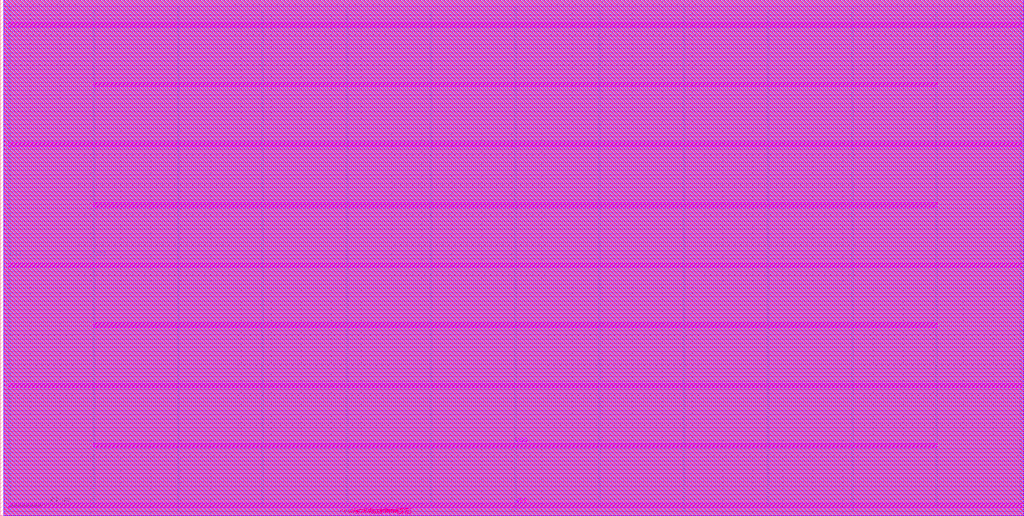
<source format=lef>
VERSION 5.8 ;
BUSBITCHARS "[]" ;
DIVIDERCHAR "/" ;
UNITS
    DATABASE MICRONS 2000 ;
END UNITS
MACRO SmallBuffer256
  FOREIGN SmallBuffer256 0 0 ;
  CLASS BLOCK ;
  SIZE 340.1 BY 171.615 ;
  PIN VSS
    USE GROUND ;
    DIRECTION INOUT ;
    PORT
      LAYER metal7 ;
        RECT  2.9 162.7 339.38 164.1 ;
        RECT  2.9 122.7 339.38 124.1 ;
        RECT  2.9 82.7 339.38 84.1 ;
        RECT  2.9 42.7 339.38 44.1 ;
        RECT  2.9 2.7 339.38 4.1 ;
      LAYER metal4 ;
        RECT  338.9 1.315 339.38 169.485 ;
        RECT  282.9 1.315 283.38 169.485 ;
        RECT  226.9 1.315 227.38 169.485 ;
        RECT  170.9 1.315 171.38 169.485 ;
        RECT  114.9 1.315 115.38 169.485 ;
        RECT  58.9 1.315 59.38 169.485 ;
        RECT  2.9 1.315 3.38 169.485 ;
      LAYER metal1 ;
        RECT  1.14 169.315 340.1 169.485 ;
        RECT  1.14 166.515 340.1 166.685 ;
        RECT  1.14 163.715 340.1 163.885 ;
        RECT  1.14 160.915 340.1 161.085 ;
        RECT  1.14 158.115 340.1 158.285 ;
        RECT  1.14 155.315 340.1 155.485 ;
        RECT  1.14 152.515 340.1 152.685 ;
        RECT  1.14 149.715 340.1 149.885 ;
        RECT  1.14 146.915 340.1 147.085 ;
        RECT  1.14 144.115 340.1 144.285 ;
        RECT  1.14 141.315 340.1 141.485 ;
        RECT  1.14 138.515 340.1 138.685 ;
        RECT  1.14 135.715 340.1 135.885 ;
        RECT  1.14 132.915 340.1 133.085 ;
        RECT  1.14 130.115 340.1 130.285 ;
        RECT  1.14 127.315 340.1 127.485 ;
        RECT  1.14 124.515 340.1 124.685 ;
        RECT  1.14 121.715 340.1 121.885 ;
        RECT  1.14 118.915 340.1 119.085 ;
        RECT  1.14 116.115 340.1 116.285 ;
        RECT  1.14 113.315 340.1 113.485 ;
        RECT  1.14 110.515 340.1 110.685 ;
        RECT  1.14 107.715 340.1 107.885 ;
        RECT  1.14 104.915 340.1 105.085 ;
        RECT  1.14 102.115 340.1 102.285 ;
        RECT  1.14 99.315 340.1 99.485 ;
        RECT  1.14 96.515 340.1 96.685 ;
        RECT  1.14 93.715 340.1 93.885 ;
        RECT  1.14 90.915 340.1 91.085 ;
        RECT  1.14 88.115 340.1 88.285 ;
        RECT  1.14 85.315 340.1 85.485 ;
        RECT  1.14 82.515 340.1 82.685 ;
        RECT  1.14 79.715 340.1 79.885 ;
        RECT  1.14 76.915 340.1 77.085 ;
        RECT  1.14 74.115 340.1 74.285 ;
        RECT  1.14 71.315 340.1 71.485 ;
        RECT  1.14 68.515 340.1 68.685 ;
        RECT  1.14 65.715 340.1 65.885 ;
        RECT  1.14 62.915 340.1 63.085 ;
        RECT  1.14 60.115 340.1 60.285 ;
        RECT  1.14 57.315 340.1 57.485 ;
        RECT  1.14 54.515 340.1 54.685 ;
        RECT  1.14 51.715 340.1 51.885 ;
        RECT  1.14 48.915 340.1 49.085 ;
        RECT  1.14 46.115 340.1 46.285 ;
        RECT  1.14 43.315 340.1 43.485 ;
        RECT  1.14 40.515 340.1 40.685 ;
        RECT  1.14 37.715 340.1 37.885 ;
        RECT  1.14 34.915 340.1 35.085 ;
        RECT  1.14 32.115 340.1 32.285 ;
        RECT  1.14 29.315 340.1 29.485 ;
        RECT  1.14 26.515 340.1 26.685 ;
        RECT  1.14 23.715 340.1 23.885 ;
        RECT  1.14 20.915 340.1 21.085 ;
        RECT  1.14 18.115 340.1 18.285 ;
        RECT  1.14 15.315 340.1 15.485 ;
        RECT  1.14 12.515 340.1 12.685 ;
        RECT  1.14 9.715 340.1 9.885 ;
        RECT  1.14 6.915 340.1 7.085 ;
        RECT  1.14 4.115 340.1 4.285 ;
        RECT  1.14 1.315 340.1 1.485 ;
      VIA 339.14 163.4 via6_7_960_2800_4_1_600_600 ;
      VIA 339.14 163.4 via5_6_960_2800_5_2_600_600 ;
      VIA 339.14 163.4 via4_5_960_2800_5_2_600_600 ;
      VIA 339.14 123.4 via6_7_960_2800_4_1_600_600 ;
      VIA 339.14 123.4 via5_6_960_2800_5_2_600_600 ;
      VIA 339.14 123.4 via4_5_960_2800_5_2_600_600 ;
      VIA 339.14 83.4 via6_7_960_2800_4_1_600_600 ;
      VIA 339.14 83.4 via5_6_960_2800_5_2_600_600 ;
      VIA 339.14 83.4 via4_5_960_2800_5_2_600_600 ;
      VIA 339.14 43.4 via6_7_960_2800_4_1_600_600 ;
      VIA 339.14 43.4 via5_6_960_2800_5_2_600_600 ;
      VIA 339.14 43.4 via4_5_960_2800_5_2_600_600 ;
      VIA 339.14 3.4 via6_7_960_2800_4_1_600_600 ;
      VIA 339.14 3.4 via5_6_960_2800_5_2_600_600 ;
      VIA 339.14 3.4 via4_5_960_2800_5_2_600_600 ;
      VIA 283.14 163.4 via6_7_960_2800_4_1_600_600 ;
      VIA 283.14 163.4 via5_6_960_2800_5_2_600_600 ;
      VIA 283.14 163.4 via4_5_960_2800_5_2_600_600 ;
      VIA 283.14 123.4 via6_7_960_2800_4_1_600_600 ;
      VIA 283.14 123.4 via5_6_960_2800_5_2_600_600 ;
      VIA 283.14 123.4 via4_5_960_2800_5_2_600_600 ;
      VIA 283.14 83.4 via6_7_960_2800_4_1_600_600 ;
      VIA 283.14 83.4 via5_6_960_2800_5_2_600_600 ;
      VIA 283.14 83.4 via4_5_960_2800_5_2_600_600 ;
      VIA 283.14 43.4 via6_7_960_2800_4_1_600_600 ;
      VIA 283.14 43.4 via5_6_960_2800_5_2_600_600 ;
      VIA 283.14 43.4 via4_5_960_2800_5_2_600_600 ;
      VIA 283.14 3.4 via6_7_960_2800_4_1_600_600 ;
      VIA 283.14 3.4 via5_6_960_2800_5_2_600_600 ;
      VIA 283.14 3.4 via4_5_960_2800_5_2_600_600 ;
      VIA 227.14 163.4 via6_7_960_2800_4_1_600_600 ;
      VIA 227.14 163.4 via5_6_960_2800_5_2_600_600 ;
      VIA 227.14 163.4 via4_5_960_2800_5_2_600_600 ;
      VIA 227.14 123.4 via6_7_960_2800_4_1_600_600 ;
      VIA 227.14 123.4 via5_6_960_2800_5_2_600_600 ;
      VIA 227.14 123.4 via4_5_960_2800_5_2_600_600 ;
      VIA 227.14 83.4 via6_7_960_2800_4_1_600_600 ;
      VIA 227.14 83.4 via5_6_960_2800_5_2_600_600 ;
      VIA 227.14 83.4 via4_5_960_2800_5_2_600_600 ;
      VIA 227.14 43.4 via6_7_960_2800_4_1_600_600 ;
      VIA 227.14 43.4 via5_6_960_2800_5_2_600_600 ;
      VIA 227.14 43.4 via4_5_960_2800_5_2_600_600 ;
      VIA 227.14 3.4 via6_7_960_2800_4_1_600_600 ;
      VIA 227.14 3.4 via5_6_960_2800_5_2_600_600 ;
      VIA 227.14 3.4 via4_5_960_2800_5_2_600_600 ;
      VIA 171.14 163.4 via6_7_960_2800_4_1_600_600 ;
      VIA 171.14 163.4 via5_6_960_2800_5_2_600_600 ;
      VIA 171.14 163.4 via4_5_960_2800_5_2_600_600 ;
      VIA 171.14 123.4 via6_7_960_2800_4_1_600_600 ;
      VIA 171.14 123.4 via5_6_960_2800_5_2_600_600 ;
      VIA 171.14 123.4 via4_5_960_2800_5_2_600_600 ;
      VIA 171.14 83.4 via6_7_960_2800_4_1_600_600 ;
      VIA 171.14 83.4 via5_6_960_2800_5_2_600_600 ;
      VIA 171.14 83.4 via4_5_960_2800_5_2_600_600 ;
      VIA 171.14 43.4 via6_7_960_2800_4_1_600_600 ;
      VIA 171.14 43.4 via5_6_960_2800_5_2_600_600 ;
      VIA 171.14 43.4 via4_5_960_2800_5_2_600_600 ;
      VIA 171.14 3.4 via6_7_960_2800_4_1_600_600 ;
      VIA 171.14 3.4 via5_6_960_2800_5_2_600_600 ;
      VIA 171.14 3.4 via4_5_960_2800_5_2_600_600 ;
      VIA 115.14 163.4 via6_7_960_2800_4_1_600_600 ;
      VIA 115.14 163.4 via5_6_960_2800_5_2_600_600 ;
      VIA 115.14 163.4 via4_5_960_2800_5_2_600_600 ;
      VIA 115.14 123.4 via6_7_960_2800_4_1_600_600 ;
      VIA 115.14 123.4 via5_6_960_2800_5_2_600_600 ;
      VIA 115.14 123.4 via4_5_960_2800_5_2_600_600 ;
      VIA 115.14 83.4 via6_7_960_2800_4_1_600_600 ;
      VIA 115.14 83.4 via5_6_960_2800_5_2_600_600 ;
      VIA 115.14 83.4 via4_5_960_2800_5_2_600_600 ;
      VIA 115.14 43.4 via6_7_960_2800_4_1_600_600 ;
      VIA 115.14 43.4 via5_6_960_2800_5_2_600_600 ;
      VIA 115.14 43.4 via4_5_960_2800_5_2_600_600 ;
      VIA 115.14 3.4 via6_7_960_2800_4_1_600_600 ;
      VIA 115.14 3.4 via5_6_960_2800_5_2_600_600 ;
      VIA 115.14 3.4 via4_5_960_2800_5_2_600_600 ;
      VIA 59.14 163.4 via6_7_960_2800_4_1_600_600 ;
      VIA 59.14 163.4 via5_6_960_2800_5_2_600_600 ;
      VIA 59.14 163.4 via4_5_960_2800_5_2_600_600 ;
      VIA 59.14 123.4 via6_7_960_2800_4_1_600_600 ;
      VIA 59.14 123.4 via5_6_960_2800_5_2_600_600 ;
      VIA 59.14 123.4 via4_5_960_2800_5_2_600_600 ;
      VIA 59.14 83.4 via6_7_960_2800_4_1_600_600 ;
      VIA 59.14 83.4 via5_6_960_2800_5_2_600_600 ;
      VIA 59.14 83.4 via4_5_960_2800_5_2_600_600 ;
      VIA 59.14 43.4 via6_7_960_2800_4_1_600_600 ;
      VIA 59.14 43.4 via5_6_960_2800_5_2_600_600 ;
      VIA 59.14 43.4 via4_5_960_2800_5_2_600_600 ;
      VIA 59.14 3.4 via6_7_960_2800_4_1_600_600 ;
      VIA 59.14 3.4 via5_6_960_2800_5_2_600_600 ;
      VIA 59.14 3.4 via4_5_960_2800_5_2_600_600 ;
      VIA 3.14 163.4 via6_7_960_2800_4_1_600_600 ;
      VIA 3.14 163.4 via5_6_960_2800_5_2_600_600 ;
      VIA 3.14 163.4 via4_5_960_2800_5_2_600_600 ;
      VIA 3.14 123.4 via6_7_960_2800_4_1_600_600 ;
      VIA 3.14 123.4 via5_6_960_2800_5_2_600_600 ;
      VIA 3.14 123.4 via4_5_960_2800_5_2_600_600 ;
      VIA 3.14 83.4 via6_7_960_2800_4_1_600_600 ;
      VIA 3.14 83.4 via5_6_960_2800_5_2_600_600 ;
      VIA 3.14 83.4 via4_5_960_2800_5_2_600_600 ;
      VIA 3.14 43.4 via6_7_960_2800_4_1_600_600 ;
      VIA 3.14 43.4 via5_6_960_2800_5_2_600_600 ;
      VIA 3.14 43.4 via4_5_960_2800_5_2_600_600 ;
      VIA 3.14 3.4 via6_7_960_2800_4_1_600_600 ;
      VIA 3.14 3.4 via5_6_960_2800_5_2_600_600 ;
      VIA 3.14 3.4 via4_5_960_2800_5_2_600_600 ;
      VIA 339.14 169.4 via3_4_960_340_1_3_320_320 ;
      VIA 339.14 169.4 via2_3_960_340_1_3_320_320 ;
      VIA 339.14 169.4 via1_2_960_340_1_3_300_300 ;
      VIA 339.14 166.6 via3_4_960_340_1_3_320_320 ;
      VIA 339.14 166.6 via2_3_960_340_1_3_320_320 ;
      VIA 339.14 166.6 via1_2_960_340_1_3_300_300 ;
      VIA 339.14 163.8 via3_4_960_340_1_3_320_320 ;
      VIA 339.14 163.8 via2_3_960_340_1_3_320_320 ;
      VIA 339.14 163.8 via1_2_960_340_1_3_300_300 ;
      VIA 339.14 161 via3_4_960_340_1_3_320_320 ;
      VIA 339.14 161 via2_3_960_340_1_3_320_320 ;
      VIA 339.14 161 via1_2_960_340_1_3_300_300 ;
      VIA 339.14 158.2 via3_4_960_340_1_3_320_320 ;
      VIA 339.14 158.2 via2_3_960_340_1_3_320_320 ;
      VIA 339.14 158.2 via1_2_960_340_1_3_300_300 ;
      VIA 339.14 155.4 via3_4_960_340_1_3_320_320 ;
      VIA 339.14 155.4 via2_3_960_340_1_3_320_320 ;
      VIA 339.14 155.4 via1_2_960_340_1_3_300_300 ;
      VIA 339.14 152.6 via3_4_960_340_1_3_320_320 ;
      VIA 339.14 152.6 via2_3_960_340_1_3_320_320 ;
      VIA 339.14 152.6 via1_2_960_340_1_3_300_300 ;
      VIA 339.14 149.8 via3_4_960_340_1_3_320_320 ;
      VIA 339.14 149.8 via2_3_960_340_1_3_320_320 ;
      VIA 339.14 149.8 via1_2_960_340_1_3_300_300 ;
      VIA 339.14 147 via3_4_960_340_1_3_320_320 ;
      VIA 339.14 147 via2_3_960_340_1_3_320_320 ;
      VIA 339.14 147 via1_2_960_340_1_3_300_300 ;
      VIA 339.14 144.2 via3_4_960_340_1_3_320_320 ;
      VIA 339.14 144.2 via2_3_960_340_1_3_320_320 ;
      VIA 339.14 144.2 via1_2_960_340_1_3_300_300 ;
      VIA 339.14 141.4 via3_4_960_340_1_3_320_320 ;
      VIA 339.14 141.4 via2_3_960_340_1_3_320_320 ;
      VIA 339.14 141.4 via1_2_960_340_1_3_300_300 ;
      VIA 339.14 138.6 via3_4_960_340_1_3_320_320 ;
      VIA 339.14 138.6 via2_3_960_340_1_3_320_320 ;
      VIA 339.14 138.6 via1_2_960_340_1_3_300_300 ;
      VIA 339.14 135.8 via3_4_960_340_1_3_320_320 ;
      VIA 339.14 135.8 via2_3_960_340_1_3_320_320 ;
      VIA 339.14 135.8 via1_2_960_340_1_3_300_300 ;
      VIA 339.14 133 via3_4_960_340_1_3_320_320 ;
      VIA 339.14 133 via2_3_960_340_1_3_320_320 ;
      VIA 339.14 133 via1_2_960_340_1_3_300_300 ;
      VIA 339.14 130.2 via3_4_960_340_1_3_320_320 ;
      VIA 339.14 130.2 via2_3_960_340_1_3_320_320 ;
      VIA 339.14 130.2 via1_2_960_340_1_3_300_300 ;
      VIA 339.14 127.4 via3_4_960_340_1_3_320_320 ;
      VIA 339.14 127.4 via2_3_960_340_1_3_320_320 ;
      VIA 339.14 127.4 via1_2_960_340_1_3_300_300 ;
      VIA 339.14 124.6 via3_4_960_340_1_3_320_320 ;
      VIA 339.14 124.6 via2_3_960_340_1_3_320_320 ;
      VIA 339.14 124.6 via1_2_960_340_1_3_300_300 ;
      VIA 339.14 121.8 via3_4_960_340_1_3_320_320 ;
      VIA 339.14 121.8 via2_3_960_340_1_3_320_320 ;
      VIA 339.14 121.8 via1_2_960_340_1_3_300_300 ;
      VIA 339.14 119 via3_4_960_340_1_3_320_320 ;
      VIA 339.14 119 via2_3_960_340_1_3_320_320 ;
      VIA 339.14 119 via1_2_960_340_1_3_300_300 ;
      VIA 339.14 116.2 via3_4_960_340_1_3_320_320 ;
      VIA 339.14 116.2 via2_3_960_340_1_3_320_320 ;
      VIA 339.14 116.2 via1_2_960_340_1_3_300_300 ;
      VIA 339.14 113.4 via3_4_960_340_1_3_320_320 ;
      VIA 339.14 113.4 via2_3_960_340_1_3_320_320 ;
      VIA 339.14 113.4 via1_2_960_340_1_3_300_300 ;
      VIA 339.14 110.6 via3_4_960_340_1_3_320_320 ;
      VIA 339.14 110.6 via2_3_960_340_1_3_320_320 ;
      VIA 339.14 110.6 via1_2_960_340_1_3_300_300 ;
      VIA 339.14 107.8 via3_4_960_340_1_3_320_320 ;
      VIA 339.14 107.8 via2_3_960_340_1_3_320_320 ;
      VIA 339.14 107.8 via1_2_960_340_1_3_300_300 ;
      VIA 339.14 105 via3_4_960_340_1_3_320_320 ;
      VIA 339.14 105 via2_3_960_340_1_3_320_320 ;
      VIA 339.14 105 via1_2_960_340_1_3_300_300 ;
      VIA 339.14 102.2 via3_4_960_340_1_3_320_320 ;
      VIA 339.14 102.2 via2_3_960_340_1_3_320_320 ;
      VIA 339.14 102.2 via1_2_960_340_1_3_300_300 ;
      VIA 339.14 99.4 via3_4_960_340_1_3_320_320 ;
      VIA 339.14 99.4 via2_3_960_340_1_3_320_320 ;
      VIA 339.14 99.4 via1_2_960_340_1_3_300_300 ;
      VIA 339.14 96.6 via3_4_960_340_1_3_320_320 ;
      VIA 339.14 96.6 via2_3_960_340_1_3_320_320 ;
      VIA 339.14 96.6 via1_2_960_340_1_3_300_300 ;
      VIA 339.14 93.8 via3_4_960_340_1_3_320_320 ;
      VIA 339.14 93.8 via2_3_960_340_1_3_320_320 ;
      VIA 339.14 93.8 via1_2_960_340_1_3_300_300 ;
      VIA 339.14 91 via3_4_960_340_1_3_320_320 ;
      VIA 339.14 91 via2_3_960_340_1_3_320_320 ;
      VIA 339.14 91 via1_2_960_340_1_3_300_300 ;
      VIA 339.14 88.2 via3_4_960_340_1_3_320_320 ;
      VIA 339.14 88.2 via2_3_960_340_1_3_320_320 ;
      VIA 339.14 88.2 via1_2_960_340_1_3_300_300 ;
      VIA 339.14 85.4 via3_4_960_340_1_3_320_320 ;
      VIA 339.14 85.4 via2_3_960_340_1_3_320_320 ;
      VIA 339.14 85.4 via1_2_960_340_1_3_300_300 ;
      VIA 339.14 82.6 via3_4_960_340_1_3_320_320 ;
      VIA 339.14 82.6 via2_3_960_340_1_3_320_320 ;
      VIA 339.14 82.6 via1_2_960_340_1_3_300_300 ;
      VIA 339.14 79.8 via3_4_960_340_1_3_320_320 ;
      VIA 339.14 79.8 via2_3_960_340_1_3_320_320 ;
      VIA 339.14 79.8 via1_2_960_340_1_3_300_300 ;
      VIA 339.14 77 via3_4_960_340_1_3_320_320 ;
      VIA 339.14 77 via2_3_960_340_1_3_320_320 ;
      VIA 339.14 77 via1_2_960_340_1_3_300_300 ;
      VIA 339.14 74.2 via3_4_960_340_1_3_320_320 ;
      VIA 339.14 74.2 via2_3_960_340_1_3_320_320 ;
      VIA 339.14 74.2 via1_2_960_340_1_3_300_300 ;
      VIA 339.14 71.4 via3_4_960_340_1_3_320_320 ;
      VIA 339.14 71.4 via2_3_960_340_1_3_320_320 ;
      VIA 339.14 71.4 via1_2_960_340_1_3_300_300 ;
      VIA 339.14 68.6 via3_4_960_340_1_3_320_320 ;
      VIA 339.14 68.6 via2_3_960_340_1_3_320_320 ;
      VIA 339.14 68.6 via1_2_960_340_1_3_300_300 ;
      VIA 339.14 65.8 via3_4_960_340_1_3_320_320 ;
      VIA 339.14 65.8 via2_3_960_340_1_3_320_320 ;
      VIA 339.14 65.8 via1_2_960_340_1_3_300_300 ;
      VIA 339.14 63 via3_4_960_340_1_3_320_320 ;
      VIA 339.14 63 via2_3_960_340_1_3_320_320 ;
      VIA 339.14 63 via1_2_960_340_1_3_300_300 ;
      VIA 339.14 60.2 via3_4_960_340_1_3_320_320 ;
      VIA 339.14 60.2 via2_3_960_340_1_3_320_320 ;
      VIA 339.14 60.2 via1_2_960_340_1_3_300_300 ;
      VIA 339.14 57.4 via3_4_960_340_1_3_320_320 ;
      VIA 339.14 57.4 via2_3_960_340_1_3_320_320 ;
      VIA 339.14 57.4 via1_2_960_340_1_3_300_300 ;
      VIA 339.14 54.6 via3_4_960_340_1_3_320_320 ;
      VIA 339.14 54.6 via2_3_960_340_1_3_320_320 ;
      VIA 339.14 54.6 via1_2_960_340_1_3_300_300 ;
      VIA 339.14 51.8 via3_4_960_340_1_3_320_320 ;
      VIA 339.14 51.8 via2_3_960_340_1_3_320_320 ;
      VIA 339.14 51.8 via1_2_960_340_1_3_300_300 ;
      VIA 339.14 49 via3_4_960_340_1_3_320_320 ;
      VIA 339.14 49 via2_3_960_340_1_3_320_320 ;
      VIA 339.14 49 via1_2_960_340_1_3_300_300 ;
      VIA 339.14 46.2 via3_4_960_340_1_3_320_320 ;
      VIA 339.14 46.2 via2_3_960_340_1_3_320_320 ;
      VIA 339.14 46.2 via1_2_960_340_1_3_300_300 ;
      VIA 339.14 43.4 via3_4_960_340_1_3_320_320 ;
      VIA 339.14 43.4 via2_3_960_340_1_3_320_320 ;
      VIA 339.14 43.4 via1_2_960_340_1_3_300_300 ;
      VIA 339.14 40.6 via3_4_960_340_1_3_320_320 ;
      VIA 339.14 40.6 via2_3_960_340_1_3_320_320 ;
      VIA 339.14 40.6 via1_2_960_340_1_3_300_300 ;
      VIA 339.14 37.8 via3_4_960_340_1_3_320_320 ;
      VIA 339.14 37.8 via2_3_960_340_1_3_320_320 ;
      VIA 339.14 37.8 via1_2_960_340_1_3_300_300 ;
      VIA 339.14 35 via3_4_960_340_1_3_320_320 ;
      VIA 339.14 35 via2_3_960_340_1_3_320_320 ;
      VIA 339.14 35 via1_2_960_340_1_3_300_300 ;
      VIA 339.14 32.2 via3_4_960_340_1_3_320_320 ;
      VIA 339.14 32.2 via2_3_960_340_1_3_320_320 ;
      VIA 339.14 32.2 via1_2_960_340_1_3_300_300 ;
      VIA 339.14 29.4 via3_4_960_340_1_3_320_320 ;
      VIA 339.14 29.4 via2_3_960_340_1_3_320_320 ;
      VIA 339.14 29.4 via1_2_960_340_1_3_300_300 ;
      VIA 339.14 26.6 via3_4_960_340_1_3_320_320 ;
      VIA 339.14 26.6 via2_3_960_340_1_3_320_320 ;
      VIA 339.14 26.6 via1_2_960_340_1_3_300_300 ;
      VIA 339.14 23.8 via3_4_960_340_1_3_320_320 ;
      VIA 339.14 23.8 via2_3_960_340_1_3_320_320 ;
      VIA 339.14 23.8 via1_2_960_340_1_3_300_300 ;
      VIA 339.14 21 via3_4_960_340_1_3_320_320 ;
      VIA 339.14 21 via2_3_960_340_1_3_320_320 ;
      VIA 339.14 21 via1_2_960_340_1_3_300_300 ;
      VIA 339.14 18.2 via3_4_960_340_1_3_320_320 ;
      VIA 339.14 18.2 via2_3_960_340_1_3_320_320 ;
      VIA 339.14 18.2 via1_2_960_340_1_3_300_300 ;
      VIA 339.14 15.4 via3_4_960_340_1_3_320_320 ;
      VIA 339.14 15.4 via2_3_960_340_1_3_320_320 ;
      VIA 339.14 15.4 via1_2_960_340_1_3_300_300 ;
      VIA 339.14 12.6 via3_4_960_340_1_3_320_320 ;
      VIA 339.14 12.6 via2_3_960_340_1_3_320_320 ;
      VIA 339.14 12.6 via1_2_960_340_1_3_300_300 ;
      VIA 339.14 9.8 via3_4_960_340_1_3_320_320 ;
      VIA 339.14 9.8 via2_3_960_340_1_3_320_320 ;
      VIA 339.14 9.8 via1_2_960_340_1_3_300_300 ;
      VIA 339.14 7 via3_4_960_340_1_3_320_320 ;
      VIA 339.14 7 via2_3_960_340_1_3_320_320 ;
      VIA 339.14 7 via1_2_960_340_1_3_300_300 ;
      VIA 339.14 4.2 via3_4_960_340_1_3_320_320 ;
      VIA 339.14 4.2 via2_3_960_340_1_3_320_320 ;
      VIA 339.14 4.2 via1_2_960_340_1_3_300_300 ;
      VIA 339.14 1.4 via3_4_960_340_1_3_320_320 ;
      VIA 339.14 1.4 via2_3_960_340_1_3_320_320 ;
      VIA 339.14 1.4 via1_2_960_340_1_3_300_300 ;
      VIA 283.14 169.4 via3_4_960_340_1_3_320_320 ;
      VIA 283.14 169.4 via2_3_960_340_1_3_320_320 ;
      VIA 283.14 169.4 via1_2_960_340_1_3_300_300 ;
      VIA 283.14 166.6 via3_4_960_340_1_3_320_320 ;
      VIA 283.14 166.6 via2_3_960_340_1_3_320_320 ;
      VIA 283.14 166.6 via1_2_960_340_1_3_300_300 ;
      VIA 283.14 163.8 via3_4_960_340_1_3_320_320 ;
      VIA 283.14 163.8 via2_3_960_340_1_3_320_320 ;
      VIA 283.14 163.8 via1_2_960_340_1_3_300_300 ;
      VIA 283.14 161 via3_4_960_340_1_3_320_320 ;
      VIA 283.14 161 via2_3_960_340_1_3_320_320 ;
      VIA 283.14 161 via1_2_960_340_1_3_300_300 ;
      VIA 283.14 158.2 via3_4_960_340_1_3_320_320 ;
      VIA 283.14 158.2 via2_3_960_340_1_3_320_320 ;
      VIA 283.14 158.2 via1_2_960_340_1_3_300_300 ;
      VIA 283.14 155.4 via3_4_960_340_1_3_320_320 ;
      VIA 283.14 155.4 via2_3_960_340_1_3_320_320 ;
      VIA 283.14 155.4 via1_2_960_340_1_3_300_300 ;
      VIA 283.14 152.6 via3_4_960_340_1_3_320_320 ;
      VIA 283.14 152.6 via2_3_960_340_1_3_320_320 ;
      VIA 283.14 152.6 via1_2_960_340_1_3_300_300 ;
      VIA 283.14 149.8 via3_4_960_340_1_3_320_320 ;
      VIA 283.14 149.8 via2_3_960_340_1_3_320_320 ;
      VIA 283.14 149.8 via1_2_960_340_1_3_300_300 ;
      VIA 283.14 147 via3_4_960_340_1_3_320_320 ;
      VIA 283.14 147 via2_3_960_340_1_3_320_320 ;
      VIA 283.14 147 via1_2_960_340_1_3_300_300 ;
      VIA 283.14 144.2 via3_4_960_340_1_3_320_320 ;
      VIA 283.14 144.2 via2_3_960_340_1_3_320_320 ;
      VIA 283.14 144.2 via1_2_960_340_1_3_300_300 ;
      VIA 283.14 141.4 via3_4_960_340_1_3_320_320 ;
      VIA 283.14 141.4 via2_3_960_340_1_3_320_320 ;
      VIA 283.14 141.4 via1_2_960_340_1_3_300_300 ;
      VIA 283.14 138.6 via3_4_960_340_1_3_320_320 ;
      VIA 283.14 138.6 via2_3_960_340_1_3_320_320 ;
      VIA 283.14 138.6 via1_2_960_340_1_3_300_300 ;
      VIA 283.14 135.8 via3_4_960_340_1_3_320_320 ;
      VIA 283.14 135.8 via2_3_960_340_1_3_320_320 ;
      VIA 283.14 135.8 via1_2_960_340_1_3_300_300 ;
      VIA 283.14 133 via3_4_960_340_1_3_320_320 ;
      VIA 283.14 133 via2_3_960_340_1_3_320_320 ;
      VIA 283.14 133 via1_2_960_340_1_3_300_300 ;
      VIA 283.14 130.2 via3_4_960_340_1_3_320_320 ;
      VIA 283.14 130.2 via2_3_960_340_1_3_320_320 ;
      VIA 283.14 130.2 via1_2_960_340_1_3_300_300 ;
      VIA 283.14 127.4 via3_4_960_340_1_3_320_320 ;
      VIA 283.14 127.4 via2_3_960_340_1_3_320_320 ;
      VIA 283.14 127.4 via1_2_960_340_1_3_300_300 ;
      VIA 283.14 124.6 via3_4_960_340_1_3_320_320 ;
      VIA 283.14 124.6 via2_3_960_340_1_3_320_320 ;
      VIA 283.14 124.6 via1_2_960_340_1_3_300_300 ;
      VIA 283.14 121.8 via3_4_960_340_1_3_320_320 ;
      VIA 283.14 121.8 via2_3_960_340_1_3_320_320 ;
      VIA 283.14 121.8 via1_2_960_340_1_3_300_300 ;
      VIA 283.14 119 via3_4_960_340_1_3_320_320 ;
      VIA 283.14 119 via2_3_960_340_1_3_320_320 ;
      VIA 283.14 119 via1_2_960_340_1_3_300_300 ;
      VIA 283.14 116.2 via3_4_960_340_1_3_320_320 ;
      VIA 283.14 116.2 via2_3_960_340_1_3_320_320 ;
      VIA 283.14 116.2 via1_2_960_340_1_3_300_300 ;
      VIA 283.14 113.4 via3_4_960_340_1_3_320_320 ;
      VIA 283.14 113.4 via2_3_960_340_1_3_320_320 ;
      VIA 283.14 113.4 via1_2_960_340_1_3_300_300 ;
      VIA 283.14 110.6 via3_4_960_340_1_3_320_320 ;
      VIA 283.14 110.6 via2_3_960_340_1_3_320_320 ;
      VIA 283.14 110.6 via1_2_960_340_1_3_300_300 ;
      VIA 283.14 107.8 via3_4_960_340_1_3_320_320 ;
      VIA 283.14 107.8 via2_3_960_340_1_3_320_320 ;
      VIA 283.14 107.8 via1_2_960_340_1_3_300_300 ;
      VIA 283.14 105 via3_4_960_340_1_3_320_320 ;
      VIA 283.14 105 via2_3_960_340_1_3_320_320 ;
      VIA 283.14 105 via1_2_960_340_1_3_300_300 ;
      VIA 283.14 102.2 via3_4_960_340_1_3_320_320 ;
      VIA 283.14 102.2 via2_3_960_340_1_3_320_320 ;
      VIA 283.14 102.2 via1_2_960_340_1_3_300_300 ;
      VIA 283.14 99.4 via3_4_960_340_1_3_320_320 ;
      VIA 283.14 99.4 via2_3_960_340_1_3_320_320 ;
      VIA 283.14 99.4 via1_2_960_340_1_3_300_300 ;
      VIA 283.14 96.6 via3_4_960_340_1_3_320_320 ;
      VIA 283.14 96.6 via2_3_960_340_1_3_320_320 ;
      VIA 283.14 96.6 via1_2_960_340_1_3_300_300 ;
      VIA 283.14 93.8 via3_4_960_340_1_3_320_320 ;
      VIA 283.14 93.8 via2_3_960_340_1_3_320_320 ;
      VIA 283.14 93.8 via1_2_960_340_1_3_300_300 ;
      VIA 283.14 91 via3_4_960_340_1_3_320_320 ;
      VIA 283.14 91 via2_3_960_340_1_3_320_320 ;
      VIA 283.14 91 via1_2_960_340_1_3_300_300 ;
      VIA 283.14 88.2 via3_4_960_340_1_3_320_320 ;
      VIA 283.14 88.2 via2_3_960_340_1_3_320_320 ;
      VIA 283.14 88.2 via1_2_960_340_1_3_300_300 ;
      VIA 283.14 85.4 via3_4_960_340_1_3_320_320 ;
      VIA 283.14 85.4 via2_3_960_340_1_3_320_320 ;
      VIA 283.14 85.4 via1_2_960_340_1_3_300_300 ;
      VIA 283.14 82.6 via3_4_960_340_1_3_320_320 ;
      VIA 283.14 82.6 via2_3_960_340_1_3_320_320 ;
      VIA 283.14 82.6 via1_2_960_340_1_3_300_300 ;
      VIA 283.14 79.8 via3_4_960_340_1_3_320_320 ;
      VIA 283.14 79.8 via2_3_960_340_1_3_320_320 ;
      VIA 283.14 79.8 via1_2_960_340_1_3_300_300 ;
      VIA 283.14 77 via3_4_960_340_1_3_320_320 ;
      VIA 283.14 77 via2_3_960_340_1_3_320_320 ;
      VIA 283.14 77 via1_2_960_340_1_3_300_300 ;
      VIA 283.14 74.2 via3_4_960_340_1_3_320_320 ;
      VIA 283.14 74.2 via2_3_960_340_1_3_320_320 ;
      VIA 283.14 74.2 via1_2_960_340_1_3_300_300 ;
      VIA 283.14 71.4 via3_4_960_340_1_3_320_320 ;
      VIA 283.14 71.4 via2_3_960_340_1_3_320_320 ;
      VIA 283.14 71.4 via1_2_960_340_1_3_300_300 ;
      VIA 283.14 68.6 via3_4_960_340_1_3_320_320 ;
      VIA 283.14 68.6 via2_3_960_340_1_3_320_320 ;
      VIA 283.14 68.6 via1_2_960_340_1_3_300_300 ;
      VIA 283.14 65.8 via3_4_960_340_1_3_320_320 ;
      VIA 283.14 65.8 via2_3_960_340_1_3_320_320 ;
      VIA 283.14 65.8 via1_2_960_340_1_3_300_300 ;
      VIA 283.14 63 via3_4_960_340_1_3_320_320 ;
      VIA 283.14 63 via2_3_960_340_1_3_320_320 ;
      VIA 283.14 63 via1_2_960_340_1_3_300_300 ;
      VIA 283.14 60.2 via3_4_960_340_1_3_320_320 ;
      VIA 283.14 60.2 via2_3_960_340_1_3_320_320 ;
      VIA 283.14 60.2 via1_2_960_340_1_3_300_300 ;
      VIA 283.14 57.4 via3_4_960_340_1_3_320_320 ;
      VIA 283.14 57.4 via2_3_960_340_1_3_320_320 ;
      VIA 283.14 57.4 via1_2_960_340_1_3_300_300 ;
      VIA 283.14 54.6 via3_4_960_340_1_3_320_320 ;
      VIA 283.14 54.6 via2_3_960_340_1_3_320_320 ;
      VIA 283.14 54.6 via1_2_960_340_1_3_300_300 ;
      VIA 283.14 51.8 via3_4_960_340_1_3_320_320 ;
      VIA 283.14 51.8 via2_3_960_340_1_3_320_320 ;
      VIA 283.14 51.8 via1_2_960_340_1_3_300_300 ;
      VIA 283.14 49 via3_4_960_340_1_3_320_320 ;
      VIA 283.14 49 via2_3_960_340_1_3_320_320 ;
      VIA 283.14 49 via1_2_960_340_1_3_300_300 ;
      VIA 283.14 46.2 via3_4_960_340_1_3_320_320 ;
      VIA 283.14 46.2 via2_3_960_340_1_3_320_320 ;
      VIA 283.14 46.2 via1_2_960_340_1_3_300_300 ;
      VIA 283.14 43.4 via3_4_960_340_1_3_320_320 ;
      VIA 283.14 43.4 via2_3_960_340_1_3_320_320 ;
      VIA 283.14 43.4 via1_2_960_340_1_3_300_300 ;
      VIA 283.14 40.6 via3_4_960_340_1_3_320_320 ;
      VIA 283.14 40.6 via2_3_960_340_1_3_320_320 ;
      VIA 283.14 40.6 via1_2_960_340_1_3_300_300 ;
      VIA 283.14 37.8 via3_4_960_340_1_3_320_320 ;
      VIA 283.14 37.8 via2_3_960_340_1_3_320_320 ;
      VIA 283.14 37.8 via1_2_960_340_1_3_300_300 ;
      VIA 283.14 35 via3_4_960_340_1_3_320_320 ;
      VIA 283.14 35 via2_3_960_340_1_3_320_320 ;
      VIA 283.14 35 via1_2_960_340_1_3_300_300 ;
      VIA 283.14 32.2 via3_4_960_340_1_3_320_320 ;
      VIA 283.14 32.2 via2_3_960_340_1_3_320_320 ;
      VIA 283.14 32.2 via1_2_960_340_1_3_300_300 ;
      VIA 283.14 29.4 via3_4_960_340_1_3_320_320 ;
      VIA 283.14 29.4 via2_3_960_340_1_3_320_320 ;
      VIA 283.14 29.4 via1_2_960_340_1_3_300_300 ;
      VIA 283.14 26.6 via3_4_960_340_1_3_320_320 ;
      VIA 283.14 26.6 via2_3_960_340_1_3_320_320 ;
      VIA 283.14 26.6 via1_2_960_340_1_3_300_300 ;
      VIA 283.14 23.8 via3_4_960_340_1_3_320_320 ;
      VIA 283.14 23.8 via2_3_960_340_1_3_320_320 ;
      VIA 283.14 23.8 via1_2_960_340_1_3_300_300 ;
      VIA 283.14 21 via3_4_960_340_1_3_320_320 ;
      VIA 283.14 21 via2_3_960_340_1_3_320_320 ;
      VIA 283.14 21 via1_2_960_340_1_3_300_300 ;
      VIA 283.14 18.2 via3_4_960_340_1_3_320_320 ;
      VIA 283.14 18.2 via2_3_960_340_1_3_320_320 ;
      VIA 283.14 18.2 via1_2_960_340_1_3_300_300 ;
      VIA 283.14 15.4 via3_4_960_340_1_3_320_320 ;
      VIA 283.14 15.4 via2_3_960_340_1_3_320_320 ;
      VIA 283.14 15.4 via1_2_960_340_1_3_300_300 ;
      VIA 283.14 12.6 via3_4_960_340_1_3_320_320 ;
      VIA 283.14 12.6 via2_3_960_340_1_3_320_320 ;
      VIA 283.14 12.6 via1_2_960_340_1_3_300_300 ;
      VIA 283.14 9.8 via3_4_960_340_1_3_320_320 ;
      VIA 283.14 9.8 via2_3_960_340_1_3_320_320 ;
      VIA 283.14 9.8 via1_2_960_340_1_3_300_300 ;
      VIA 283.14 7 via3_4_960_340_1_3_320_320 ;
      VIA 283.14 7 via2_3_960_340_1_3_320_320 ;
      VIA 283.14 7 via1_2_960_340_1_3_300_300 ;
      VIA 283.14 4.2 via3_4_960_340_1_3_320_320 ;
      VIA 283.14 4.2 via2_3_960_340_1_3_320_320 ;
      VIA 283.14 4.2 via1_2_960_340_1_3_300_300 ;
      VIA 283.14 1.4 via3_4_960_340_1_3_320_320 ;
      VIA 283.14 1.4 via2_3_960_340_1_3_320_320 ;
      VIA 283.14 1.4 via1_2_960_340_1_3_300_300 ;
      VIA 227.14 169.4 via3_4_960_340_1_3_320_320 ;
      VIA 227.14 169.4 via2_3_960_340_1_3_320_320 ;
      VIA 227.14 169.4 via1_2_960_340_1_3_300_300 ;
      VIA 227.14 166.6 via3_4_960_340_1_3_320_320 ;
      VIA 227.14 166.6 via2_3_960_340_1_3_320_320 ;
      VIA 227.14 166.6 via1_2_960_340_1_3_300_300 ;
      VIA 227.14 163.8 via3_4_960_340_1_3_320_320 ;
      VIA 227.14 163.8 via2_3_960_340_1_3_320_320 ;
      VIA 227.14 163.8 via1_2_960_340_1_3_300_300 ;
      VIA 227.14 161 via3_4_960_340_1_3_320_320 ;
      VIA 227.14 161 via2_3_960_340_1_3_320_320 ;
      VIA 227.14 161 via1_2_960_340_1_3_300_300 ;
      VIA 227.14 158.2 via3_4_960_340_1_3_320_320 ;
      VIA 227.14 158.2 via2_3_960_340_1_3_320_320 ;
      VIA 227.14 158.2 via1_2_960_340_1_3_300_300 ;
      VIA 227.14 155.4 via3_4_960_340_1_3_320_320 ;
      VIA 227.14 155.4 via2_3_960_340_1_3_320_320 ;
      VIA 227.14 155.4 via1_2_960_340_1_3_300_300 ;
      VIA 227.14 152.6 via3_4_960_340_1_3_320_320 ;
      VIA 227.14 152.6 via2_3_960_340_1_3_320_320 ;
      VIA 227.14 152.6 via1_2_960_340_1_3_300_300 ;
      VIA 227.14 149.8 via3_4_960_340_1_3_320_320 ;
      VIA 227.14 149.8 via2_3_960_340_1_3_320_320 ;
      VIA 227.14 149.8 via1_2_960_340_1_3_300_300 ;
      VIA 227.14 147 via3_4_960_340_1_3_320_320 ;
      VIA 227.14 147 via2_3_960_340_1_3_320_320 ;
      VIA 227.14 147 via1_2_960_340_1_3_300_300 ;
      VIA 227.14 144.2 via3_4_960_340_1_3_320_320 ;
      VIA 227.14 144.2 via2_3_960_340_1_3_320_320 ;
      VIA 227.14 144.2 via1_2_960_340_1_3_300_300 ;
      VIA 227.14 141.4 via3_4_960_340_1_3_320_320 ;
      VIA 227.14 141.4 via2_3_960_340_1_3_320_320 ;
      VIA 227.14 141.4 via1_2_960_340_1_3_300_300 ;
      VIA 227.14 138.6 via3_4_960_340_1_3_320_320 ;
      VIA 227.14 138.6 via2_3_960_340_1_3_320_320 ;
      VIA 227.14 138.6 via1_2_960_340_1_3_300_300 ;
      VIA 227.14 135.8 via3_4_960_340_1_3_320_320 ;
      VIA 227.14 135.8 via2_3_960_340_1_3_320_320 ;
      VIA 227.14 135.8 via1_2_960_340_1_3_300_300 ;
      VIA 227.14 133 via3_4_960_340_1_3_320_320 ;
      VIA 227.14 133 via2_3_960_340_1_3_320_320 ;
      VIA 227.14 133 via1_2_960_340_1_3_300_300 ;
      VIA 227.14 130.2 via3_4_960_340_1_3_320_320 ;
      VIA 227.14 130.2 via2_3_960_340_1_3_320_320 ;
      VIA 227.14 130.2 via1_2_960_340_1_3_300_300 ;
      VIA 227.14 127.4 via3_4_960_340_1_3_320_320 ;
      VIA 227.14 127.4 via2_3_960_340_1_3_320_320 ;
      VIA 227.14 127.4 via1_2_960_340_1_3_300_300 ;
      VIA 227.14 124.6 via3_4_960_340_1_3_320_320 ;
      VIA 227.14 124.6 via2_3_960_340_1_3_320_320 ;
      VIA 227.14 124.6 via1_2_960_340_1_3_300_300 ;
      VIA 227.14 121.8 via3_4_960_340_1_3_320_320 ;
      VIA 227.14 121.8 via2_3_960_340_1_3_320_320 ;
      VIA 227.14 121.8 via1_2_960_340_1_3_300_300 ;
      VIA 227.14 119 via3_4_960_340_1_3_320_320 ;
      VIA 227.14 119 via2_3_960_340_1_3_320_320 ;
      VIA 227.14 119 via1_2_960_340_1_3_300_300 ;
      VIA 227.14 116.2 via3_4_960_340_1_3_320_320 ;
      VIA 227.14 116.2 via2_3_960_340_1_3_320_320 ;
      VIA 227.14 116.2 via1_2_960_340_1_3_300_300 ;
      VIA 227.14 113.4 via3_4_960_340_1_3_320_320 ;
      VIA 227.14 113.4 via2_3_960_340_1_3_320_320 ;
      VIA 227.14 113.4 via1_2_960_340_1_3_300_300 ;
      VIA 227.14 110.6 via3_4_960_340_1_3_320_320 ;
      VIA 227.14 110.6 via2_3_960_340_1_3_320_320 ;
      VIA 227.14 110.6 via1_2_960_340_1_3_300_300 ;
      VIA 227.14 107.8 via3_4_960_340_1_3_320_320 ;
      VIA 227.14 107.8 via2_3_960_340_1_3_320_320 ;
      VIA 227.14 107.8 via1_2_960_340_1_3_300_300 ;
      VIA 227.14 105 via3_4_960_340_1_3_320_320 ;
      VIA 227.14 105 via2_3_960_340_1_3_320_320 ;
      VIA 227.14 105 via1_2_960_340_1_3_300_300 ;
      VIA 227.14 102.2 via3_4_960_340_1_3_320_320 ;
      VIA 227.14 102.2 via2_3_960_340_1_3_320_320 ;
      VIA 227.14 102.2 via1_2_960_340_1_3_300_300 ;
      VIA 227.14 99.4 via3_4_960_340_1_3_320_320 ;
      VIA 227.14 99.4 via2_3_960_340_1_3_320_320 ;
      VIA 227.14 99.4 via1_2_960_340_1_3_300_300 ;
      VIA 227.14 96.6 via3_4_960_340_1_3_320_320 ;
      VIA 227.14 96.6 via2_3_960_340_1_3_320_320 ;
      VIA 227.14 96.6 via1_2_960_340_1_3_300_300 ;
      VIA 227.14 93.8 via3_4_960_340_1_3_320_320 ;
      VIA 227.14 93.8 via2_3_960_340_1_3_320_320 ;
      VIA 227.14 93.8 via1_2_960_340_1_3_300_300 ;
      VIA 227.14 91 via3_4_960_340_1_3_320_320 ;
      VIA 227.14 91 via2_3_960_340_1_3_320_320 ;
      VIA 227.14 91 via1_2_960_340_1_3_300_300 ;
      VIA 227.14 88.2 via3_4_960_340_1_3_320_320 ;
      VIA 227.14 88.2 via2_3_960_340_1_3_320_320 ;
      VIA 227.14 88.2 via1_2_960_340_1_3_300_300 ;
      VIA 227.14 85.4 via3_4_960_340_1_3_320_320 ;
      VIA 227.14 85.4 via2_3_960_340_1_3_320_320 ;
      VIA 227.14 85.4 via1_2_960_340_1_3_300_300 ;
      VIA 227.14 82.6 via3_4_960_340_1_3_320_320 ;
      VIA 227.14 82.6 via2_3_960_340_1_3_320_320 ;
      VIA 227.14 82.6 via1_2_960_340_1_3_300_300 ;
      VIA 227.14 79.8 via3_4_960_340_1_3_320_320 ;
      VIA 227.14 79.8 via2_3_960_340_1_3_320_320 ;
      VIA 227.14 79.8 via1_2_960_340_1_3_300_300 ;
      VIA 227.14 77 via3_4_960_340_1_3_320_320 ;
      VIA 227.14 77 via2_3_960_340_1_3_320_320 ;
      VIA 227.14 77 via1_2_960_340_1_3_300_300 ;
      VIA 227.14 74.2 via3_4_960_340_1_3_320_320 ;
      VIA 227.14 74.2 via2_3_960_340_1_3_320_320 ;
      VIA 227.14 74.2 via1_2_960_340_1_3_300_300 ;
      VIA 227.14 71.4 via3_4_960_340_1_3_320_320 ;
      VIA 227.14 71.4 via2_3_960_340_1_3_320_320 ;
      VIA 227.14 71.4 via1_2_960_340_1_3_300_300 ;
      VIA 227.14 68.6 via3_4_960_340_1_3_320_320 ;
      VIA 227.14 68.6 via2_3_960_340_1_3_320_320 ;
      VIA 227.14 68.6 via1_2_960_340_1_3_300_300 ;
      VIA 227.14 65.8 via3_4_960_340_1_3_320_320 ;
      VIA 227.14 65.8 via2_3_960_340_1_3_320_320 ;
      VIA 227.14 65.8 via1_2_960_340_1_3_300_300 ;
      VIA 227.14 63 via3_4_960_340_1_3_320_320 ;
      VIA 227.14 63 via2_3_960_340_1_3_320_320 ;
      VIA 227.14 63 via1_2_960_340_1_3_300_300 ;
      VIA 227.14 60.2 via3_4_960_340_1_3_320_320 ;
      VIA 227.14 60.2 via2_3_960_340_1_3_320_320 ;
      VIA 227.14 60.2 via1_2_960_340_1_3_300_300 ;
      VIA 227.14 57.4 via3_4_960_340_1_3_320_320 ;
      VIA 227.14 57.4 via2_3_960_340_1_3_320_320 ;
      VIA 227.14 57.4 via1_2_960_340_1_3_300_300 ;
      VIA 227.14 54.6 via3_4_960_340_1_3_320_320 ;
      VIA 227.14 54.6 via2_3_960_340_1_3_320_320 ;
      VIA 227.14 54.6 via1_2_960_340_1_3_300_300 ;
      VIA 227.14 51.8 via3_4_960_340_1_3_320_320 ;
      VIA 227.14 51.8 via2_3_960_340_1_3_320_320 ;
      VIA 227.14 51.8 via1_2_960_340_1_3_300_300 ;
      VIA 227.14 49 via3_4_960_340_1_3_320_320 ;
      VIA 227.14 49 via2_3_960_340_1_3_320_320 ;
      VIA 227.14 49 via1_2_960_340_1_3_300_300 ;
      VIA 227.14 46.2 via3_4_960_340_1_3_320_320 ;
      VIA 227.14 46.2 via2_3_960_340_1_3_320_320 ;
      VIA 227.14 46.2 via1_2_960_340_1_3_300_300 ;
      VIA 227.14 43.4 via3_4_960_340_1_3_320_320 ;
      VIA 227.14 43.4 via2_3_960_340_1_3_320_320 ;
      VIA 227.14 43.4 via1_2_960_340_1_3_300_300 ;
      VIA 227.14 40.6 via3_4_960_340_1_3_320_320 ;
      VIA 227.14 40.6 via2_3_960_340_1_3_320_320 ;
      VIA 227.14 40.6 via1_2_960_340_1_3_300_300 ;
      VIA 227.14 37.8 via3_4_960_340_1_3_320_320 ;
      VIA 227.14 37.8 via2_3_960_340_1_3_320_320 ;
      VIA 227.14 37.8 via1_2_960_340_1_3_300_300 ;
      VIA 227.14 35 via3_4_960_340_1_3_320_320 ;
      VIA 227.14 35 via2_3_960_340_1_3_320_320 ;
      VIA 227.14 35 via1_2_960_340_1_3_300_300 ;
      VIA 227.14 32.2 via3_4_960_340_1_3_320_320 ;
      VIA 227.14 32.2 via2_3_960_340_1_3_320_320 ;
      VIA 227.14 32.2 via1_2_960_340_1_3_300_300 ;
      VIA 227.14 29.4 via3_4_960_340_1_3_320_320 ;
      VIA 227.14 29.4 via2_3_960_340_1_3_320_320 ;
      VIA 227.14 29.4 via1_2_960_340_1_3_300_300 ;
      VIA 227.14 26.6 via3_4_960_340_1_3_320_320 ;
      VIA 227.14 26.6 via2_3_960_340_1_3_320_320 ;
      VIA 227.14 26.6 via1_2_960_340_1_3_300_300 ;
      VIA 227.14 23.8 via3_4_960_340_1_3_320_320 ;
      VIA 227.14 23.8 via2_3_960_340_1_3_320_320 ;
      VIA 227.14 23.8 via1_2_960_340_1_3_300_300 ;
      VIA 227.14 21 via3_4_960_340_1_3_320_320 ;
      VIA 227.14 21 via2_3_960_340_1_3_320_320 ;
      VIA 227.14 21 via1_2_960_340_1_3_300_300 ;
      VIA 227.14 18.2 via3_4_960_340_1_3_320_320 ;
      VIA 227.14 18.2 via2_3_960_340_1_3_320_320 ;
      VIA 227.14 18.2 via1_2_960_340_1_3_300_300 ;
      VIA 227.14 15.4 via3_4_960_340_1_3_320_320 ;
      VIA 227.14 15.4 via2_3_960_340_1_3_320_320 ;
      VIA 227.14 15.4 via1_2_960_340_1_3_300_300 ;
      VIA 227.14 12.6 via3_4_960_340_1_3_320_320 ;
      VIA 227.14 12.6 via2_3_960_340_1_3_320_320 ;
      VIA 227.14 12.6 via1_2_960_340_1_3_300_300 ;
      VIA 227.14 9.8 via3_4_960_340_1_3_320_320 ;
      VIA 227.14 9.8 via2_3_960_340_1_3_320_320 ;
      VIA 227.14 9.8 via1_2_960_340_1_3_300_300 ;
      VIA 227.14 7 via3_4_960_340_1_3_320_320 ;
      VIA 227.14 7 via2_3_960_340_1_3_320_320 ;
      VIA 227.14 7 via1_2_960_340_1_3_300_300 ;
      VIA 227.14 4.2 via3_4_960_340_1_3_320_320 ;
      VIA 227.14 4.2 via2_3_960_340_1_3_320_320 ;
      VIA 227.14 4.2 via1_2_960_340_1_3_300_300 ;
      VIA 227.14 1.4 via3_4_960_340_1_3_320_320 ;
      VIA 227.14 1.4 via2_3_960_340_1_3_320_320 ;
      VIA 227.14 1.4 via1_2_960_340_1_3_300_300 ;
      VIA 171.14 169.4 via3_4_960_340_1_3_320_320 ;
      VIA 171.14 169.4 via2_3_960_340_1_3_320_320 ;
      VIA 171.14 169.4 via1_2_960_340_1_3_300_300 ;
      VIA 171.14 166.6 via3_4_960_340_1_3_320_320 ;
      VIA 171.14 166.6 via2_3_960_340_1_3_320_320 ;
      VIA 171.14 166.6 via1_2_960_340_1_3_300_300 ;
      VIA 171.14 163.8 via3_4_960_340_1_3_320_320 ;
      VIA 171.14 163.8 via2_3_960_340_1_3_320_320 ;
      VIA 171.14 163.8 via1_2_960_340_1_3_300_300 ;
      VIA 171.14 161 via3_4_960_340_1_3_320_320 ;
      VIA 171.14 161 via2_3_960_340_1_3_320_320 ;
      VIA 171.14 161 via1_2_960_340_1_3_300_300 ;
      VIA 171.14 158.2 via3_4_960_340_1_3_320_320 ;
      VIA 171.14 158.2 via2_3_960_340_1_3_320_320 ;
      VIA 171.14 158.2 via1_2_960_340_1_3_300_300 ;
      VIA 171.14 155.4 via3_4_960_340_1_3_320_320 ;
      VIA 171.14 155.4 via2_3_960_340_1_3_320_320 ;
      VIA 171.14 155.4 via1_2_960_340_1_3_300_300 ;
      VIA 171.14 152.6 via3_4_960_340_1_3_320_320 ;
      VIA 171.14 152.6 via2_3_960_340_1_3_320_320 ;
      VIA 171.14 152.6 via1_2_960_340_1_3_300_300 ;
      VIA 171.14 149.8 via3_4_960_340_1_3_320_320 ;
      VIA 171.14 149.8 via2_3_960_340_1_3_320_320 ;
      VIA 171.14 149.8 via1_2_960_340_1_3_300_300 ;
      VIA 171.14 147 via3_4_960_340_1_3_320_320 ;
      VIA 171.14 147 via2_3_960_340_1_3_320_320 ;
      VIA 171.14 147 via1_2_960_340_1_3_300_300 ;
      VIA 171.14 144.2 via3_4_960_340_1_3_320_320 ;
      VIA 171.14 144.2 via2_3_960_340_1_3_320_320 ;
      VIA 171.14 144.2 via1_2_960_340_1_3_300_300 ;
      VIA 171.14 141.4 via3_4_960_340_1_3_320_320 ;
      VIA 171.14 141.4 via2_3_960_340_1_3_320_320 ;
      VIA 171.14 141.4 via1_2_960_340_1_3_300_300 ;
      VIA 171.14 138.6 via3_4_960_340_1_3_320_320 ;
      VIA 171.14 138.6 via2_3_960_340_1_3_320_320 ;
      VIA 171.14 138.6 via1_2_960_340_1_3_300_300 ;
      VIA 171.14 135.8 via3_4_960_340_1_3_320_320 ;
      VIA 171.14 135.8 via2_3_960_340_1_3_320_320 ;
      VIA 171.14 135.8 via1_2_960_340_1_3_300_300 ;
      VIA 171.14 133 via3_4_960_340_1_3_320_320 ;
      VIA 171.14 133 via2_3_960_340_1_3_320_320 ;
      VIA 171.14 133 via1_2_960_340_1_3_300_300 ;
      VIA 171.14 130.2 via3_4_960_340_1_3_320_320 ;
      VIA 171.14 130.2 via2_3_960_340_1_3_320_320 ;
      VIA 171.14 130.2 via1_2_960_340_1_3_300_300 ;
      VIA 171.14 127.4 via3_4_960_340_1_3_320_320 ;
      VIA 171.14 127.4 via2_3_960_340_1_3_320_320 ;
      VIA 171.14 127.4 via1_2_960_340_1_3_300_300 ;
      VIA 171.14 124.6 via3_4_960_340_1_3_320_320 ;
      VIA 171.14 124.6 via2_3_960_340_1_3_320_320 ;
      VIA 171.14 124.6 via1_2_960_340_1_3_300_300 ;
      VIA 171.14 121.8 via3_4_960_340_1_3_320_320 ;
      VIA 171.14 121.8 via2_3_960_340_1_3_320_320 ;
      VIA 171.14 121.8 via1_2_960_340_1_3_300_300 ;
      VIA 171.14 119 via3_4_960_340_1_3_320_320 ;
      VIA 171.14 119 via2_3_960_340_1_3_320_320 ;
      VIA 171.14 119 via1_2_960_340_1_3_300_300 ;
      VIA 171.14 116.2 via3_4_960_340_1_3_320_320 ;
      VIA 171.14 116.2 via2_3_960_340_1_3_320_320 ;
      VIA 171.14 116.2 via1_2_960_340_1_3_300_300 ;
      VIA 171.14 113.4 via3_4_960_340_1_3_320_320 ;
      VIA 171.14 113.4 via2_3_960_340_1_3_320_320 ;
      VIA 171.14 113.4 via1_2_960_340_1_3_300_300 ;
      VIA 171.14 110.6 via3_4_960_340_1_3_320_320 ;
      VIA 171.14 110.6 via2_3_960_340_1_3_320_320 ;
      VIA 171.14 110.6 via1_2_960_340_1_3_300_300 ;
      VIA 171.14 107.8 via3_4_960_340_1_3_320_320 ;
      VIA 171.14 107.8 via2_3_960_340_1_3_320_320 ;
      VIA 171.14 107.8 via1_2_960_340_1_3_300_300 ;
      VIA 171.14 105 via3_4_960_340_1_3_320_320 ;
      VIA 171.14 105 via2_3_960_340_1_3_320_320 ;
      VIA 171.14 105 via1_2_960_340_1_3_300_300 ;
      VIA 171.14 102.2 via3_4_960_340_1_3_320_320 ;
      VIA 171.14 102.2 via2_3_960_340_1_3_320_320 ;
      VIA 171.14 102.2 via1_2_960_340_1_3_300_300 ;
      VIA 171.14 99.4 via3_4_960_340_1_3_320_320 ;
      VIA 171.14 99.4 via2_3_960_340_1_3_320_320 ;
      VIA 171.14 99.4 via1_2_960_340_1_3_300_300 ;
      VIA 171.14 96.6 via3_4_960_340_1_3_320_320 ;
      VIA 171.14 96.6 via2_3_960_340_1_3_320_320 ;
      VIA 171.14 96.6 via1_2_960_340_1_3_300_300 ;
      VIA 171.14 93.8 via3_4_960_340_1_3_320_320 ;
      VIA 171.14 93.8 via2_3_960_340_1_3_320_320 ;
      VIA 171.14 93.8 via1_2_960_340_1_3_300_300 ;
      VIA 171.14 91 via3_4_960_340_1_3_320_320 ;
      VIA 171.14 91 via2_3_960_340_1_3_320_320 ;
      VIA 171.14 91 via1_2_960_340_1_3_300_300 ;
      VIA 171.14 88.2 via3_4_960_340_1_3_320_320 ;
      VIA 171.14 88.2 via2_3_960_340_1_3_320_320 ;
      VIA 171.14 88.2 via1_2_960_340_1_3_300_300 ;
      VIA 171.14 85.4 via3_4_960_340_1_3_320_320 ;
      VIA 171.14 85.4 via2_3_960_340_1_3_320_320 ;
      VIA 171.14 85.4 via1_2_960_340_1_3_300_300 ;
      VIA 171.14 82.6 via3_4_960_340_1_3_320_320 ;
      VIA 171.14 82.6 via2_3_960_340_1_3_320_320 ;
      VIA 171.14 82.6 via1_2_960_340_1_3_300_300 ;
      VIA 171.14 79.8 via3_4_960_340_1_3_320_320 ;
      VIA 171.14 79.8 via2_3_960_340_1_3_320_320 ;
      VIA 171.14 79.8 via1_2_960_340_1_3_300_300 ;
      VIA 171.14 77 via3_4_960_340_1_3_320_320 ;
      VIA 171.14 77 via2_3_960_340_1_3_320_320 ;
      VIA 171.14 77 via1_2_960_340_1_3_300_300 ;
      VIA 171.14 74.2 via3_4_960_340_1_3_320_320 ;
      VIA 171.14 74.2 via2_3_960_340_1_3_320_320 ;
      VIA 171.14 74.2 via1_2_960_340_1_3_300_300 ;
      VIA 171.14 71.4 via3_4_960_340_1_3_320_320 ;
      VIA 171.14 71.4 via2_3_960_340_1_3_320_320 ;
      VIA 171.14 71.4 via1_2_960_340_1_3_300_300 ;
      VIA 171.14 68.6 via3_4_960_340_1_3_320_320 ;
      VIA 171.14 68.6 via2_3_960_340_1_3_320_320 ;
      VIA 171.14 68.6 via1_2_960_340_1_3_300_300 ;
      VIA 171.14 65.8 via3_4_960_340_1_3_320_320 ;
      VIA 171.14 65.8 via2_3_960_340_1_3_320_320 ;
      VIA 171.14 65.8 via1_2_960_340_1_3_300_300 ;
      VIA 171.14 63 via3_4_960_340_1_3_320_320 ;
      VIA 171.14 63 via2_3_960_340_1_3_320_320 ;
      VIA 171.14 63 via1_2_960_340_1_3_300_300 ;
      VIA 171.14 60.2 via3_4_960_340_1_3_320_320 ;
      VIA 171.14 60.2 via2_3_960_340_1_3_320_320 ;
      VIA 171.14 60.2 via1_2_960_340_1_3_300_300 ;
      VIA 171.14 57.4 via3_4_960_340_1_3_320_320 ;
      VIA 171.14 57.4 via2_3_960_340_1_3_320_320 ;
      VIA 171.14 57.4 via1_2_960_340_1_3_300_300 ;
      VIA 171.14 54.6 via3_4_960_340_1_3_320_320 ;
      VIA 171.14 54.6 via2_3_960_340_1_3_320_320 ;
      VIA 171.14 54.6 via1_2_960_340_1_3_300_300 ;
      VIA 171.14 51.8 via3_4_960_340_1_3_320_320 ;
      VIA 171.14 51.8 via2_3_960_340_1_3_320_320 ;
      VIA 171.14 51.8 via1_2_960_340_1_3_300_300 ;
      VIA 171.14 49 via3_4_960_340_1_3_320_320 ;
      VIA 171.14 49 via2_3_960_340_1_3_320_320 ;
      VIA 171.14 49 via1_2_960_340_1_3_300_300 ;
      VIA 171.14 46.2 via3_4_960_340_1_3_320_320 ;
      VIA 171.14 46.2 via2_3_960_340_1_3_320_320 ;
      VIA 171.14 46.2 via1_2_960_340_1_3_300_300 ;
      VIA 171.14 43.4 via3_4_960_340_1_3_320_320 ;
      VIA 171.14 43.4 via2_3_960_340_1_3_320_320 ;
      VIA 171.14 43.4 via1_2_960_340_1_3_300_300 ;
      VIA 171.14 40.6 via3_4_960_340_1_3_320_320 ;
      VIA 171.14 40.6 via2_3_960_340_1_3_320_320 ;
      VIA 171.14 40.6 via1_2_960_340_1_3_300_300 ;
      VIA 171.14 37.8 via3_4_960_340_1_3_320_320 ;
      VIA 171.14 37.8 via2_3_960_340_1_3_320_320 ;
      VIA 171.14 37.8 via1_2_960_340_1_3_300_300 ;
      VIA 171.14 35 via3_4_960_340_1_3_320_320 ;
      VIA 171.14 35 via2_3_960_340_1_3_320_320 ;
      VIA 171.14 35 via1_2_960_340_1_3_300_300 ;
      VIA 171.14 32.2 via3_4_960_340_1_3_320_320 ;
      VIA 171.14 32.2 via2_3_960_340_1_3_320_320 ;
      VIA 171.14 32.2 via1_2_960_340_1_3_300_300 ;
      VIA 171.14 29.4 via3_4_960_340_1_3_320_320 ;
      VIA 171.14 29.4 via2_3_960_340_1_3_320_320 ;
      VIA 171.14 29.4 via1_2_960_340_1_3_300_300 ;
      VIA 171.14 26.6 via3_4_960_340_1_3_320_320 ;
      VIA 171.14 26.6 via2_3_960_340_1_3_320_320 ;
      VIA 171.14 26.6 via1_2_960_340_1_3_300_300 ;
      VIA 171.14 23.8 via3_4_960_340_1_3_320_320 ;
      VIA 171.14 23.8 via2_3_960_340_1_3_320_320 ;
      VIA 171.14 23.8 via1_2_960_340_1_3_300_300 ;
      VIA 171.14 21 via3_4_960_340_1_3_320_320 ;
      VIA 171.14 21 via2_3_960_340_1_3_320_320 ;
      VIA 171.14 21 via1_2_960_340_1_3_300_300 ;
      VIA 171.14 18.2 via3_4_960_340_1_3_320_320 ;
      VIA 171.14 18.2 via2_3_960_340_1_3_320_320 ;
      VIA 171.14 18.2 via1_2_960_340_1_3_300_300 ;
      VIA 171.14 15.4 via3_4_960_340_1_3_320_320 ;
      VIA 171.14 15.4 via2_3_960_340_1_3_320_320 ;
      VIA 171.14 15.4 via1_2_960_340_1_3_300_300 ;
      VIA 171.14 12.6 via3_4_960_340_1_3_320_320 ;
      VIA 171.14 12.6 via2_3_960_340_1_3_320_320 ;
      VIA 171.14 12.6 via1_2_960_340_1_3_300_300 ;
      VIA 171.14 9.8 via3_4_960_340_1_3_320_320 ;
      VIA 171.14 9.8 via2_3_960_340_1_3_320_320 ;
      VIA 171.14 9.8 via1_2_960_340_1_3_300_300 ;
      VIA 171.14 7 via3_4_960_340_1_3_320_320 ;
      VIA 171.14 7 via2_3_960_340_1_3_320_320 ;
      VIA 171.14 7 via1_2_960_340_1_3_300_300 ;
      VIA 171.14 4.2 via3_4_960_340_1_3_320_320 ;
      VIA 171.14 4.2 via2_3_960_340_1_3_320_320 ;
      VIA 171.14 4.2 via1_2_960_340_1_3_300_300 ;
      VIA 171.14 1.4 via3_4_960_340_1_3_320_320 ;
      VIA 171.14 1.4 via2_3_960_340_1_3_320_320 ;
      VIA 171.14 1.4 via1_2_960_340_1_3_300_300 ;
      VIA 115.14 169.4 via3_4_960_340_1_3_320_320 ;
      VIA 115.14 169.4 via2_3_960_340_1_3_320_320 ;
      VIA 115.14 169.4 via1_2_960_340_1_3_300_300 ;
      VIA 115.14 166.6 via3_4_960_340_1_3_320_320 ;
      VIA 115.14 166.6 via2_3_960_340_1_3_320_320 ;
      VIA 115.14 166.6 via1_2_960_340_1_3_300_300 ;
      VIA 115.14 163.8 via3_4_960_340_1_3_320_320 ;
      VIA 115.14 163.8 via2_3_960_340_1_3_320_320 ;
      VIA 115.14 163.8 via1_2_960_340_1_3_300_300 ;
      VIA 115.14 161 via3_4_960_340_1_3_320_320 ;
      VIA 115.14 161 via2_3_960_340_1_3_320_320 ;
      VIA 115.14 161 via1_2_960_340_1_3_300_300 ;
      VIA 115.14 158.2 via3_4_960_340_1_3_320_320 ;
      VIA 115.14 158.2 via2_3_960_340_1_3_320_320 ;
      VIA 115.14 158.2 via1_2_960_340_1_3_300_300 ;
      VIA 115.14 155.4 via3_4_960_340_1_3_320_320 ;
      VIA 115.14 155.4 via2_3_960_340_1_3_320_320 ;
      VIA 115.14 155.4 via1_2_960_340_1_3_300_300 ;
      VIA 115.14 152.6 via3_4_960_340_1_3_320_320 ;
      VIA 115.14 152.6 via2_3_960_340_1_3_320_320 ;
      VIA 115.14 152.6 via1_2_960_340_1_3_300_300 ;
      VIA 115.14 149.8 via3_4_960_340_1_3_320_320 ;
      VIA 115.14 149.8 via2_3_960_340_1_3_320_320 ;
      VIA 115.14 149.8 via1_2_960_340_1_3_300_300 ;
      VIA 115.14 147 via3_4_960_340_1_3_320_320 ;
      VIA 115.14 147 via2_3_960_340_1_3_320_320 ;
      VIA 115.14 147 via1_2_960_340_1_3_300_300 ;
      VIA 115.14 144.2 via3_4_960_340_1_3_320_320 ;
      VIA 115.14 144.2 via2_3_960_340_1_3_320_320 ;
      VIA 115.14 144.2 via1_2_960_340_1_3_300_300 ;
      VIA 115.14 141.4 via3_4_960_340_1_3_320_320 ;
      VIA 115.14 141.4 via2_3_960_340_1_3_320_320 ;
      VIA 115.14 141.4 via1_2_960_340_1_3_300_300 ;
      VIA 115.14 138.6 via3_4_960_340_1_3_320_320 ;
      VIA 115.14 138.6 via2_3_960_340_1_3_320_320 ;
      VIA 115.14 138.6 via1_2_960_340_1_3_300_300 ;
      VIA 115.14 135.8 via3_4_960_340_1_3_320_320 ;
      VIA 115.14 135.8 via2_3_960_340_1_3_320_320 ;
      VIA 115.14 135.8 via1_2_960_340_1_3_300_300 ;
      VIA 115.14 133 via3_4_960_340_1_3_320_320 ;
      VIA 115.14 133 via2_3_960_340_1_3_320_320 ;
      VIA 115.14 133 via1_2_960_340_1_3_300_300 ;
      VIA 115.14 130.2 via3_4_960_340_1_3_320_320 ;
      VIA 115.14 130.2 via2_3_960_340_1_3_320_320 ;
      VIA 115.14 130.2 via1_2_960_340_1_3_300_300 ;
      VIA 115.14 127.4 via3_4_960_340_1_3_320_320 ;
      VIA 115.14 127.4 via2_3_960_340_1_3_320_320 ;
      VIA 115.14 127.4 via1_2_960_340_1_3_300_300 ;
      VIA 115.14 124.6 via3_4_960_340_1_3_320_320 ;
      VIA 115.14 124.6 via2_3_960_340_1_3_320_320 ;
      VIA 115.14 124.6 via1_2_960_340_1_3_300_300 ;
      VIA 115.14 121.8 via3_4_960_340_1_3_320_320 ;
      VIA 115.14 121.8 via2_3_960_340_1_3_320_320 ;
      VIA 115.14 121.8 via1_2_960_340_1_3_300_300 ;
      VIA 115.14 119 via3_4_960_340_1_3_320_320 ;
      VIA 115.14 119 via2_3_960_340_1_3_320_320 ;
      VIA 115.14 119 via1_2_960_340_1_3_300_300 ;
      VIA 115.14 116.2 via3_4_960_340_1_3_320_320 ;
      VIA 115.14 116.2 via2_3_960_340_1_3_320_320 ;
      VIA 115.14 116.2 via1_2_960_340_1_3_300_300 ;
      VIA 115.14 113.4 via3_4_960_340_1_3_320_320 ;
      VIA 115.14 113.4 via2_3_960_340_1_3_320_320 ;
      VIA 115.14 113.4 via1_2_960_340_1_3_300_300 ;
      VIA 115.14 110.6 via3_4_960_340_1_3_320_320 ;
      VIA 115.14 110.6 via2_3_960_340_1_3_320_320 ;
      VIA 115.14 110.6 via1_2_960_340_1_3_300_300 ;
      VIA 115.14 107.8 via3_4_960_340_1_3_320_320 ;
      VIA 115.14 107.8 via2_3_960_340_1_3_320_320 ;
      VIA 115.14 107.8 via1_2_960_340_1_3_300_300 ;
      VIA 115.14 105 via3_4_960_340_1_3_320_320 ;
      VIA 115.14 105 via2_3_960_340_1_3_320_320 ;
      VIA 115.14 105 via1_2_960_340_1_3_300_300 ;
      VIA 115.14 102.2 via3_4_960_340_1_3_320_320 ;
      VIA 115.14 102.2 via2_3_960_340_1_3_320_320 ;
      VIA 115.14 102.2 via1_2_960_340_1_3_300_300 ;
      VIA 115.14 99.4 via3_4_960_340_1_3_320_320 ;
      VIA 115.14 99.4 via2_3_960_340_1_3_320_320 ;
      VIA 115.14 99.4 via1_2_960_340_1_3_300_300 ;
      VIA 115.14 96.6 via3_4_960_340_1_3_320_320 ;
      VIA 115.14 96.6 via2_3_960_340_1_3_320_320 ;
      VIA 115.14 96.6 via1_2_960_340_1_3_300_300 ;
      VIA 115.14 93.8 via3_4_960_340_1_3_320_320 ;
      VIA 115.14 93.8 via2_3_960_340_1_3_320_320 ;
      VIA 115.14 93.8 via1_2_960_340_1_3_300_300 ;
      VIA 115.14 91 via3_4_960_340_1_3_320_320 ;
      VIA 115.14 91 via2_3_960_340_1_3_320_320 ;
      VIA 115.14 91 via1_2_960_340_1_3_300_300 ;
      VIA 115.14 88.2 via3_4_960_340_1_3_320_320 ;
      VIA 115.14 88.2 via2_3_960_340_1_3_320_320 ;
      VIA 115.14 88.2 via1_2_960_340_1_3_300_300 ;
      VIA 115.14 85.4 via3_4_960_340_1_3_320_320 ;
      VIA 115.14 85.4 via2_3_960_340_1_3_320_320 ;
      VIA 115.14 85.4 via1_2_960_340_1_3_300_300 ;
      VIA 115.14 82.6 via3_4_960_340_1_3_320_320 ;
      VIA 115.14 82.6 via2_3_960_340_1_3_320_320 ;
      VIA 115.14 82.6 via1_2_960_340_1_3_300_300 ;
      VIA 115.14 79.8 via3_4_960_340_1_3_320_320 ;
      VIA 115.14 79.8 via2_3_960_340_1_3_320_320 ;
      VIA 115.14 79.8 via1_2_960_340_1_3_300_300 ;
      VIA 115.14 77 via3_4_960_340_1_3_320_320 ;
      VIA 115.14 77 via2_3_960_340_1_3_320_320 ;
      VIA 115.14 77 via1_2_960_340_1_3_300_300 ;
      VIA 115.14 74.2 via3_4_960_340_1_3_320_320 ;
      VIA 115.14 74.2 via2_3_960_340_1_3_320_320 ;
      VIA 115.14 74.2 via1_2_960_340_1_3_300_300 ;
      VIA 115.14 71.4 via3_4_960_340_1_3_320_320 ;
      VIA 115.14 71.4 via2_3_960_340_1_3_320_320 ;
      VIA 115.14 71.4 via1_2_960_340_1_3_300_300 ;
      VIA 115.14 68.6 via3_4_960_340_1_3_320_320 ;
      VIA 115.14 68.6 via2_3_960_340_1_3_320_320 ;
      VIA 115.14 68.6 via1_2_960_340_1_3_300_300 ;
      VIA 115.14 65.8 via3_4_960_340_1_3_320_320 ;
      VIA 115.14 65.8 via2_3_960_340_1_3_320_320 ;
      VIA 115.14 65.8 via1_2_960_340_1_3_300_300 ;
      VIA 115.14 63 via3_4_960_340_1_3_320_320 ;
      VIA 115.14 63 via2_3_960_340_1_3_320_320 ;
      VIA 115.14 63 via1_2_960_340_1_3_300_300 ;
      VIA 115.14 60.2 via3_4_960_340_1_3_320_320 ;
      VIA 115.14 60.2 via2_3_960_340_1_3_320_320 ;
      VIA 115.14 60.2 via1_2_960_340_1_3_300_300 ;
      VIA 115.14 57.4 via3_4_960_340_1_3_320_320 ;
      VIA 115.14 57.4 via2_3_960_340_1_3_320_320 ;
      VIA 115.14 57.4 via1_2_960_340_1_3_300_300 ;
      VIA 115.14 54.6 via3_4_960_340_1_3_320_320 ;
      VIA 115.14 54.6 via2_3_960_340_1_3_320_320 ;
      VIA 115.14 54.6 via1_2_960_340_1_3_300_300 ;
      VIA 115.14 51.8 via3_4_960_340_1_3_320_320 ;
      VIA 115.14 51.8 via2_3_960_340_1_3_320_320 ;
      VIA 115.14 51.8 via1_2_960_340_1_3_300_300 ;
      VIA 115.14 49 via3_4_960_340_1_3_320_320 ;
      VIA 115.14 49 via2_3_960_340_1_3_320_320 ;
      VIA 115.14 49 via1_2_960_340_1_3_300_300 ;
      VIA 115.14 46.2 via3_4_960_340_1_3_320_320 ;
      VIA 115.14 46.2 via2_3_960_340_1_3_320_320 ;
      VIA 115.14 46.2 via1_2_960_340_1_3_300_300 ;
      VIA 115.14 43.4 via3_4_960_340_1_3_320_320 ;
      VIA 115.14 43.4 via2_3_960_340_1_3_320_320 ;
      VIA 115.14 43.4 via1_2_960_340_1_3_300_300 ;
      VIA 115.14 40.6 via3_4_960_340_1_3_320_320 ;
      VIA 115.14 40.6 via2_3_960_340_1_3_320_320 ;
      VIA 115.14 40.6 via1_2_960_340_1_3_300_300 ;
      VIA 115.14 37.8 via3_4_960_340_1_3_320_320 ;
      VIA 115.14 37.8 via2_3_960_340_1_3_320_320 ;
      VIA 115.14 37.8 via1_2_960_340_1_3_300_300 ;
      VIA 115.14 35 via3_4_960_340_1_3_320_320 ;
      VIA 115.14 35 via2_3_960_340_1_3_320_320 ;
      VIA 115.14 35 via1_2_960_340_1_3_300_300 ;
      VIA 115.14 32.2 via3_4_960_340_1_3_320_320 ;
      VIA 115.14 32.2 via2_3_960_340_1_3_320_320 ;
      VIA 115.14 32.2 via1_2_960_340_1_3_300_300 ;
      VIA 115.14 29.4 via3_4_960_340_1_3_320_320 ;
      VIA 115.14 29.4 via2_3_960_340_1_3_320_320 ;
      VIA 115.14 29.4 via1_2_960_340_1_3_300_300 ;
      VIA 115.14 26.6 via3_4_960_340_1_3_320_320 ;
      VIA 115.14 26.6 via2_3_960_340_1_3_320_320 ;
      VIA 115.14 26.6 via1_2_960_340_1_3_300_300 ;
      VIA 115.14 23.8 via3_4_960_340_1_3_320_320 ;
      VIA 115.14 23.8 via2_3_960_340_1_3_320_320 ;
      VIA 115.14 23.8 via1_2_960_340_1_3_300_300 ;
      VIA 115.14 21 via3_4_960_340_1_3_320_320 ;
      VIA 115.14 21 via2_3_960_340_1_3_320_320 ;
      VIA 115.14 21 via1_2_960_340_1_3_300_300 ;
      VIA 115.14 18.2 via3_4_960_340_1_3_320_320 ;
      VIA 115.14 18.2 via2_3_960_340_1_3_320_320 ;
      VIA 115.14 18.2 via1_2_960_340_1_3_300_300 ;
      VIA 115.14 15.4 via3_4_960_340_1_3_320_320 ;
      VIA 115.14 15.4 via2_3_960_340_1_3_320_320 ;
      VIA 115.14 15.4 via1_2_960_340_1_3_300_300 ;
      VIA 115.14 12.6 via3_4_960_340_1_3_320_320 ;
      VIA 115.14 12.6 via2_3_960_340_1_3_320_320 ;
      VIA 115.14 12.6 via1_2_960_340_1_3_300_300 ;
      VIA 115.14 9.8 via3_4_960_340_1_3_320_320 ;
      VIA 115.14 9.8 via2_3_960_340_1_3_320_320 ;
      VIA 115.14 9.8 via1_2_960_340_1_3_300_300 ;
      VIA 115.14 7 via3_4_960_340_1_3_320_320 ;
      VIA 115.14 7 via2_3_960_340_1_3_320_320 ;
      VIA 115.14 7 via1_2_960_340_1_3_300_300 ;
      VIA 115.14 4.2 via3_4_960_340_1_3_320_320 ;
      VIA 115.14 4.2 via2_3_960_340_1_3_320_320 ;
      VIA 115.14 4.2 via1_2_960_340_1_3_300_300 ;
      VIA 115.14 1.4 via3_4_960_340_1_3_320_320 ;
      VIA 115.14 1.4 via2_3_960_340_1_3_320_320 ;
      VIA 115.14 1.4 via1_2_960_340_1_3_300_300 ;
      VIA 59.14 169.4 via3_4_960_340_1_3_320_320 ;
      VIA 59.14 169.4 via2_3_960_340_1_3_320_320 ;
      VIA 59.14 169.4 via1_2_960_340_1_3_300_300 ;
      VIA 59.14 166.6 via3_4_960_340_1_3_320_320 ;
      VIA 59.14 166.6 via2_3_960_340_1_3_320_320 ;
      VIA 59.14 166.6 via1_2_960_340_1_3_300_300 ;
      VIA 59.14 163.8 via3_4_960_340_1_3_320_320 ;
      VIA 59.14 163.8 via2_3_960_340_1_3_320_320 ;
      VIA 59.14 163.8 via1_2_960_340_1_3_300_300 ;
      VIA 59.14 161 via3_4_960_340_1_3_320_320 ;
      VIA 59.14 161 via2_3_960_340_1_3_320_320 ;
      VIA 59.14 161 via1_2_960_340_1_3_300_300 ;
      VIA 59.14 158.2 via3_4_960_340_1_3_320_320 ;
      VIA 59.14 158.2 via2_3_960_340_1_3_320_320 ;
      VIA 59.14 158.2 via1_2_960_340_1_3_300_300 ;
      VIA 59.14 155.4 via3_4_960_340_1_3_320_320 ;
      VIA 59.14 155.4 via2_3_960_340_1_3_320_320 ;
      VIA 59.14 155.4 via1_2_960_340_1_3_300_300 ;
      VIA 59.14 152.6 via3_4_960_340_1_3_320_320 ;
      VIA 59.14 152.6 via2_3_960_340_1_3_320_320 ;
      VIA 59.14 152.6 via1_2_960_340_1_3_300_300 ;
      VIA 59.14 149.8 via3_4_960_340_1_3_320_320 ;
      VIA 59.14 149.8 via2_3_960_340_1_3_320_320 ;
      VIA 59.14 149.8 via1_2_960_340_1_3_300_300 ;
      VIA 59.14 147 via3_4_960_340_1_3_320_320 ;
      VIA 59.14 147 via2_3_960_340_1_3_320_320 ;
      VIA 59.14 147 via1_2_960_340_1_3_300_300 ;
      VIA 59.14 144.2 via3_4_960_340_1_3_320_320 ;
      VIA 59.14 144.2 via2_3_960_340_1_3_320_320 ;
      VIA 59.14 144.2 via1_2_960_340_1_3_300_300 ;
      VIA 59.14 141.4 via3_4_960_340_1_3_320_320 ;
      VIA 59.14 141.4 via2_3_960_340_1_3_320_320 ;
      VIA 59.14 141.4 via1_2_960_340_1_3_300_300 ;
      VIA 59.14 138.6 via3_4_960_340_1_3_320_320 ;
      VIA 59.14 138.6 via2_3_960_340_1_3_320_320 ;
      VIA 59.14 138.6 via1_2_960_340_1_3_300_300 ;
      VIA 59.14 135.8 via3_4_960_340_1_3_320_320 ;
      VIA 59.14 135.8 via2_3_960_340_1_3_320_320 ;
      VIA 59.14 135.8 via1_2_960_340_1_3_300_300 ;
      VIA 59.14 133 via3_4_960_340_1_3_320_320 ;
      VIA 59.14 133 via2_3_960_340_1_3_320_320 ;
      VIA 59.14 133 via1_2_960_340_1_3_300_300 ;
      VIA 59.14 130.2 via3_4_960_340_1_3_320_320 ;
      VIA 59.14 130.2 via2_3_960_340_1_3_320_320 ;
      VIA 59.14 130.2 via1_2_960_340_1_3_300_300 ;
      VIA 59.14 127.4 via3_4_960_340_1_3_320_320 ;
      VIA 59.14 127.4 via2_3_960_340_1_3_320_320 ;
      VIA 59.14 127.4 via1_2_960_340_1_3_300_300 ;
      VIA 59.14 124.6 via3_4_960_340_1_3_320_320 ;
      VIA 59.14 124.6 via2_3_960_340_1_3_320_320 ;
      VIA 59.14 124.6 via1_2_960_340_1_3_300_300 ;
      VIA 59.14 121.8 via3_4_960_340_1_3_320_320 ;
      VIA 59.14 121.8 via2_3_960_340_1_3_320_320 ;
      VIA 59.14 121.8 via1_2_960_340_1_3_300_300 ;
      VIA 59.14 119 via3_4_960_340_1_3_320_320 ;
      VIA 59.14 119 via2_3_960_340_1_3_320_320 ;
      VIA 59.14 119 via1_2_960_340_1_3_300_300 ;
      VIA 59.14 116.2 via3_4_960_340_1_3_320_320 ;
      VIA 59.14 116.2 via2_3_960_340_1_3_320_320 ;
      VIA 59.14 116.2 via1_2_960_340_1_3_300_300 ;
      VIA 59.14 113.4 via3_4_960_340_1_3_320_320 ;
      VIA 59.14 113.4 via2_3_960_340_1_3_320_320 ;
      VIA 59.14 113.4 via1_2_960_340_1_3_300_300 ;
      VIA 59.14 110.6 via3_4_960_340_1_3_320_320 ;
      VIA 59.14 110.6 via2_3_960_340_1_3_320_320 ;
      VIA 59.14 110.6 via1_2_960_340_1_3_300_300 ;
      VIA 59.14 107.8 via3_4_960_340_1_3_320_320 ;
      VIA 59.14 107.8 via2_3_960_340_1_3_320_320 ;
      VIA 59.14 107.8 via1_2_960_340_1_3_300_300 ;
      VIA 59.14 105 via3_4_960_340_1_3_320_320 ;
      VIA 59.14 105 via2_3_960_340_1_3_320_320 ;
      VIA 59.14 105 via1_2_960_340_1_3_300_300 ;
      VIA 59.14 102.2 via3_4_960_340_1_3_320_320 ;
      VIA 59.14 102.2 via2_3_960_340_1_3_320_320 ;
      VIA 59.14 102.2 via1_2_960_340_1_3_300_300 ;
      VIA 59.14 99.4 via3_4_960_340_1_3_320_320 ;
      VIA 59.14 99.4 via2_3_960_340_1_3_320_320 ;
      VIA 59.14 99.4 via1_2_960_340_1_3_300_300 ;
      VIA 59.14 96.6 via3_4_960_340_1_3_320_320 ;
      VIA 59.14 96.6 via2_3_960_340_1_3_320_320 ;
      VIA 59.14 96.6 via1_2_960_340_1_3_300_300 ;
      VIA 59.14 93.8 via3_4_960_340_1_3_320_320 ;
      VIA 59.14 93.8 via2_3_960_340_1_3_320_320 ;
      VIA 59.14 93.8 via1_2_960_340_1_3_300_300 ;
      VIA 59.14 91 via3_4_960_340_1_3_320_320 ;
      VIA 59.14 91 via2_3_960_340_1_3_320_320 ;
      VIA 59.14 91 via1_2_960_340_1_3_300_300 ;
      VIA 59.14 88.2 via3_4_960_340_1_3_320_320 ;
      VIA 59.14 88.2 via2_3_960_340_1_3_320_320 ;
      VIA 59.14 88.2 via1_2_960_340_1_3_300_300 ;
      VIA 59.14 85.4 via3_4_960_340_1_3_320_320 ;
      VIA 59.14 85.4 via2_3_960_340_1_3_320_320 ;
      VIA 59.14 85.4 via1_2_960_340_1_3_300_300 ;
      VIA 59.14 82.6 via3_4_960_340_1_3_320_320 ;
      VIA 59.14 82.6 via2_3_960_340_1_3_320_320 ;
      VIA 59.14 82.6 via1_2_960_340_1_3_300_300 ;
      VIA 59.14 79.8 via3_4_960_340_1_3_320_320 ;
      VIA 59.14 79.8 via2_3_960_340_1_3_320_320 ;
      VIA 59.14 79.8 via1_2_960_340_1_3_300_300 ;
      VIA 59.14 77 via3_4_960_340_1_3_320_320 ;
      VIA 59.14 77 via2_3_960_340_1_3_320_320 ;
      VIA 59.14 77 via1_2_960_340_1_3_300_300 ;
      VIA 59.14 74.2 via3_4_960_340_1_3_320_320 ;
      VIA 59.14 74.2 via2_3_960_340_1_3_320_320 ;
      VIA 59.14 74.2 via1_2_960_340_1_3_300_300 ;
      VIA 59.14 71.4 via3_4_960_340_1_3_320_320 ;
      VIA 59.14 71.4 via2_3_960_340_1_3_320_320 ;
      VIA 59.14 71.4 via1_2_960_340_1_3_300_300 ;
      VIA 59.14 68.6 via3_4_960_340_1_3_320_320 ;
      VIA 59.14 68.6 via2_3_960_340_1_3_320_320 ;
      VIA 59.14 68.6 via1_2_960_340_1_3_300_300 ;
      VIA 59.14 65.8 via3_4_960_340_1_3_320_320 ;
      VIA 59.14 65.8 via2_3_960_340_1_3_320_320 ;
      VIA 59.14 65.8 via1_2_960_340_1_3_300_300 ;
      VIA 59.14 63 via3_4_960_340_1_3_320_320 ;
      VIA 59.14 63 via2_3_960_340_1_3_320_320 ;
      VIA 59.14 63 via1_2_960_340_1_3_300_300 ;
      VIA 59.14 60.2 via3_4_960_340_1_3_320_320 ;
      VIA 59.14 60.2 via2_3_960_340_1_3_320_320 ;
      VIA 59.14 60.2 via1_2_960_340_1_3_300_300 ;
      VIA 59.14 57.4 via3_4_960_340_1_3_320_320 ;
      VIA 59.14 57.4 via2_3_960_340_1_3_320_320 ;
      VIA 59.14 57.4 via1_2_960_340_1_3_300_300 ;
      VIA 59.14 54.6 via3_4_960_340_1_3_320_320 ;
      VIA 59.14 54.6 via2_3_960_340_1_3_320_320 ;
      VIA 59.14 54.6 via1_2_960_340_1_3_300_300 ;
      VIA 59.14 51.8 via3_4_960_340_1_3_320_320 ;
      VIA 59.14 51.8 via2_3_960_340_1_3_320_320 ;
      VIA 59.14 51.8 via1_2_960_340_1_3_300_300 ;
      VIA 59.14 49 via3_4_960_340_1_3_320_320 ;
      VIA 59.14 49 via2_3_960_340_1_3_320_320 ;
      VIA 59.14 49 via1_2_960_340_1_3_300_300 ;
      VIA 59.14 46.2 via3_4_960_340_1_3_320_320 ;
      VIA 59.14 46.2 via2_3_960_340_1_3_320_320 ;
      VIA 59.14 46.2 via1_2_960_340_1_3_300_300 ;
      VIA 59.14 43.4 via3_4_960_340_1_3_320_320 ;
      VIA 59.14 43.4 via2_3_960_340_1_3_320_320 ;
      VIA 59.14 43.4 via1_2_960_340_1_3_300_300 ;
      VIA 59.14 40.6 via3_4_960_340_1_3_320_320 ;
      VIA 59.14 40.6 via2_3_960_340_1_3_320_320 ;
      VIA 59.14 40.6 via1_2_960_340_1_3_300_300 ;
      VIA 59.14 37.8 via3_4_960_340_1_3_320_320 ;
      VIA 59.14 37.8 via2_3_960_340_1_3_320_320 ;
      VIA 59.14 37.8 via1_2_960_340_1_3_300_300 ;
      VIA 59.14 35 via3_4_960_340_1_3_320_320 ;
      VIA 59.14 35 via2_3_960_340_1_3_320_320 ;
      VIA 59.14 35 via1_2_960_340_1_3_300_300 ;
      VIA 59.14 32.2 via3_4_960_340_1_3_320_320 ;
      VIA 59.14 32.2 via2_3_960_340_1_3_320_320 ;
      VIA 59.14 32.2 via1_2_960_340_1_3_300_300 ;
      VIA 59.14 29.4 via3_4_960_340_1_3_320_320 ;
      VIA 59.14 29.4 via2_3_960_340_1_3_320_320 ;
      VIA 59.14 29.4 via1_2_960_340_1_3_300_300 ;
      VIA 59.14 26.6 via3_4_960_340_1_3_320_320 ;
      VIA 59.14 26.6 via2_3_960_340_1_3_320_320 ;
      VIA 59.14 26.6 via1_2_960_340_1_3_300_300 ;
      VIA 59.14 23.8 via3_4_960_340_1_3_320_320 ;
      VIA 59.14 23.8 via2_3_960_340_1_3_320_320 ;
      VIA 59.14 23.8 via1_2_960_340_1_3_300_300 ;
      VIA 59.14 21 via3_4_960_340_1_3_320_320 ;
      VIA 59.14 21 via2_3_960_340_1_3_320_320 ;
      VIA 59.14 21 via1_2_960_340_1_3_300_300 ;
      VIA 59.14 18.2 via3_4_960_340_1_3_320_320 ;
      VIA 59.14 18.2 via2_3_960_340_1_3_320_320 ;
      VIA 59.14 18.2 via1_2_960_340_1_3_300_300 ;
      VIA 59.14 15.4 via3_4_960_340_1_3_320_320 ;
      VIA 59.14 15.4 via2_3_960_340_1_3_320_320 ;
      VIA 59.14 15.4 via1_2_960_340_1_3_300_300 ;
      VIA 59.14 12.6 via3_4_960_340_1_3_320_320 ;
      VIA 59.14 12.6 via2_3_960_340_1_3_320_320 ;
      VIA 59.14 12.6 via1_2_960_340_1_3_300_300 ;
      VIA 59.14 9.8 via3_4_960_340_1_3_320_320 ;
      VIA 59.14 9.8 via2_3_960_340_1_3_320_320 ;
      VIA 59.14 9.8 via1_2_960_340_1_3_300_300 ;
      VIA 59.14 7 via3_4_960_340_1_3_320_320 ;
      VIA 59.14 7 via2_3_960_340_1_3_320_320 ;
      VIA 59.14 7 via1_2_960_340_1_3_300_300 ;
      VIA 59.14 4.2 via3_4_960_340_1_3_320_320 ;
      VIA 59.14 4.2 via2_3_960_340_1_3_320_320 ;
      VIA 59.14 4.2 via1_2_960_340_1_3_300_300 ;
      VIA 59.14 1.4 via3_4_960_340_1_3_320_320 ;
      VIA 59.14 1.4 via2_3_960_340_1_3_320_320 ;
      VIA 59.14 1.4 via1_2_960_340_1_3_300_300 ;
      VIA 3.14 169.4 via3_4_960_340_1_3_320_320 ;
      VIA 3.14 169.4 via2_3_960_340_1_3_320_320 ;
      VIA 3.14 169.4 via1_2_960_340_1_3_300_300 ;
      VIA 3.14 166.6 via3_4_960_340_1_3_320_320 ;
      VIA 3.14 166.6 via2_3_960_340_1_3_320_320 ;
      VIA 3.14 166.6 via1_2_960_340_1_3_300_300 ;
      VIA 3.14 163.8 via3_4_960_340_1_3_320_320 ;
      VIA 3.14 163.8 via2_3_960_340_1_3_320_320 ;
      VIA 3.14 163.8 via1_2_960_340_1_3_300_300 ;
      VIA 3.14 161 via3_4_960_340_1_3_320_320 ;
      VIA 3.14 161 via2_3_960_340_1_3_320_320 ;
      VIA 3.14 161 via1_2_960_340_1_3_300_300 ;
      VIA 3.14 158.2 via3_4_960_340_1_3_320_320 ;
      VIA 3.14 158.2 via2_3_960_340_1_3_320_320 ;
      VIA 3.14 158.2 via1_2_960_340_1_3_300_300 ;
      VIA 3.14 155.4 via3_4_960_340_1_3_320_320 ;
      VIA 3.14 155.4 via2_3_960_340_1_3_320_320 ;
      VIA 3.14 155.4 via1_2_960_340_1_3_300_300 ;
      VIA 3.14 152.6 via3_4_960_340_1_3_320_320 ;
      VIA 3.14 152.6 via2_3_960_340_1_3_320_320 ;
      VIA 3.14 152.6 via1_2_960_340_1_3_300_300 ;
      VIA 3.14 149.8 via3_4_960_340_1_3_320_320 ;
      VIA 3.14 149.8 via2_3_960_340_1_3_320_320 ;
      VIA 3.14 149.8 via1_2_960_340_1_3_300_300 ;
      VIA 3.14 147 via3_4_960_340_1_3_320_320 ;
      VIA 3.14 147 via2_3_960_340_1_3_320_320 ;
      VIA 3.14 147 via1_2_960_340_1_3_300_300 ;
      VIA 3.14 144.2 via3_4_960_340_1_3_320_320 ;
      VIA 3.14 144.2 via2_3_960_340_1_3_320_320 ;
      VIA 3.14 144.2 via1_2_960_340_1_3_300_300 ;
      VIA 3.14 141.4 via3_4_960_340_1_3_320_320 ;
      VIA 3.14 141.4 via2_3_960_340_1_3_320_320 ;
      VIA 3.14 141.4 via1_2_960_340_1_3_300_300 ;
      VIA 3.14 138.6 via3_4_960_340_1_3_320_320 ;
      VIA 3.14 138.6 via2_3_960_340_1_3_320_320 ;
      VIA 3.14 138.6 via1_2_960_340_1_3_300_300 ;
      VIA 3.14 135.8 via3_4_960_340_1_3_320_320 ;
      VIA 3.14 135.8 via2_3_960_340_1_3_320_320 ;
      VIA 3.14 135.8 via1_2_960_340_1_3_300_300 ;
      VIA 3.14 133 via3_4_960_340_1_3_320_320 ;
      VIA 3.14 133 via2_3_960_340_1_3_320_320 ;
      VIA 3.14 133 via1_2_960_340_1_3_300_300 ;
      VIA 3.14 130.2 via3_4_960_340_1_3_320_320 ;
      VIA 3.14 130.2 via2_3_960_340_1_3_320_320 ;
      VIA 3.14 130.2 via1_2_960_340_1_3_300_300 ;
      VIA 3.14 127.4 via3_4_960_340_1_3_320_320 ;
      VIA 3.14 127.4 via2_3_960_340_1_3_320_320 ;
      VIA 3.14 127.4 via1_2_960_340_1_3_300_300 ;
      VIA 3.14 124.6 via3_4_960_340_1_3_320_320 ;
      VIA 3.14 124.6 via2_3_960_340_1_3_320_320 ;
      VIA 3.14 124.6 via1_2_960_340_1_3_300_300 ;
      VIA 3.14 121.8 via3_4_960_340_1_3_320_320 ;
      VIA 3.14 121.8 via2_3_960_340_1_3_320_320 ;
      VIA 3.14 121.8 via1_2_960_340_1_3_300_300 ;
      VIA 3.14 119 via3_4_960_340_1_3_320_320 ;
      VIA 3.14 119 via2_3_960_340_1_3_320_320 ;
      VIA 3.14 119 via1_2_960_340_1_3_300_300 ;
      VIA 3.14 116.2 via3_4_960_340_1_3_320_320 ;
      VIA 3.14 116.2 via2_3_960_340_1_3_320_320 ;
      VIA 3.14 116.2 via1_2_960_340_1_3_300_300 ;
      VIA 3.14 113.4 via3_4_960_340_1_3_320_320 ;
      VIA 3.14 113.4 via2_3_960_340_1_3_320_320 ;
      VIA 3.14 113.4 via1_2_960_340_1_3_300_300 ;
      VIA 3.14 110.6 via3_4_960_340_1_3_320_320 ;
      VIA 3.14 110.6 via2_3_960_340_1_3_320_320 ;
      VIA 3.14 110.6 via1_2_960_340_1_3_300_300 ;
      VIA 3.14 107.8 via3_4_960_340_1_3_320_320 ;
      VIA 3.14 107.8 via2_3_960_340_1_3_320_320 ;
      VIA 3.14 107.8 via1_2_960_340_1_3_300_300 ;
      VIA 3.14 105 via3_4_960_340_1_3_320_320 ;
      VIA 3.14 105 via2_3_960_340_1_3_320_320 ;
      VIA 3.14 105 via1_2_960_340_1_3_300_300 ;
      VIA 3.14 102.2 via3_4_960_340_1_3_320_320 ;
      VIA 3.14 102.2 via2_3_960_340_1_3_320_320 ;
      VIA 3.14 102.2 via1_2_960_340_1_3_300_300 ;
      VIA 3.14 99.4 via3_4_960_340_1_3_320_320 ;
      VIA 3.14 99.4 via2_3_960_340_1_3_320_320 ;
      VIA 3.14 99.4 via1_2_960_340_1_3_300_300 ;
      VIA 3.14 96.6 via3_4_960_340_1_3_320_320 ;
      VIA 3.14 96.6 via2_3_960_340_1_3_320_320 ;
      VIA 3.14 96.6 via1_2_960_340_1_3_300_300 ;
      VIA 3.14 93.8 via3_4_960_340_1_3_320_320 ;
      VIA 3.14 93.8 via2_3_960_340_1_3_320_320 ;
      VIA 3.14 93.8 via1_2_960_340_1_3_300_300 ;
      VIA 3.14 91 via3_4_960_340_1_3_320_320 ;
      VIA 3.14 91 via2_3_960_340_1_3_320_320 ;
      VIA 3.14 91 via1_2_960_340_1_3_300_300 ;
      VIA 3.14 88.2 via3_4_960_340_1_3_320_320 ;
      VIA 3.14 88.2 via2_3_960_340_1_3_320_320 ;
      VIA 3.14 88.2 via1_2_960_340_1_3_300_300 ;
      VIA 3.14 85.4 via3_4_960_340_1_3_320_320 ;
      VIA 3.14 85.4 via2_3_960_340_1_3_320_320 ;
      VIA 3.14 85.4 via1_2_960_340_1_3_300_300 ;
      VIA 3.14 82.6 via3_4_960_340_1_3_320_320 ;
      VIA 3.14 82.6 via2_3_960_340_1_3_320_320 ;
      VIA 3.14 82.6 via1_2_960_340_1_3_300_300 ;
      VIA 3.14 79.8 via3_4_960_340_1_3_320_320 ;
      VIA 3.14 79.8 via2_3_960_340_1_3_320_320 ;
      VIA 3.14 79.8 via1_2_960_340_1_3_300_300 ;
      VIA 3.14 77 via3_4_960_340_1_3_320_320 ;
      VIA 3.14 77 via2_3_960_340_1_3_320_320 ;
      VIA 3.14 77 via1_2_960_340_1_3_300_300 ;
      VIA 3.14 74.2 via3_4_960_340_1_3_320_320 ;
      VIA 3.14 74.2 via2_3_960_340_1_3_320_320 ;
      VIA 3.14 74.2 via1_2_960_340_1_3_300_300 ;
      VIA 3.14 71.4 via3_4_960_340_1_3_320_320 ;
      VIA 3.14 71.4 via2_3_960_340_1_3_320_320 ;
      VIA 3.14 71.4 via1_2_960_340_1_3_300_300 ;
      VIA 3.14 68.6 via3_4_960_340_1_3_320_320 ;
      VIA 3.14 68.6 via2_3_960_340_1_3_320_320 ;
      VIA 3.14 68.6 via1_2_960_340_1_3_300_300 ;
      VIA 3.14 65.8 via3_4_960_340_1_3_320_320 ;
      VIA 3.14 65.8 via2_3_960_340_1_3_320_320 ;
      VIA 3.14 65.8 via1_2_960_340_1_3_300_300 ;
      VIA 3.14 63 via3_4_960_340_1_3_320_320 ;
      VIA 3.14 63 via2_3_960_340_1_3_320_320 ;
      VIA 3.14 63 via1_2_960_340_1_3_300_300 ;
      VIA 3.14 60.2 via3_4_960_340_1_3_320_320 ;
      VIA 3.14 60.2 via2_3_960_340_1_3_320_320 ;
      VIA 3.14 60.2 via1_2_960_340_1_3_300_300 ;
      VIA 3.14 57.4 via3_4_960_340_1_3_320_320 ;
      VIA 3.14 57.4 via2_3_960_340_1_3_320_320 ;
      VIA 3.14 57.4 via1_2_960_340_1_3_300_300 ;
      VIA 3.14 54.6 via3_4_960_340_1_3_320_320 ;
      VIA 3.14 54.6 via2_3_960_340_1_3_320_320 ;
      VIA 3.14 54.6 via1_2_960_340_1_3_300_300 ;
      VIA 3.14 51.8 via3_4_960_340_1_3_320_320 ;
      VIA 3.14 51.8 via2_3_960_340_1_3_320_320 ;
      VIA 3.14 51.8 via1_2_960_340_1_3_300_300 ;
      VIA 3.14 49 via3_4_960_340_1_3_320_320 ;
      VIA 3.14 49 via2_3_960_340_1_3_320_320 ;
      VIA 3.14 49 via1_2_960_340_1_3_300_300 ;
      VIA 3.14 46.2 via3_4_960_340_1_3_320_320 ;
      VIA 3.14 46.2 via2_3_960_340_1_3_320_320 ;
      VIA 3.14 46.2 via1_2_960_340_1_3_300_300 ;
      VIA 3.14 43.4 via3_4_960_340_1_3_320_320 ;
      VIA 3.14 43.4 via2_3_960_340_1_3_320_320 ;
      VIA 3.14 43.4 via1_2_960_340_1_3_300_300 ;
      VIA 3.14 40.6 via3_4_960_340_1_3_320_320 ;
      VIA 3.14 40.6 via2_3_960_340_1_3_320_320 ;
      VIA 3.14 40.6 via1_2_960_340_1_3_300_300 ;
      VIA 3.14 37.8 via3_4_960_340_1_3_320_320 ;
      VIA 3.14 37.8 via2_3_960_340_1_3_320_320 ;
      VIA 3.14 37.8 via1_2_960_340_1_3_300_300 ;
      VIA 3.14 35 via3_4_960_340_1_3_320_320 ;
      VIA 3.14 35 via2_3_960_340_1_3_320_320 ;
      VIA 3.14 35 via1_2_960_340_1_3_300_300 ;
      VIA 3.14 32.2 via3_4_960_340_1_3_320_320 ;
      VIA 3.14 32.2 via2_3_960_340_1_3_320_320 ;
      VIA 3.14 32.2 via1_2_960_340_1_3_300_300 ;
      VIA 3.14 29.4 via3_4_960_340_1_3_320_320 ;
      VIA 3.14 29.4 via2_3_960_340_1_3_320_320 ;
      VIA 3.14 29.4 via1_2_960_340_1_3_300_300 ;
      VIA 3.14 26.6 via3_4_960_340_1_3_320_320 ;
      VIA 3.14 26.6 via2_3_960_340_1_3_320_320 ;
      VIA 3.14 26.6 via1_2_960_340_1_3_300_300 ;
      VIA 3.14 23.8 via3_4_960_340_1_3_320_320 ;
      VIA 3.14 23.8 via2_3_960_340_1_3_320_320 ;
      VIA 3.14 23.8 via1_2_960_340_1_3_300_300 ;
      VIA 3.14 21 via3_4_960_340_1_3_320_320 ;
      VIA 3.14 21 via2_3_960_340_1_3_320_320 ;
      VIA 3.14 21 via1_2_960_340_1_3_300_300 ;
      VIA 3.14 18.2 via3_4_960_340_1_3_320_320 ;
      VIA 3.14 18.2 via2_3_960_340_1_3_320_320 ;
      VIA 3.14 18.2 via1_2_960_340_1_3_300_300 ;
      VIA 3.14 15.4 via3_4_960_340_1_3_320_320 ;
      VIA 3.14 15.4 via2_3_960_340_1_3_320_320 ;
      VIA 3.14 15.4 via1_2_960_340_1_3_300_300 ;
      VIA 3.14 12.6 via3_4_960_340_1_3_320_320 ;
      VIA 3.14 12.6 via2_3_960_340_1_3_320_320 ;
      VIA 3.14 12.6 via1_2_960_340_1_3_300_300 ;
      VIA 3.14 9.8 via3_4_960_340_1_3_320_320 ;
      VIA 3.14 9.8 via2_3_960_340_1_3_320_320 ;
      VIA 3.14 9.8 via1_2_960_340_1_3_300_300 ;
      VIA 3.14 7 via3_4_960_340_1_3_320_320 ;
      VIA 3.14 7 via2_3_960_340_1_3_320_320 ;
      VIA 3.14 7 via1_2_960_340_1_3_300_300 ;
      VIA 3.14 4.2 via3_4_960_340_1_3_320_320 ;
      VIA 3.14 4.2 via2_3_960_340_1_3_320_320 ;
      VIA 3.14 4.2 via1_2_960_340_1_3_300_300 ;
      VIA 3.14 1.4 via3_4_960_340_1_3_320_320 ;
      VIA 3.14 1.4 via2_3_960_340_1_3_320_320 ;
      VIA 3.14 1.4 via1_2_960_340_1_3_300_300 ;
    END
  END VSS
  PIN VDD
    USE POWER ;
    DIRECTION INOUT ;
    PORT
      LAYER metal7 ;
        RECT  30.9 142.7 311.38 144.1 ;
        RECT  30.9 102.7 311.38 104.1 ;
        RECT  30.9 62.7 311.38 64.1 ;
        RECT  30.9 22.7 311.38 24.1 ;
      LAYER metal4 ;
        RECT  310.9 2.715 311.38 168.085 ;
        RECT  254.9 2.715 255.38 168.085 ;
        RECT  198.9 2.715 199.38 168.085 ;
        RECT  142.9 2.715 143.38 168.085 ;
        RECT  86.9 2.715 87.38 168.085 ;
        RECT  30.9 2.715 31.38 168.085 ;
      LAYER metal1 ;
        RECT  1.14 167.915 340.1 168.085 ;
        RECT  1.14 165.115 340.1 165.285 ;
        RECT  1.14 162.315 340.1 162.485 ;
        RECT  1.14 159.515 340.1 159.685 ;
        RECT  1.14 156.715 340.1 156.885 ;
        RECT  1.14 153.915 340.1 154.085 ;
        RECT  1.14 151.115 340.1 151.285 ;
        RECT  1.14 148.315 340.1 148.485 ;
        RECT  1.14 145.515 340.1 145.685 ;
        RECT  1.14 142.715 340.1 142.885 ;
        RECT  1.14 139.915 340.1 140.085 ;
        RECT  1.14 137.115 340.1 137.285 ;
        RECT  1.14 134.315 340.1 134.485 ;
        RECT  1.14 131.515 340.1 131.685 ;
        RECT  1.14 128.715 340.1 128.885 ;
        RECT  1.14 125.915 340.1 126.085 ;
        RECT  1.14 123.115 340.1 123.285 ;
        RECT  1.14 120.315 340.1 120.485 ;
        RECT  1.14 117.515 340.1 117.685 ;
        RECT  1.14 114.715 340.1 114.885 ;
        RECT  1.14 111.915 340.1 112.085 ;
        RECT  1.14 109.115 340.1 109.285 ;
        RECT  1.14 106.315 340.1 106.485 ;
        RECT  1.14 103.515 340.1 103.685 ;
        RECT  1.14 100.715 340.1 100.885 ;
        RECT  1.14 97.915 340.1 98.085 ;
        RECT  1.14 95.115 340.1 95.285 ;
        RECT  1.14 92.315 340.1 92.485 ;
        RECT  1.14 89.515 340.1 89.685 ;
        RECT  1.14 86.715 340.1 86.885 ;
        RECT  1.14 83.915 340.1 84.085 ;
        RECT  1.14 81.115 340.1 81.285 ;
        RECT  1.14 78.315 340.1 78.485 ;
        RECT  1.14 75.515 340.1 75.685 ;
        RECT  1.14 72.715 340.1 72.885 ;
        RECT  1.14 69.915 340.1 70.085 ;
        RECT  1.14 67.115 340.1 67.285 ;
        RECT  1.14 64.315 340.1 64.485 ;
        RECT  1.14 61.515 340.1 61.685 ;
        RECT  1.14 58.715 340.1 58.885 ;
        RECT  1.14 55.915 340.1 56.085 ;
        RECT  1.14 53.115 340.1 53.285 ;
        RECT  1.14 50.315 340.1 50.485 ;
        RECT  1.14 47.515 340.1 47.685 ;
        RECT  1.14 44.715 340.1 44.885 ;
        RECT  1.14 41.915 340.1 42.085 ;
        RECT  1.14 39.115 340.1 39.285 ;
        RECT  1.14 36.315 340.1 36.485 ;
        RECT  1.14 33.515 340.1 33.685 ;
        RECT  1.14 30.715 340.1 30.885 ;
        RECT  1.14 27.915 340.1 28.085 ;
        RECT  1.14 25.115 340.1 25.285 ;
        RECT  1.14 22.315 340.1 22.485 ;
        RECT  1.14 19.515 340.1 19.685 ;
        RECT  1.14 16.715 340.1 16.885 ;
        RECT  1.14 13.915 340.1 14.085 ;
        RECT  1.14 11.115 340.1 11.285 ;
        RECT  1.14 8.315 340.1 8.485 ;
        RECT  1.14 5.515 340.1 5.685 ;
        RECT  1.14 2.715 340.1 2.885 ;
      VIA 311.14 143.4 via6_7_960_2800_4_1_600_600 ;
      VIA 311.14 143.4 via5_6_960_2800_5_2_600_600 ;
      VIA 311.14 143.4 via4_5_960_2800_5_2_600_600 ;
      VIA 311.14 103.4 via6_7_960_2800_4_1_600_600 ;
      VIA 311.14 103.4 via5_6_960_2800_5_2_600_600 ;
      VIA 311.14 103.4 via4_5_960_2800_5_2_600_600 ;
      VIA 311.14 63.4 via6_7_960_2800_4_1_600_600 ;
      VIA 311.14 63.4 via5_6_960_2800_5_2_600_600 ;
      VIA 311.14 63.4 via4_5_960_2800_5_2_600_600 ;
      VIA 311.14 23.4 via6_7_960_2800_4_1_600_600 ;
      VIA 311.14 23.4 via5_6_960_2800_5_2_600_600 ;
      VIA 311.14 23.4 via4_5_960_2800_5_2_600_600 ;
      VIA 255.14 143.4 via6_7_960_2800_4_1_600_600 ;
      VIA 255.14 143.4 via5_6_960_2800_5_2_600_600 ;
      VIA 255.14 143.4 via4_5_960_2800_5_2_600_600 ;
      VIA 255.14 103.4 via6_7_960_2800_4_1_600_600 ;
      VIA 255.14 103.4 via5_6_960_2800_5_2_600_600 ;
      VIA 255.14 103.4 via4_5_960_2800_5_2_600_600 ;
      VIA 255.14 63.4 via6_7_960_2800_4_1_600_600 ;
      VIA 255.14 63.4 via5_6_960_2800_5_2_600_600 ;
      VIA 255.14 63.4 via4_5_960_2800_5_2_600_600 ;
      VIA 255.14 23.4 via6_7_960_2800_4_1_600_600 ;
      VIA 255.14 23.4 via5_6_960_2800_5_2_600_600 ;
      VIA 255.14 23.4 via4_5_960_2800_5_2_600_600 ;
      VIA 199.14 143.4 via6_7_960_2800_4_1_600_600 ;
      VIA 199.14 143.4 via5_6_960_2800_5_2_600_600 ;
      VIA 199.14 143.4 via4_5_960_2800_5_2_600_600 ;
      VIA 199.14 103.4 via6_7_960_2800_4_1_600_600 ;
      VIA 199.14 103.4 via5_6_960_2800_5_2_600_600 ;
      VIA 199.14 103.4 via4_5_960_2800_5_2_600_600 ;
      VIA 199.14 63.4 via6_7_960_2800_4_1_600_600 ;
      VIA 199.14 63.4 via5_6_960_2800_5_2_600_600 ;
      VIA 199.14 63.4 via4_5_960_2800_5_2_600_600 ;
      VIA 199.14 23.4 via6_7_960_2800_4_1_600_600 ;
      VIA 199.14 23.4 via5_6_960_2800_5_2_600_600 ;
      VIA 199.14 23.4 via4_5_960_2800_5_2_600_600 ;
      VIA 143.14 143.4 via6_7_960_2800_4_1_600_600 ;
      VIA 143.14 143.4 via5_6_960_2800_5_2_600_600 ;
      VIA 143.14 143.4 via4_5_960_2800_5_2_600_600 ;
      VIA 143.14 103.4 via6_7_960_2800_4_1_600_600 ;
      VIA 143.14 103.4 via5_6_960_2800_5_2_600_600 ;
      VIA 143.14 103.4 via4_5_960_2800_5_2_600_600 ;
      VIA 143.14 63.4 via6_7_960_2800_4_1_600_600 ;
      VIA 143.14 63.4 via5_6_960_2800_5_2_600_600 ;
      VIA 143.14 63.4 via4_5_960_2800_5_2_600_600 ;
      VIA 143.14 23.4 via6_7_960_2800_4_1_600_600 ;
      VIA 143.14 23.4 via5_6_960_2800_5_2_600_600 ;
      VIA 143.14 23.4 via4_5_960_2800_5_2_600_600 ;
      VIA 87.14 143.4 via6_7_960_2800_4_1_600_600 ;
      VIA 87.14 143.4 via5_6_960_2800_5_2_600_600 ;
      VIA 87.14 143.4 via4_5_960_2800_5_2_600_600 ;
      VIA 87.14 103.4 via6_7_960_2800_4_1_600_600 ;
      VIA 87.14 103.4 via5_6_960_2800_5_2_600_600 ;
      VIA 87.14 103.4 via4_5_960_2800_5_2_600_600 ;
      VIA 87.14 63.4 via6_7_960_2800_4_1_600_600 ;
      VIA 87.14 63.4 via5_6_960_2800_5_2_600_600 ;
      VIA 87.14 63.4 via4_5_960_2800_5_2_600_600 ;
      VIA 87.14 23.4 via6_7_960_2800_4_1_600_600 ;
      VIA 87.14 23.4 via5_6_960_2800_5_2_600_600 ;
      VIA 87.14 23.4 via4_5_960_2800_5_2_600_600 ;
      VIA 31.14 143.4 via6_7_960_2800_4_1_600_600 ;
      VIA 31.14 143.4 via5_6_960_2800_5_2_600_600 ;
      VIA 31.14 143.4 via4_5_960_2800_5_2_600_600 ;
      VIA 31.14 103.4 via6_7_960_2800_4_1_600_600 ;
      VIA 31.14 103.4 via5_6_960_2800_5_2_600_600 ;
      VIA 31.14 103.4 via4_5_960_2800_5_2_600_600 ;
      VIA 31.14 63.4 via6_7_960_2800_4_1_600_600 ;
      VIA 31.14 63.4 via5_6_960_2800_5_2_600_600 ;
      VIA 31.14 63.4 via4_5_960_2800_5_2_600_600 ;
      VIA 31.14 23.4 via6_7_960_2800_4_1_600_600 ;
      VIA 31.14 23.4 via5_6_960_2800_5_2_600_600 ;
      VIA 31.14 23.4 via4_5_960_2800_5_2_600_600 ;
      VIA 311.14 168 via3_4_960_340_1_3_320_320 ;
      VIA 311.14 168 via2_3_960_340_1_3_320_320 ;
      VIA 311.14 168 via1_2_960_340_1_3_300_300 ;
      VIA 311.14 165.2 via3_4_960_340_1_3_320_320 ;
      VIA 311.14 165.2 via2_3_960_340_1_3_320_320 ;
      VIA 311.14 165.2 via1_2_960_340_1_3_300_300 ;
      VIA 311.14 162.4 via3_4_960_340_1_3_320_320 ;
      VIA 311.14 162.4 via2_3_960_340_1_3_320_320 ;
      VIA 311.14 162.4 via1_2_960_340_1_3_300_300 ;
      VIA 311.14 159.6 via3_4_960_340_1_3_320_320 ;
      VIA 311.14 159.6 via2_3_960_340_1_3_320_320 ;
      VIA 311.14 159.6 via1_2_960_340_1_3_300_300 ;
      VIA 311.14 156.8 via3_4_960_340_1_3_320_320 ;
      VIA 311.14 156.8 via2_3_960_340_1_3_320_320 ;
      VIA 311.14 156.8 via1_2_960_340_1_3_300_300 ;
      VIA 311.14 154 via3_4_960_340_1_3_320_320 ;
      VIA 311.14 154 via2_3_960_340_1_3_320_320 ;
      VIA 311.14 154 via1_2_960_340_1_3_300_300 ;
      VIA 311.14 151.2 via3_4_960_340_1_3_320_320 ;
      VIA 311.14 151.2 via2_3_960_340_1_3_320_320 ;
      VIA 311.14 151.2 via1_2_960_340_1_3_300_300 ;
      VIA 311.14 148.4 via3_4_960_340_1_3_320_320 ;
      VIA 311.14 148.4 via2_3_960_340_1_3_320_320 ;
      VIA 311.14 148.4 via1_2_960_340_1_3_300_300 ;
      VIA 311.14 145.6 via3_4_960_340_1_3_320_320 ;
      VIA 311.14 145.6 via2_3_960_340_1_3_320_320 ;
      VIA 311.14 145.6 via1_2_960_340_1_3_300_300 ;
      VIA 311.14 142.8 via3_4_960_340_1_3_320_320 ;
      VIA 311.14 142.8 via2_3_960_340_1_3_320_320 ;
      VIA 311.14 142.8 via1_2_960_340_1_3_300_300 ;
      VIA 311.14 140 via3_4_960_340_1_3_320_320 ;
      VIA 311.14 140 via2_3_960_340_1_3_320_320 ;
      VIA 311.14 140 via1_2_960_340_1_3_300_300 ;
      VIA 311.14 137.2 via3_4_960_340_1_3_320_320 ;
      VIA 311.14 137.2 via2_3_960_340_1_3_320_320 ;
      VIA 311.14 137.2 via1_2_960_340_1_3_300_300 ;
      VIA 311.14 134.4 via3_4_960_340_1_3_320_320 ;
      VIA 311.14 134.4 via2_3_960_340_1_3_320_320 ;
      VIA 311.14 134.4 via1_2_960_340_1_3_300_300 ;
      VIA 311.14 131.6 via3_4_960_340_1_3_320_320 ;
      VIA 311.14 131.6 via2_3_960_340_1_3_320_320 ;
      VIA 311.14 131.6 via1_2_960_340_1_3_300_300 ;
      VIA 311.14 128.8 via3_4_960_340_1_3_320_320 ;
      VIA 311.14 128.8 via2_3_960_340_1_3_320_320 ;
      VIA 311.14 128.8 via1_2_960_340_1_3_300_300 ;
      VIA 311.14 126 via3_4_960_340_1_3_320_320 ;
      VIA 311.14 126 via2_3_960_340_1_3_320_320 ;
      VIA 311.14 126 via1_2_960_340_1_3_300_300 ;
      VIA 311.14 123.2 via3_4_960_340_1_3_320_320 ;
      VIA 311.14 123.2 via2_3_960_340_1_3_320_320 ;
      VIA 311.14 123.2 via1_2_960_340_1_3_300_300 ;
      VIA 311.14 120.4 via3_4_960_340_1_3_320_320 ;
      VIA 311.14 120.4 via2_3_960_340_1_3_320_320 ;
      VIA 311.14 120.4 via1_2_960_340_1_3_300_300 ;
      VIA 311.14 117.6 via3_4_960_340_1_3_320_320 ;
      VIA 311.14 117.6 via2_3_960_340_1_3_320_320 ;
      VIA 311.14 117.6 via1_2_960_340_1_3_300_300 ;
      VIA 311.14 114.8 via3_4_960_340_1_3_320_320 ;
      VIA 311.14 114.8 via2_3_960_340_1_3_320_320 ;
      VIA 311.14 114.8 via1_2_960_340_1_3_300_300 ;
      VIA 311.14 112 via3_4_960_340_1_3_320_320 ;
      VIA 311.14 112 via2_3_960_340_1_3_320_320 ;
      VIA 311.14 112 via1_2_960_340_1_3_300_300 ;
      VIA 311.14 109.2 via3_4_960_340_1_3_320_320 ;
      VIA 311.14 109.2 via2_3_960_340_1_3_320_320 ;
      VIA 311.14 109.2 via1_2_960_340_1_3_300_300 ;
      VIA 311.14 106.4 via3_4_960_340_1_3_320_320 ;
      VIA 311.14 106.4 via2_3_960_340_1_3_320_320 ;
      VIA 311.14 106.4 via1_2_960_340_1_3_300_300 ;
      VIA 311.14 103.6 via3_4_960_340_1_3_320_320 ;
      VIA 311.14 103.6 via2_3_960_340_1_3_320_320 ;
      VIA 311.14 103.6 via1_2_960_340_1_3_300_300 ;
      VIA 311.14 100.8 via3_4_960_340_1_3_320_320 ;
      VIA 311.14 100.8 via2_3_960_340_1_3_320_320 ;
      VIA 311.14 100.8 via1_2_960_340_1_3_300_300 ;
      VIA 311.14 98 via3_4_960_340_1_3_320_320 ;
      VIA 311.14 98 via2_3_960_340_1_3_320_320 ;
      VIA 311.14 98 via1_2_960_340_1_3_300_300 ;
      VIA 311.14 95.2 via3_4_960_340_1_3_320_320 ;
      VIA 311.14 95.2 via2_3_960_340_1_3_320_320 ;
      VIA 311.14 95.2 via1_2_960_340_1_3_300_300 ;
      VIA 311.14 92.4 via3_4_960_340_1_3_320_320 ;
      VIA 311.14 92.4 via2_3_960_340_1_3_320_320 ;
      VIA 311.14 92.4 via1_2_960_340_1_3_300_300 ;
      VIA 311.14 89.6 via3_4_960_340_1_3_320_320 ;
      VIA 311.14 89.6 via2_3_960_340_1_3_320_320 ;
      VIA 311.14 89.6 via1_2_960_340_1_3_300_300 ;
      VIA 311.14 86.8 via3_4_960_340_1_3_320_320 ;
      VIA 311.14 86.8 via2_3_960_340_1_3_320_320 ;
      VIA 311.14 86.8 via1_2_960_340_1_3_300_300 ;
      VIA 311.14 84 via3_4_960_340_1_3_320_320 ;
      VIA 311.14 84 via2_3_960_340_1_3_320_320 ;
      VIA 311.14 84 via1_2_960_340_1_3_300_300 ;
      VIA 311.14 81.2 via3_4_960_340_1_3_320_320 ;
      VIA 311.14 81.2 via2_3_960_340_1_3_320_320 ;
      VIA 311.14 81.2 via1_2_960_340_1_3_300_300 ;
      VIA 311.14 78.4 via3_4_960_340_1_3_320_320 ;
      VIA 311.14 78.4 via2_3_960_340_1_3_320_320 ;
      VIA 311.14 78.4 via1_2_960_340_1_3_300_300 ;
      VIA 311.14 75.6 via3_4_960_340_1_3_320_320 ;
      VIA 311.14 75.6 via2_3_960_340_1_3_320_320 ;
      VIA 311.14 75.6 via1_2_960_340_1_3_300_300 ;
      VIA 311.14 72.8 via3_4_960_340_1_3_320_320 ;
      VIA 311.14 72.8 via2_3_960_340_1_3_320_320 ;
      VIA 311.14 72.8 via1_2_960_340_1_3_300_300 ;
      VIA 311.14 70 via3_4_960_340_1_3_320_320 ;
      VIA 311.14 70 via2_3_960_340_1_3_320_320 ;
      VIA 311.14 70 via1_2_960_340_1_3_300_300 ;
      VIA 311.14 67.2 via3_4_960_340_1_3_320_320 ;
      VIA 311.14 67.2 via2_3_960_340_1_3_320_320 ;
      VIA 311.14 67.2 via1_2_960_340_1_3_300_300 ;
      VIA 311.14 64.4 via3_4_960_340_1_3_320_320 ;
      VIA 311.14 64.4 via2_3_960_340_1_3_320_320 ;
      VIA 311.14 64.4 via1_2_960_340_1_3_300_300 ;
      VIA 311.14 61.6 via3_4_960_340_1_3_320_320 ;
      VIA 311.14 61.6 via2_3_960_340_1_3_320_320 ;
      VIA 311.14 61.6 via1_2_960_340_1_3_300_300 ;
      VIA 311.14 58.8 via3_4_960_340_1_3_320_320 ;
      VIA 311.14 58.8 via2_3_960_340_1_3_320_320 ;
      VIA 311.14 58.8 via1_2_960_340_1_3_300_300 ;
      VIA 311.14 56 via3_4_960_340_1_3_320_320 ;
      VIA 311.14 56 via2_3_960_340_1_3_320_320 ;
      VIA 311.14 56 via1_2_960_340_1_3_300_300 ;
      VIA 311.14 53.2 via3_4_960_340_1_3_320_320 ;
      VIA 311.14 53.2 via2_3_960_340_1_3_320_320 ;
      VIA 311.14 53.2 via1_2_960_340_1_3_300_300 ;
      VIA 311.14 50.4 via3_4_960_340_1_3_320_320 ;
      VIA 311.14 50.4 via2_3_960_340_1_3_320_320 ;
      VIA 311.14 50.4 via1_2_960_340_1_3_300_300 ;
      VIA 311.14 47.6 via3_4_960_340_1_3_320_320 ;
      VIA 311.14 47.6 via2_3_960_340_1_3_320_320 ;
      VIA 311.14 47.6 via1_2_960_340_1_3_300_300 ;
      VIA 311.14 44.8 via3_4_960_340_1_3_320_320 ;
      VIA 311.14 44.8 via2_3_960_340_1_3_320_320 ;
      VIA 311.14 44.8 via1_2_960_340_1_3_300_300 ;
      VIA 311.14 42 via3_4_960_340_1_3_320_320 ;
      VIA 311.14 42 via2_3_960_340_1_3_320_320 ;
      VIA 311.14 42 via1_2_960_340_1_3_300_300 ;
      VIA 311.14 39.2 via3_4_960_340_1_3_320_320 ;
      VIA 311.14 39.2 via2_3_960_340_1_3_320_320 ;
      VIA 311.14 39.2 via1_2_960_340_1_3_300_300 ;
      VIA 311.14 36.4 via3_4_960_340_1_3_320_320 ;
      VIA 311.14 36.4 via2_3_960_340_1_3_320_320 ;
      VIA 311.14 36.4 via1_2_960_340_1_3_300_300 ;
      VIA 311.14 33.6 via3_4_960_340_1_3_320_320 ;
      VIA 311.14 33.6 via2_3_960_340_1_3_320_320 ;
      VIA 311.14 33.6 via1_2_960_340_1_3_300_300 ;
      VIA 311.14 30.8 via3_4_960_340_1_3_320_320 ;
      VIA 311.14 30.8 via2_3_960_340_1_3_320_320 ;
      VIA 311.14 30.8 via1_2_960_340_1_3_300_300 ;
      VIA 311.14 28 via3_4_960_340_1_3_320_320 ;
      VIA 311.14 28 via2_3_960_340_1_3_320_320 ;
      VIA 311.14 28 via1_2_960_340_1_3_300_300 ;
      VIA 311.14 25.2 via3_4_960_340_1_3_320_320 ;
      VIA 311.14 25.2 via2_3_960_340_1_3_320_320 ;
      VIA 311.14 25.2 via1_2_960_340_1_3_300_300 ;
      VIA 311.14 22.4 via3_4_960_340_1_3_320_320 ;
      VIA 311.14 22.4 via2_3_960_340_1_3_320_320 ;
      VIA 311.14 22.4 via1_2_960_340_1_3_300_300 ;
      VIA 311.14 19.6 via3_4_960_340_1_3_320_320 ;
      VIA 311.14 19.6 via2_3_960_340_1_3_320_320 ;
      VIA 311.14 19.6 via1_2_960_340_1_3_300_300 ;
      VIA 311.14 16.8 via3_4_960_340_1_3_320_320 ;
      VIA 311.14 16.8 via2_3_960_340_1_3_320_320 ;
      VIA 311.14 16.8 via1_2_960_340_1_3_300_300 ;
      VIA 311.14 14 via3_4_960_340_1_3_320_320 ;
      VIA 311.14 14 via2_3_960_340_1_3_320_320 ;
      VIA 311.14 14 via1_2_960_340_1_3_300_300 ;
      VIA 311.14 11.2 via3_4_960_340_1_3_320_320 ;
      VIA 311.14 11.2 via2_3_960_340_1_3_320_320 ;
      VIA 311.14 11.2 via1_2_960_340_1_3_300_300 ;
      VIA 311.14 8.4 via3_4_960_340_1_3_320_320 ;
      VIA 311.14 8.4 via2_3_960_340_1_3_320_320 ;
      VIA 311.14 8.4 via1_2_960_340_1_3_300_300 ;
      VIA 311.14 5.6 via3_4_960_340_1_3_320_320 ;
      VIA 311.14 5.6 via2_3_960_340_1_3_320_320 ;
      VIA 311.14 5.6 via1_2_960_340_1_3_300_300 ;
      VIA 311.14 2.8 via3_4_960_340_1_3_320_320 ;
      VIA 311.14 2.8 via2_3_960_340_1_3_320_320 ;
      VIA 311.14 2.8 via1_2_960_340_1_3_300_300 ;
      VIA 255.14 168 via3_4_960_340_1_3_320_320 ;
      VIA 255.14 168 via2_3_960_340_1_3_320_320 ;
      VIA 255.14 168 via1_2_960_340_1_3_300_300 ;
      VIA 255.14 165.2 via3_4_960_340_1_3_320_320 ;
      VIA 255.14 165.2 via2_3_960_340_1_3_320_320 ;
      VIA 255.14 165.2 via1_2_960_340_1_3_300_300 ;
      VIA 255.14 162.4 via3_4_960_340_1_3_320_320 ;
      VIA 255.14 162.4 via2_3_960_340_1_3_320_320 ;
      VIA 255.14 162.4 via1_2_960_340_1_3_300_300 ;
      VIA 255.14 159.6 via3_4_960_340_1_3_320_320 ;
      VIA 255.14 159.6 via2_3_960_340_1_3_320_320 ;
      VIA 255.14 159.6 via1_2_960_340_1_3_300_300 ;
      VIA 255.14 156.8 via3_4_960_340_1_3_320_320 ;
      VIA 255.14 156.8 via2_3_960_340_1_3_320_320 ;
      VIA 255.14 156.8 via1_2_960_340_1_3_300_300 ;
      VIA 255.14 154 via3_4_960_340_1_3_320_320 ;
      VIA 255.14 154 via2_3_960_340_1_3_320_320 ;
      VIA 255.14 154 via1_2_960_340_1_3_300_300 ;
      VIA 255.14 151.2 via3_4_960_340_1_3_320_320 ;
      VIA 255.14 151.2 via2_3_960_340_1_3_320_320 ;
      VIA 255.14 151.2 via1_2_960_340_1_3_300_300 ;
      VIA 255.14 148.4 via3_4_960_340_1_3_320_320 ;
      VIA 255.14 148.4 via2_3_960_340_1_3_320_320 ;
      VIA 255.14 148.4 via1_2_960_340_1_3_300_300 ;
      VIA 255.14 145.6 via3_4_960_340_1_3_320_320 ;
      VIA 255.14 145.6 via2_3_960_340_1_3_320_320 ;
      VIA 255.14 145.6 via1_2_960_340_1_3_300_300 ;
      VIA 255.14 142.8 via3_4_960_340_1_3_320_320 ;
      VIA 255.14 142.8 via2_3_960_340_1_3_320_320 ;
      VIA 255.14 142.8 via1_2_960_340_1_3_300_300 ;
      VIA 255.14 140 via3_4_960_340_1_3_320_320 ;
      VIA 255.14 140 via2_3_960_340_1_3_320_320 ;
      VIA 255.14 140 via1_2_960_340_1_3_300_300 ;
      VIA 255.14 137.2 via3_4_960_340_1_3_320_320 ;
      VIA 255.14 137.2 via2_3_960_340_1_3_320_320 ;
      VIA 255.14 137.2 via1_2_960_340_1_3_300_300 ;
      VIA 255.14 134.4 via3_4_960_340_1_3_320_320 ;
      VIA 255.14 134.4 via2_3_960_340_1_3_320_320 ;
      VIA 255.14 134.4 via1_2_960_340_1_3_300_300 ;
      VIA 255.14 131.6 via3_4_960_340_1_3_320_320 ;
      VIA 255.14 131.6 via2_3_960_340_1_3_320_320 ;
      VIA 255.14 131.6 via1_2_960_340_1_3_300_300 ;
      VIA 255.14 128.8 via3_4_960_340_1_3_320_320 ;
      VIA 255.14 128.8 via2_3_960_340_1_3_320_320 ;
      VIA 255.14 128.8 via1_2_960_340_1_3_300_300 ;
      VIA 255.14 126 via3_4_960_340_1_3_320_320 ;
      VIA 255.14 126 via2_3_960_340_1_3_320_320 ;
      VIA 255.14 126 via1_2_960_340_1_3_300_300 ;
      VIA 255.14 123.2 via3_4_960_340_1_3_320_320 ;
      VIA 255.14 123.2 via2_3_960_340_1_3_320_320 ;
      VIA 255.14 123.2 via1_2_960_340_1_3_300_300 ;
      VIA 255.14 120.4 via3_4_960_340_1_3_320_320 ;
      VIA 255.14 120.4 via2_3_960_340_1_3_320_320 ;
      VIA 255.14 120.4 via1_2_960_340_1_3_300_300 ;
      VIA 255.14 117.6 via3_4_960_340_1_3_320_320 ;
      VIA 255.14 117.6 via2_3_960_340_1_3_320_320 ;
      VIA 255.14 117.6 via1_2_960_340_1_3_300_300 ;
      VIA 255.14 114.8 via3_4_960_340_1_3_320_320 ;
      VIA 255.14 114.8 via2_3_960_340_1_3_320_320 ;
      VIA 255.14 114.8 via1_2_960_340_1_3_300_300 ;
      VIA 255.14 112 via3_4_960_340_1_3_320_320 ;
      VIA 255.14 112 via2_3_960_340_1_3_320_320 ;
      VIA 255.14 112 via1_2_960_340_1_3_300_300 ;
      VIA 255.14 109.2 via3_4_960_340_1_3_320_320 ;
      VIA 255.14 109.2 via2_3_960_340_1_3_320_320 ;
      VIA 255.14 109.2 via1_2_960_340_1_3_300_300 ;
      VIA 255.14 106.4 via3_4_960_340_1_3_320_320 ;
      VIA 255.14 106.4 via2_3_960_340_1_3_320_320 ;
      VIA 255.14 106.4 via1_2_960_340_1_3_300_300 ;
      VIA 255.14 103.6 via3_4_960_340_1_3_320_320 ;
      VIA 255.14 103.6 via2_3_960_340_1_3_320_320 ;
      VIA 255.14 103.6 via1_2_960_340_1_3_300_300 ;
      VIA 255.14 100.8 via3_4_960_340_1_3_320_320 ;
      VIA 255.14 100.8 via2_3_960_340_1_3_320_320 ;
      VIA 255.14 100.8 via1_2_960_340_1_3_300_300 ;
      VIA 255.14 98 via3_4_960_340_1_3_320_320 ;
      VIA 255.14 98 via2_3_960_340_1_3_320_320 ;
      VIA 255.14 98 via1_2_960_340_1_3_300_300 ;
      VIA 255.14 95.2 via3_4_960_340_1_3_320_320 ;
      VIA 255.14 95.2 via2_3_960_340_1_3_320_320 ;
      VIA 255.14 95.2 via1_2_960_340_1_3_300_300 ;
      VIA 255.14 92.4 via3_4_960_340_1_3_320_320 ;
      VIA 255.14 92.4 via2_3_960_340_1_3_320_320 ;
      VIA 255.14 92.4 via1_2_960_340_1_3_300_300 ;
      VIA 255.14 89.6 via3_4_960_340_1_3_320_320 ;
      VIA 255.14 89.6 via2_3_960_340_1_3_320_320 ;
      VIA 255.14 89.6 via1_2_960_340_1_3_300_300 ;
      VIA 255.14 86.8 via3_4_960_340_1_3_320_320 ;
      VIA 255.14 86.8 via2_3_960_340_1_3_320_320 ;
      VIA 255.14 86.8 via1_2_960_340_1_3_300_300 ;
      VIA 255.14 84 via3_4_960_340_1_3_320_320 ;
      VIA 255.14 84 via2_3_960_340_1_3_320_320 ;
      VIA 255.14 84 via1_2_960_340_1_3_300_300 ;
      VIA 255.14 81.2 via3_4_960_340_1_3_320_320 ;
      VIA 255.14 81.2 via2_3_960_340_1_3_320_320 ;
      VIA 255.14 81.2 via1_2_960_340_1_3_300_300 ;
      VIA 255.14 78.4 via3_4_960_340_1_3_320_320 ;
      VIA 255.14 78.4 via2_3_960_340_1_3_320_320 ;
      VIA 255.14 78.4 via1_2_960_340_1_3_300_300 ;
      VIA 255.14 75.6 via3_4_960_340_1_3_320_320 ;
      VIA 255.14 75.6 via2_3_960_340_1_3_320_320 ;
      VIA 255.14 75.6 via1_2_960_340_1_3_300_300 ;
      VIA 255.14 72.8 via3_4_960_340_1_3_320_320 ;
      VIA 255.14 72.8 via2_3_960_340_1_3_320_320 ;
      VIA 255.14 72.8 via1_2_960_340_1_3_300_300 ;
      VIA 255.14 70 via3_4_960_340_1_3_320_320 ;
      VIA 255.14 70 via2_3_960_340_1_3_320_320 ;
      VIA 255.14 70 via1_2_960_340_1_3_300_300 ;
      VIA 255.14 67.2 via3_4_960_340_1_3_320_320 ;
      VIA 255.14 67.2 via2_3_960_340_1_3_320_320 ;
      VIA 255.14 67.2 via1_2_960_340_1_3_300_300 ;
      VIA 255.14 64.4 via3_4_960_340_1_3_320_320 ;
      VIA 255.14 64.4 via2_3_960_340_1_3_320_320 ;
      VIA 255.14 64.4 via1_2_960_340_1_3_300_300 ;
      VIA 255.14 61.6 via3_4_960_340_1_3_320_320 ;
      VIA 255.14 61.6 via2_3_960_340_1_3_320_320 ;
      VIA 255.14 61.6 via1_2_960_340_1_3_300_300 ;
      VIA 255.14 58.8 via3_4_960_340_1_3_320_320 ;
      VIA 255.14 58.8 via2_3_960_340_1_3_320_320 ;
      VIA 255.14 58.8 via1_2_960_340_1_3_300_300 ;
      VIA 255.14 56 via3_4_960_340_1_3_320_320 ;
      VIA 255.14 56 via2_3_960_340_1_3_320_320 ;
      VIA 255.14 56 via1_2_960_340_1_3_300_300 ;
      VIA 255.14 53.2 via3_4_960_340_1_3_320_320 ;
      VIA 255.14 53.2 via2_3_960_340_1_3_320_320 ;
      VIA 255.14 53.2 via1_2_960_340_1_3_300_300 ;
      VIA 255.14 50.4 via3_4_960_340_1_3_320_320 ;
      VIA 255.14 50.4 via2_3_960_340_1_3_320_320 ;
      VIA 255.14 50.4 via1_2_960_340_1_3_300_300 ;
      VIA 255.14 47.6 via3_4_960_340_1_3_320_320 ;
      VIA 255.14 47.6 via2_3_960_340_1_3_320_320 ;
      VIA 255.14 47.6 via1_2_960_340_1_3_300_300 ;
      VIA 255.14 44.8 via3_4_960_340_1_3_320_320 ;
      VIA 255.14 44.8 via2_3_960_340_1_3_320_320 ;
      VIA 255.14 44.8 via1_2_960_340_1_3_300_300 ;
      VIA 255.14 42 via3_4_960_340_1_3_320_320 ;
      VIA 255.14 42 via2_3_960_340_1_3_320_320 ;
      VIA 255.14 42 via1_2_960_340_1_3_300_300 ;
      VIA 255.14 39.2 via3_4_960_340_1_3_320_320 ;
      VIA 255.14 39.2 via2_3_960_340_1_3_320_320 ;
      VIA 255.14 39.2 via1_2_960_340_1_3_300_300 ;
      VIA 255.14 36.4 via3_4_960_340_1_3_320_320 ;
      VIA 255.14 36.4 via2_3_960_340_1_3_320_320 ;
      VIA 255.14 36.4 via1_2_960_340_1_3_300_300 ;
      VIA 255.14 33.6 via3_4_960_340_1_3_320_320 ;
      VIA 255.14 33.6 via2_3_960_340_1_3_320_320 ;
      VIA 255.14 33.6 via1_2_960_340_1_3_300_300 ;
      VIA 255.14 30.8 via3_4_960_340_1_3_320_320 ;
      VIA 255.14 30.8 via2_3_960_340_1_3_320_320 ;
      VIA 255.14 30.8 via1_2_960_340_1_3_300_300 ;
      VIA 255.14 28 via3_4_960_340_1_3_320_320 ;
      VIA 255.14 28 via2_3_960_340_1_3_320_320 ;
      VIA 255.14 28 via1_2_960_340_1_3_300_300 ;
      VIA 255.14 25.2 via3_4_960_340_1_3_320_320 ;
      VIA 255.14 25.2 via2_3_960_340_1_3_320_320 ;
      VIA 255.14 25.2 via1_2_960_340_1_3_300_300 ;
      VIA 255.14 22.4 via3_4_960_340_1_3_320_320 ;
      VIA 255.14 22.4 via2_3_960_340_1_3_320_320 ;
      VIA 255.14 22.4 via1_2_960_340_1_3_300_300 ;
      VIA 255.14 19.6 via3_4_960_340_1_3_320_320 ;
      VIA 255.14 19.6 via2_3_960_340_1_3_320_320 ;
      VIA 255.14 19.6 via1_2_960_340_1_3_300_300 ;
      VIA 255.14 16.8 via3_4_960_340_1_3_320_320 ;
      VIA 255.14 16.8 via2_3_960_340_1_3_320_320 ;
      VIA 255.14 16.8 via1_2_960_340_1_3_300_300 ;
      VIA 255.14 14 via3_4_960_340_1_3_320_320 ;
      VIA 255.14 14 via2_3_960_340_1_3_320_320 ;
      VIA 255.14 14 via1_2_960_340_1_3_300_300 ;
      VIA 255.14 11.2 via3_4_960_340_1_3_320_320 ;
      VIA 255.14 11.2 via2_3_960_340_1_3_320_320 ;
      VIA 255.14 11.2 via1_2_960_340_1_3_300_300 ;
      VIA 255.14 8.4 via3_4_960_340_1_3_320_320 ;
      VIA 255.14 8.4 via2_3_960_340_1_3_320_320 ;
      VIA 255.14 8.4 via1_2_960_340_1_3_300_300 ;
      VIA 255.14 5.6 via3_4_960_340_1_3_320_320 ;
      VIA 255.14 5.6 via2_3_960_340_1_3_320_320 ;
      VIA 255.14 5.6 via1_2_960_340_1_3_300_300 ;
      VIA 255.14 2.8 via3_4_960_340_1_3_320_320 ;
      VIA 255.14 2.8 via2_3_960_340_1_3_320_320 ;
      VIA 255.14 2.8 via1_2_960_340_1_3_300_300 ;
      VIA 199.14 168 via3_4_960_340_1_3_320_320 ;
      VIA 199.14 168 via2_3_960_340_1_3_320_320 ;
      VIA 199.14 168 via1_2_960_340_1_3_300_300 ;
      VIA 199.14 165.2 via3_4_960_340_1_3_320_320 ;
      VIA 199.14 165.2 via2_3_960_340_1_3_320_320 ;
      VIA 199.14 165.2 via1_2_960_340_1_3_300_300 ;
      VIA 199.14 162.4 via3_4_960_340_1_3_320_320 ;
      VIA 199.14 162.4 via2_3_960_340_1_3_320_320 ;
      VIA 199.14 162.4 via1_2_960_340_1_3_300_300 ;
      VIA 199.14 159.6 via3_4_960_340_1_3_320_320 ;
      VIA 199.14 159.6 via2_3_960_340_1_3_320_320 ;
      VIA 199.14 159.6 via1_2_960_340_1_3_300_300 ;
      VIA 199.14 156.8 via3_4_960_340_1_3_320_320 ;
      VIA 199.14 156.8 via2_3_960_340_1_3_320_320 ;
      VIA 199.14 156.8 via1_2_960_340_1_3_300_300 ;
      VIA 199.14 154 via3_4_960_340_1_3_320_320 ;
      VIA 199.14 154 via2_3_960_340_1_3_320_320 ;
      VIA 199.14 154 via1_2_960_340_1_3_300_300 ;
      VIA 199.14 151.2 via3_4_960_340_1_3_320_320 ;
      VIA 199.14 151.2 via2_3_960_340_1_3_320_320 ;
      VIA 199.14 151.2 via1_2_960_340_1_3_300_300 ;
      VIA 199.14 148.4 via3_4_960_340_1_3_320_320 ;
      VIA 199.14 148.4 via2_3_960_340_1_3_320_320 ;
      VIA 199.14 148.4 via1_2_960_340_1_3_300_300 ;
      VIA 199.14 145.6 via3_4_960_340_1_3_320_320 ;
      VIA 199.14 145.6 via2_3_960_340_1_3_320_320 ;
      VIA 199.14 145.6 via1_2_960_340_1_3_300_300 ;
      VIA 199.14 142.8 via3_4_960_340_1_3_320_320 ;
      VIA 199.14 142.8 via2_3_960_340_1_3_320_320 ;
      VIA 199.14 142.8 via1_2_960_340_1_3_300_300 ;
      VIA 199.14 140 via3_4_960_340_1_3_320_320 ;
      VIA 199.14 140 via2_3_960_340_1_3_320_320 ;
      VIA 199.14 140 via1_2_960_340_1_3_300_300 ;
      VIA 199.14 137.2 via3_4_960_340_1_3_320_320 ;
      VIA 199.14 137.2 via2_3_960_340_1_3_320_320 ;
      VIA 199.14 137.2 via1_2_960_340_1_3_300_300 ;
      VIA 199.14 134.4 via3_4_960_340_1_3_320_320 ;
      VIA 199.14 134.4 via2_3_960_340_1_3_320_320 ;
      VIA 199.14 134.4 via1_2_960_340_1_3_300_300 ;
      VIA 199.14 131.6 via3_4_960_340_1_3_320_320 ;
      VIA 199.14 131.6 via2_3_960_340_1_3_320_320 ;
      VIA 199.14 131.6 via1_2_960_340_1_3_300_300 ;
      VIA 199.14 128.8 via3_4_960_340_1_3_320_320 ;
      VIA 199.14 128.8 via2_3_960_340_1_3_320_320 ;
      VIA 199.14 128.8 via1_2_960_340_1_3_300_300 ;
      VIA 199.14 126 via3_4_960_340_1_3_320_320 ;
      VIA 199.14 126 via2_3_960_340_1_3_320_320 ;
      VIA 199.14 126 via1_2_960_340_1_3_300_300 ;
      VIA 199.14 123.2 via3_4_960_340_1_3_320_320 ;
      VIA 199.14 123.2 via2_3_960_340_1_3_320_320 ;
      VIA 199.14 123.2 via1_2_960_340_1_3_300_300 ;
      VIA 199.14 120.4 via3_4_960_340_1_3_320_320 ;
      VIA 199.14 120.4 via2_3_960_340_1_3_320_320 ;
      VIA 199.14 120.4 via1_2_960_340_1_3_300_300 ;
      VIA 199.14 117.6 via3_4_960_340_1_3_320_320 ;
      VIA 199.14 117.6 via2_3_960_340_1_3_320_320 ;
      VIA 199.14 117.6 via1_2_960_340_1_3_300_300 ;
      VIA 199.14 114.8 via3_4_960_340_1_3_320_320 ;
      VIA 199.14 114.8 via2_3_960_340_1_3_320_320 ;
      VIA 199.14 114.8 via1_2_960_340_1_3_300_300 ;
      VIA 199.14 112 via3_4_960_340_1_3_320_320 ;
      VIA 199.14 112 via2_3_960_340_1_3_320_320 ;
      VIA 199.14 112 via1_2_960_340_1_3_300_300 ;
      VIA 199.14 109.2 via3_4_960_340_1_3_320_320 ;
      VIA 199.14 109.2 via2_3_960_340_1_3_320_320 ;
      VIA 199.14 109.2 via1_2_960_340_1_3_300_300 ;
      VIA 199.14 106.4 via3_4_960_340_1_3_320_320 ;
      VIA 199.14 106.4 via2_3_960_340_1_3_320_320 ;
      VIA 199.14 106.4 via1_2_960_340_1_3_300_300 ;
      VIA 199.14 103.6 via3_4_960_340_1_3_320_320 ;
      VIA 199.14 103.6 via2_3_960_340_1_3_320_320 ;
      VIA 199.14 103.6 via1_2_960_340_1_3_300_300 ;
      VIA 199.14 100.8 via3_4_960_340_1_3_320_320 ;
      VIA 199.14 100.8 via2_3_960_340_1_3_320_320 ;
      VIA 199.14 100.8 via1_2_960_340_1_3_300_300 ;
      VIA 199.14 98 via3_4_960_340_1_3_320_320 ;
      VIA 199.14 98 via2_3_960_340_1_3_320_320 ;
      VIA 199.14 98 via1_2_960_340_1_3_300_300 ;
      VIA 199.14 95.2 via3_4_960_340_1_3_320_320 ;
      VIA 199.14 95.2 via2_3_960_340_1_3_320_320 ;
      VIA 199.14 95.2 via1_2_960_340_1_3_300_300 ;
      VIA 199.14 92.4 via3_4_960_340_1_3_320_320 ;
      VIA 199.14 92.4 via2_3_960_340_1_3_320_320 ;
      VIA 199.14 92.4 via1_2_960_340_1_3_300_300 ;
      VIA 199.14 89.6 via3_4_960_340_1_3_320_320 ;
      VIA 199.14 89.6 via2_3_960_340_1_3_320_320 ;
      VIA 199.14 89.6 via1_2_960_340_1_3_300_300 ;
      VIA 199.14 86.8 via3_4_960_340_1_3_320_320 ;
      VIA 199.14 86.8 via2_3_960_340_1_3_320_320 ;
      VIA 199.14 86.8 via1_2_960_340_1_3_300_300 ;
      VIA 199.14 84 via3_4_960_340_1_3_320_320 ;
      VIA 199.14 84 via2_3_960_340_1_3_320_320 ;
      VIA 199.14 84 via1_2_960_340_1_3_300_300 ;
      VIA 199.14 81.2 via3_4_960_340_1_3_320_320 ;
      VIA 199.14 81.2 via2_3_960_340_1_3_320_320 ;
      VIA 199.14 81.2 via1_2_960_340_1_3_300_300 ;
      VIA 199.14 78.4 via3_4_960_340_1_3_320_320 ;
      VIA 199.14 78.4 via2_3_960_340_1_3_320_320 ;
      VIA 199.14 78.4 via1_2_960_340_1_3_300_300 ;
      VIA 199.14 75.6 via3_4_960_340_1_3_320_320 ;
      VIA 199.14 75.6 via2_3_960_340_1_3_320_320 ;
      VIA 199.14 75.6 via1_2_960_340_1_3_300_300 ;
      VIA 199.14 72.8 via3_4_960_340_1_3_320_320 ;
      VIA 199.14 72.8 via2_3_960_340_1_3_320_320 ;
      VIA 199.14 72.8 via1_2_960_340_1_3_300_300 ;
      VIA 199.14 70 via3_4_960_340_1_3_320_320 ;
      VIA 199.14 70 via2_3_960_340_1_3_320_320 ;
      VIA 199.14 70 via1_2_960_340_1_3_300_300 ;
      VIA 199.14 67.2 via3_4_960_340_1_3_320_320 ;
      VIA 199.14 67.2 via2_3_960_340_1_3_320_320 ;
      VIA 199.14 67.2 via1_2_960_340_1_3_300_300 ;
      VIA 199.14 64.4 via3_4_960_340_1_3_320_320 ;
      VIA 199.14 64.4 via2_3_960_340_1_3_320_320 ;
      VIA 199.14 64.4 via1_2_960_340_1_3_300_300 ;
      VIA 199.14 61.6 via3_4_960_340_1_3_320_320 ;
      VIA 199.14 61.6 via2_3_960_340_1_3_320_320 ;
      VIA 199.14 61.6 via1_2_960_340_1_3_300_300 ;
      VIA 199.14 58.8 via3_4_960_340_1_3_320_320 ;
      VIA 199.14 58.8 via2_3_960_340_1_3_320_320 ;
      VIA 199.14 58.8 via1_2_960_340_1_3_300_300 ;
      VIA 199.14 56 via3_4_960_340_1_3_320_320 ;
      VIA 199.14 56 via2_3_960_340_1_3_320_320 ;
      VIA 199.14 56 via1_2_960_340_1_3_300_300 ;
      VIA 199.14 53.2 via3_4_960_340_1_3_320_320 ;
      VIA 199.14 53.2 via2_3_960_340_1_3_320_320 ;
      VIA 199.14 53.2 via1_2_960_340_1_3_300_300 ;
      VIA 199.14 50.4 via3_4_960_340_1_3_320_320 ;
      VIA 199.14 50.4 via2_3_960_340_1_3_320_320 ;
      VIA 199.14 50.4 via1_2_960_340_1_3_300_300 ;
      VIA 199.14 47.6 via3_4_960_340_1_3_320_320 ;
      VIA 199.14 47.6 via2_3_960_340_1_3_320_320 ;
      VIA 199.14 47.6 via1_2_960_340_1_3_300_300 ;
      VIA 199.14 44.8 via3_4_960_340_1_3_320_320 ;
      VIA 199.14 44.8 via2_3_960_340_1_3_320_320 ;
      VIA 199.14 44.8 via1_2_960_340_1_3_300_300 ;
      VIA 199.14 42 via3_4_960_340_1_3_320_320 ;
      VIA 199.14 42 via2_3_960_340_1_3_320_320 ;
      VIA 199.14 42 via1_2_960_340_1_3_300_300 ;
      VIA 199.14 39.2 via3_4_960_340_1_3_320_320 ;
      VIA 199.14 39.2 via2_3_960_340_1_3_320_320 ;
      VIA 199.14 39.2 via1_2_960_340_1_3_300_300 ;
      VIA 199.14 36.4 via3_4_960_340_1_3_320_320 ;
      VIA 199.14 36.4 via2_3_960_340_1_3_320_320 ;
      VIA 199.14 36.4 via1_2_960_340_1_3_300_300 ;
      VIA 199.14 33.6 via3_4_960_340_1_3_320_320 ;
      VIA 199.14 33.6 via2_3_960_340_1_3_320_320 ;
      VIA 199.14 33.6 via1_2_960_340_1_3_300_300 ;
      VIA 199.14 30.8 via3_4_960_340_1_3_320_320 ;
      VIA 199.14 30.8 via2_3_960_340_1_3_320_320 ;
      VIA 199.14 30.8 via1_2_960_340_1_3_300_300 ;
      VIA 199.14 28 via3_4_960_340_1_3_320_320 ;
      VIA 199.14 28 via2_3_960_340_1_3_320_320 ;
      VIA 199.14 28 via1_2_960_340_1_3_300_300 ;
      VIA 199.14 25.2 via3_4_960_340_1_3_320_320 ;
      VIA 199.14 25.2 via2_3_960_340_1_3_320_320 ;
      VIA 199.14 25.2 via1_2_960_340_1_3_300_300 ;
      VIA 199.14 22.4 via3_4_960_340_1_3_320_320 ;
      VIA 199.14 22.4 via2_3_960_340_1_3_320_320 ;
      VIA 199.14 22.4 via1_2_960_340_1_3_300_300 ;
      VIA 199.14 19.6 via3_4_960_340_1_3_320_320 ;
      VIA 199.14 19.6 via2_3_960_340_1_3_320_320 ;
      VIA 199.14 19.6 via1_2_960_340_1_3_300_300 ;
      VIA 199.14 16.8 via3_4_960_340_1_3_320_320 ;
      VIA 199.14 16.8 via2_3_960_340_1_3_320_320 ;
      VIA 199.14 16.8 via1_2_960_340_1_3_300_300 ;
      VIA 199.14 14 via3_4_960_340_1_3_320_320 ;
      VIA 199.14 14 via2_3_960_340_1_3_320_320 ;
      VIA 199.14 14 via1_2_960_340_1_3_300_300 ;
      VIA 199.14 11.2 via3_4_960_340_1_3_320_320 ;
      VIA 199.14 11.2 via2_3_960_340_1_3_320_320 ;
      VIA 199.14 11.2 via1_2_960_340_1_3_300_300 ;
      VIA 199.14 8.4 via3_4_960_340_1_3_320_320 ;
      VIA 199.14 8.4 via2_3_960_340_1_3_320_320 ;
      VIA 199.14 8.4 via1_2_960_340_1_3_300_300 ;
      VIA 199.14 5.6 via3_4_960_340_1_3_320_320 ;
      VIA 199.14 5.6 via2_3_960_340_1_3_320_320 ;
      VIA 199.14 5.6 via1_2_960_340_1_3_300_300 ;
      VIA 199.14 2.8 via3_4_960_340_1_3_320_320 ;
      VIA 199.14 2.8 via2_3_960_340_1_3_320_320 ;
      VIA 199.14 2.8 via1_2_960_340_1_3_300_300 ;
      VIA 143.14 168 via3_4_960_340_1_3_320_320 ;
      VIA 143.14 168 via2_3_960_340_1_3_320_320 ;
      VIA 143.14 168 via1_2_960_340_1_3_300_300 ;
      VIA 143.14 165.2 via3_4_960_340_1_3_320_320 ;
      VIA 143.14 165.2 via2_3_960_340_1_3_320_320 ;
      VIA 143.14 165.2 via1_2_960_340_1_3_300_300 ;
      VIA 143.14 162.4 via3_4_960_340_1_3_320_320 ;
      VIA 143.14 162.4 via2_3_960_340_1_3_320_320 ;
      VIA 143.14 162.4 via1_2_960_340_1_3_300_300 ;
      VIA 143.14 159.6 via3_4_960_340_1_3_320_320 ;
      VIA 143.14 159.6 via2_3_960_340_1_3_320_320 ;
      VIA 143.14 159.6 via1_2_960_340_1_3_300_300 ;
      VIA 143.14 156.8 via3_4_960_340_1_3_320_320 ;
      VIA 143.14 156.8 via2_3_960_340_1_3_320_320 ;
      VIA 143.14 156.8 via1_2_960_340_1_3_300_300 ;
      VIA 143.14 154 via3_4_960_340_1_3_320_320 ;
      VIA 143.14 154 via2_3_960_340_1_3_320_320 ;
      VIA 143.14 154 via1_2_960_340_1_3_300_300 ;
      VIA 143.14 151.2 via3_4_960_340_1_3_320_320 ;
      VIA 143.14 151.2 via2_3_960_340_1_3_320_320 ;
      VIA 143.14 151.2 via1_2_960_340_1_3_300_300 ;
      VIA 143.14 148.4 via3_4_960_340_1_3_320_320 ;
      VIA 143.14 148.4 via2_3_960_340_1_3_320_320 ;
      VIA 143.14 148.4 via1_2_960_340_1_3_300_300 ;
      VIA 143.14 145.6 via3_4_960_340_1_3_320_320 ;
      VIA 143.14 145.6 via2_3_960_340_1_3_320_320 ;
      VIA 143.14 145.6 via1_2_960_340_1_3_300_300 ;
      VIA 143.14 142.8 via3_4_960_340_1_3_320_320 ;
      VIA 143.14 142.8 via2_3_960_340_1_3_320_320 ;
      VIA 143.14 142.8 via1_2_960_340_1_3_300_300 ;
      VIA 143.14 140 via3_4_960_340_1_3_320_320 ;
      VIA 143.14 140 via2_3_960_340_1_3_320_320 ;
      VIA 143.14 140 via1_2_960_340_1_3_300_300 ;
      VIA 143.14 137.2 via3_4_960_340_1_3_320_320 ;
      VIA 143.14 137.2 via2_3_960_340_1_3_320_320 ;
      VIA 143.14 137.2 via1_2_960_340_1_3_300_300 ;
      VIA 143.14 134.4 via3_4_960_340_1_3_320_320 ;
      VIA 143.14 134.4 via2_3_960_340_1_3_320_320 ;
      VIA 143.14 134.4 via1_2_960_340_1_3_300_300 ;
      VIA 143.14 131.6 via3_4_960_340_1_3_320_320 ;
      VIA 143.14 131.6 via2_3_960_340_1_3_320_320 ;
      VIA 143.14 131.6 via1_2_960_340_1_3_300_300 ;
      VIA 143.14 128.8 via3_4_960_340_1_3_320_320 ;
      VIA 143.14 128.8 via2_3_960_340_1_3_320_320 ;
      VIA 143.14 128.8 via1_2_960_340_1_3_300_300 ;
      VIA 143.14 126 via3_4_960_340_1_3_320_320 ;
      VIA 143.14 126 via2_3_960_340_1_3_320_320 ;
      VIA 143.14 126 via1_2_960_340_1_3_300_300 ;
      VIA 143.14 123.2 via3_4_960_340_1_3_320_320 ;
      VIA 143.14 123.2 via2_3_960_340_1_3_320_320 ;
      VIA 143.14 123.2 via1_2_960_340_1_3_300_300 ;
      VIA 143.14 120.4 via3_4_960_340_1_3_320_320 ;
      VIA 143.14 120.4 via2_3_960_340_1_3_320_320 ;
      VIA 143.14 120.4 via1_2_960_340_1_3_300_300 ;
      VIA 143.14 117.6 via3_4_960_340_1_3_320_320 ;
      VIA 143.14 117.6 via2_3_960_340_1_3_320_320 ;
      VIA 143.14 117.6 via1_2_960_340_1_3_300_300 ;
      VIA 143.14 114.8 via3_4_960_340_1_3_320_320 ;
      VIA 143.14 114.8 via2_3_960_340_1_3_320_320 ;
      VIA 143.14 114.8 via1_2_960_340_1_3_300_300 ;
      VIA 143.14 112 via3_4_960_340_1_3_320_320 ;
      VIA 143.14 112 via2_3_960_340_1_3_320_320 ;
      VIA 143.14 112 via1_2_960_340_1_3_300_300 ;
      VIA 143.14 109.2 via3_4_960_340_1_3_320_320 ;
      VIA 143.14 109.2 via2_3_960_340_1_3_320_320 ;
      VIA 143.14 109.2 via1_2_960_340_1_3_300_300 ;
      VIA 143.14 106.4 via3_4_960_340_1_3_320_320 ;
      VIA 143.14 106.4 via2_3_960_340_1_3_320_320 ;
      VIA 143.14 106.4 via1_2_960_340_1_3_300_300 ;
      VIA 143.14 103.6 via3_4_960_340_1_3_320_320 ;
      VIA 143.14 103.6 via2_3_960_340_1_3_320_320 ;
      VIA 143.14 103.6 via1_2_960_340_1_3_300_300 ;
      VIA 143.14 100.8 via3_4_960_340_1_3_320_320 ;
      VIA 143.14 100.8 via2_3_960_340_1_3_320_320 ;
      VIA 143.14 100.8 via1_2_960_340_1_3_300_300 ;
      VIA 143.14 98 via3_4_960_340_1_3_320_320 ;
      VIA 143.14 98 via2_3_960_340_1_3_320_320 ;
      VIA 143.14 98 via1_2_960_340_1_3_300_300 ;
      VIA 143.14 95.2 via3_4_960_340_1_3_320_320 ;
      VIA 143.14 95.2 via2_3_960_340_1_3_320_320 ;
      VIA 143.14 95.2 via1_2_960_340_1_3_300_300 ;
      VIA 143.14 92.4 via3_4_960_340_1_3_320_320 ;
      VIA 143.14 92.4 via2_3_960_340_1_3_320_320 ;
      VIA 143.14 92.4 via1_2_960_340_1_3_300_300 ;
      VIA 143.14 89.6 via3_4_960_340_1_3_320_320 ;
      VIA 143.14 89.6 via2_3_960_340_1_3_320_320 ;
      VIA 143.14 89.6 via1_2_960_340_1_3_300_300 ;
      VIA 143.14 86.8 via3_4_960_340_1_3_320_320 ;
      VIA 143.14 86.8 via2_3_960_340_1_3_320_320 ;
      VIA 143.14 86.8 via1_2_960_340_1_3_300_300 ;
      VIA 143.14 84 via3_4_960_340_1_3_320_320 ;
      VIA 143.14 84 via2_3_960_340_1_3_320_320 ;
      VIA 143.14 84 via1_2_960_340_1_3_300_300 ;
      VIA 143.14 81.2 via3_4_960_340_1_3_320_320 ;
      VIA 143.14 81.2 via2_3_960_340_1_3_320_320 ;
      VIA 143.14 81.2 via1_2_960_340_1_3_300_300 ;
      VIA 143.14 78.4 via3_4_960_340_1_3_320_320 ;
      VIA 143.14 78.4 via2_3_960_340_1_3_320_320 ;
      VIA 143.14 78.4 via1_2_960_340_1_3_300_300 ;
      VIA 143.14 75.6 via3_4_960_340_1_3_320_320 ;
      VIA 143.14 75.6 via2_3_960_340_1_3_320_320 ;
      VIA 143.14 75.6 via1_2_960_340_1_3_300_300 ;
      VIA 143.14 72.8 via3_4_960_340_1_3_320_320 ;
      VIA 143.14 72.8 via2_3_960_340_1_3_320_320 ;
      VIA 143.14 72.8 via1_2_960_340_1_3_300_300 ;
      VIA 143.14 70 via3_4_960_340_1_3_320_320 ;
      VIA 143.14 70 via2_3_960_340_1_3_320_320 ;
      VIA 143.14 70 via1_2_960_340_1_3_300_300 ;
      VIA 143.14 67.2 via3_4_960_340_1_3_320_320 ;
      VIA 143.14 67.2 via2_3_960_340_1_3_320_320 ;
      VIA 143.14 67.2 via1_2_960_340_1_3_300_300 ;
      VIA 143.14 64.4 via3_4_960_340_1_3_320_320 ;
      VIA 143.14 64.4 via2_3_960_340_1_3_320_320 ;
      VIA 143.14 64.4 via1_2_960_340_1_3_300_300 ;
      VIA 143.14 61.6 via3_4_960_340_1_3_320_320 ;
      VIA 143.14 61.6 via2_3_960_340_1_3_320_320 ;
      VIA 143.14 61.6 via1_2_960_340_1_3_300_300 ;
      VIA 143.14 58.8 via3_4_960_340_1_3_320_320 ;
      VIA 143.14 58.8 via2_3_960_340_1_3_320_320 ;
      VIA 143.14 58.8 via1_2_960_340_1_3_300_300 ;
      VIA 143.14 56 via3_4_960_340_1_3_320_320 ;
      VIA 143.14 56 via2_3_960_340_1_3_320_320 ;
      VIA 143.14 56 via1_2_960_340_1_3_300_300 ;
      VIA 143.14 53.2 via3_4_960_340_1_3_320_320 ;
      VIA 143.14 53.2 via2_3_960_340_1_3_320_320 ;
      VIA 143.14 53.2 via1_2_960_340_1_3_300_300 ;
      VIA 143.14 50.4 via3_4_960_340_1_3_320_320 ;
      VIA 143.14 50.4 via2_3_960_340_1_3_320_320 ;
      VIA 143.14 50.4 via1_2_960_340_1_3_300_300 ;
      VIA 143.14 47.6 via3_4_960_340_1_3_320_320 ;
      VIA 143.14 47.6 via2_3_960_340_1_3_320_320 ;
      VIA 143.14 47.6 via1_2_960_340_1_3_300_300 ;
      VIA 143.14 44.8 via3_4_960_340_1_3_320_320 ;
      VIA 143.14 44.8 via2_3_960_340_1_3_320_320 ;
      VIA 143.14 44.8 via1_2_960_340_1_3_300_300 ;
      VIA 143.14 42 via3_4_960_340_1_3_320_320 ;
      VIA 143.14 42 via2_3_960_340_1_3_320_320 ;
      VIA 143.14 42 via1_2_960_340_1_3_300_300 ;
      VIA 143.14 39.2 via3_4_960_340_1_3_320_320 ;
      VIA 143.14 39.2 via2_3_960_340_1_3_320_320 ;
      VIA 143.14 39.2 via1_2_960_340_1_3_300_300 ;
      VIA 143.14 36.4 via3_4_960_340_1_3_320_320 ;
      VIA 143.14 36.4 via2_3_960_340_1_3_320_320 ;
      VIA 143.14 36.4 via1_2_960_340_1_3_300_300 ;
      VIA 143.14 33.6 via3_4_960_340_1_3_320_320 ;
      VIA 143.14 33.6 via2_3_960_340_1_3_320_320 ;
      VIA 143.14 33.6 via1_2_960_340_1_3_300_300 ;
      VIA 143.14 30.8 via3_4_960_340_1_3_320_320 ;
      VIA 143.14 30.8 via2_3_960_340_1_3_320_320 ;
      VIA 143.14 30.8 via1_2_960_340_1_3_300_300 ;
      VIA 143.14 28 via3_4_960_340_1_3_320_320 ;
      VIA 143.14 28 via2_3_960_340_1_3_320_320 ;
      VIA 143.14 28 via1_2_960_340_1_3_300_300 ;
      VIA 143.14 25.2 via3_4_960_340_1_3_320_320 ;
      VIA 143.14 25.2 via2_3_960_340_1_3_320_320 ;
      VIA 143.14 25.2 via1_2_960_340_1_3_300_300 ;
      VIA 143.14 22.4 via3_4_960_340_1_3_320_320 ;
      VIA 143.14 22.4 via2_3_960_340_1_3_320_320 ;
      VIA 143.14 22.4 via1_2_960_340_1_3_300_300 ;
      VIA 143.14 19.6 via3_4_960_340_1_3_320_320 ;
      VIA 143.14 19.6 via2_3_960_340_1_3_320_320 ;
      VIA 143.14 19.6 via1_2_960_340_1_3_300_300 ;
      VIA 143.14 16.8 via3_4_960_340_1_3_320_320 ;
      VIA 143.14 16.8 via2_3_960_340_1_3_320_320 ;
      VIA 143.14 16.8 via1_2_960_340_1_3_300_300 ;
      VIA 143.14 14 via3_4_960_340_1_3_320_320 ;
      VIA 143.14 14 via2_3_960_340_1_3_320_320 ;
      VIA 143.14 14 via1_2_960_340_1_3_300_300 ;
      VIA 143.14 11.2 via3_4_960_340_1_3_320_320 ;
      VIA 143.14 11.2 via2_3_960_340_1_3_320_320 ;
      VIA 143.14 11.2 via1_2_960_340_1_3_300_300 ;
      VIA 143.14 8.4 via3_4_960_340_1_3_320_320 ;
      VIA 143.14 8.4 via2_3_960_340_1_3_320_320 ;
      VIA 143.14 8.4 via1_2_960_340_1_3_300_300 ;
      VIA 143.14 5.6 via3_4_960_340_1_3_320_320 ;
      VIA 143.14 5.6 via2_3_960_340_1_3_320_320 ;
      VIA 143.14 5.6 via1_2_960_340_1_3_300_300 ;
      VIA 143.14 2.8 via3_4_960_340_1_3_320_320 ;
      VIA 143.14 2.8 via2_3_960_340_1_3_320_320 ;
      VIA 143.14 2.8 via1_2_960_340_1_3_300_300 ;
      VIA 87.14 168 via3_4_960_340_1_3_320_320 ;
      VIA 87.14 168 via2_3_960_340_1_3_320_320 ;
      VIA 87.14 168 via1_2_960_340_1_3_300_300 ;
      VIA 87.14 165.2 via3_4_960_340_1_3_320_320 ;
      VIA 87.14 165.2 via2_3_960_340_1_3_320_320 ;
      VIA 87.14 165.2 via1_2_960_340_1_3_300_300 ;
      VIA 87.14 162.4 via3_4_960_340_1_3_320_320 ;
      VIA 87.14 162.4 via2_3_960_340_1_3_320_320 ;
      VIA 87.14 162.4 via1_2_960_340_1_3_300_300 ;
      VIA 87.14 159.6 via3_4_960_340_1_3_320_320 ;
      VIA 87.14 159.6 via2_3_960_340_1_3_320_320 ;
      VIA 87.14 159.6 via1_2_960_340_1_3_300_300 ;
      VIA 87.14 156.8 via3_4_960_340_1_3_320_320 ;
      VIA 87.14 156.8 via2_3_960_340_1_3_320_320 ;
      VIA 87.14 156.8 via1_2_960_340_1_3_300_300 ;
      VIA 87.14 154 via3_4_960_340_1_3_320_320 ;
      VIA 87.14 154 via2_3_960_340_1_3_320_320 ;
      VIA 87.14 154 via1_2_960_340_1_3_300_300 ;
      VIA 87.14 151.2 via3_4_960_340_1_3_320_320 ;
      VIA 87.14 151.2 via2_3_960_340_1_3_320_320 ;
      VIA 87.14 151.2 via1_2_960_340_1_3_300_300 ;
      VIA 87.14 148.4 via3_4_960_340_1_3_320_320 ;
      VIA 87.14 148.4 via2_3_960_340_1_3_320_320 ;
      VIA 87.14 148.4 via1_2_960_340_1_3_300_300 ;
      VIA 87.14 145.6 via3_4_960_340_1_3_320_320 ;
      VIA 87.14 145.6 via2_3_960_340_1_3_320_320 ;
      VIA 87.14 145.6 via1_2_960_340_1_3_300_300 ;
      VIA 87.14 142.8 via3_4_960_340_1_3_320_320 ;
      VIA 87.14 142.8 via2_3_960_340_1_3_320_320 ;
      VIA 87.14 142.8 via1_2_960_340_1_3_300_300 ;
      VIA 87.14 140 via3_4_960_340_1_3_320_320 ;
      VIA 87.14 140 via2_3_960_340_1_3_320_320 ;
      VIA 87.14 140 via1_2_960_340_1_3_300_300 ;
      VIA 87.14 137.2 via3_4_960_340_1_3_320_320 ;
      VIA 87.14 137.2 via2_3_960_340_1_3_320_320 ;
      VIA 87.14 137.2 via1_2_960_340_1_3_300_300 ;
      VIA 87.14 134.4 via3_4_960_340_1_3_320_320 ;
      VIA 87.14 134.4 via2_3_960_340_1_3_320_320 ;
      VIA 87.14 134.4 via1_2_960_340_1_3_300_300 ;
      VIA 87.14 131.6 via3_4_960_340_1_3_320_320 ;
      VIA 87.14 131.6 via2_3_960_340_1_3_320_320 ;
      VIA 87.14 131.6 via1_2_960_340_1_3_300_300 ;
      VIA 87.14 128.8 via3_4_960_340_1_3_320_320 ;
      VIA 87.14 128.8 via2_3_960_340_1_3_320_320 ;
      VIA 87.14 128.8 via1_2_960_340_1_3_300_300 ;
      VIA 87.14 126 via3_4_960_340_1_3_320_320 ;
      VIA 87.14 126 via2_3_960_340_1_3_320_320 ;
      VIA 87.14 126 via1_2_960_340_1_3_300_300 ;
      VIA 87.14 123.2 via3_4_960_340_1_3_320_320 ;
      VIA 87.14 123.2 via2_3_960_340_1_3_320_320 ;
      VIA 87.14 123.2 via1_2_960_340_1_3_300_300 ;
      VIA 87.14 120.4 via3_4_960_340_1_3_320_320 ;
      VIA 87.14 120.4 via2_3_960_340_1_3_320_320 ;
      VIA 87.14 120.4 via1_2_960_340_1_3_300_300 ;
      VIA 87.14 117.6 via3_4_960_340_1_3_320_320 ;
      VIA 87.14 117.6 via2_3_960_340_1_3_320_320 ;
      VIA 87.14 117.6 via1_2_960_340_1_3_300_300 ;
      VIA 87.14 114.8 via3_4_960_340_1_3_320_320 ;
      VIA 87.14 114.8 via2_3_960_340_1_3_320_320 ;
      VIA 87.14 114.8 via1_2_960_340_1_3_300_300 ;
      VIA 87.14 112 via3_4_960_340_1_3_320_320 ;
      VIA 87.14 112 via2_3_960_340_1_3_320_320 ;
      VIA 87.14 112 via1_2_960_340_1_3_300_300 ;
      VIA 87.14 109.2 via3_4_960_340_1_3_320_320 ;
      VIA 87.14 109.2 via2_3_960_340_1_3_320_320 ;
      VIA 87.14 109.2 via1_2_960_340_1_3_300_300 ;
      VIA 87.14 106.4 via3_4_960_340_1_3_320_320 ;
      VIA 87.14 106.4 via2_3_960_340_1_3_320_320 ;
      VIA 87.14 106.4 via1_2_960_340_1_3_300_300 ;
      VIA 87.14 103.6 via3_4_960_340_1_3_320_320 ;
      VIA 87.14 103.6 via2_3_960_340_1_3_320_320 ;
      VIA 87.14 103.6 via1_2_960_340_1_3_300_300 ;
      VIA 87.14 100.8 via3_4_960_340_1_3_320_320 ;
      VIA 87.14 100.8 via2_3_960_340_1_3_320_320 ;
      VIA 87.14 100.8 via1_2_960_340_1_3_300_300 ;
      VIA 87.14 98 via3_4_960_340_1_3_320_320 ;
      VIA 87.14 98 via2_3_960_340_1_3_320_320 ;
      VIA 87.14 98 via1_2_960_340_1_3_300_300 ;
      VIA 87.14 95.2 via3_4_960_340_1_3_320_320 ;
      VIA 87.14 95.2 via2_3_960_340_1_3_320_320 ;
      VIA 87.14 95.2 via1_2_960_340_1_3_300_300 ;
      VIA 87.14 92.4 via3_4_960_340_1_3_320_320 ;
      VIA 87.14 92.4 via2_3_960_340_1_3_320_320 ;
      VIA 87.14 92.4 via1_2_960_340_1_3_300_300 ;
      VIA 87.14 89.6 via3_4_960_340_1_3_320_320 ;
      VIA 87.14 89.6 via2_3_960_340_1_3_320_320 ;
      VIA 87.14 89.6 via1_2_960_340_1_3_300_300 ;
      VIA 87.14 86.8 via3_4_960_340_1_3_320_320 ;
      VIA 87.14 86.8 via2_3_960_340_1_3_320_320 ;
      VIA 87.14 86.8 via1_2_960_340_1_3_300_300 ;
      VIA 87.14 84 via3_4_960_340_1_3_320_320 ;
      VIA 87.14 84 via2_3_960_340_1_3_320_320 ;
      VIA 87.14 84 via1_2_960_340_1_3_300_300 ;
      VIA 87.14 81.2 via3_4_960_340_1_3_320_320 ;
      VIA 87.14 81.2 via2_3_960_340_1_3_320_320 ;
      VIA 87.14 81.2 via1_2_960_340_1_3_300_300 ;
      VIA 87.14 78.4 via3_4_960_340_1_3_320_320 ;
      VIA 87.14 78.4 via2_3_960_340_1_3_320_320 ;
      VIA 87.14 78.4 via1_2_960_340_1_3_300_300 ;
      VIA 87.14 75.6 via3_4_960_340_1_3_320_320 ;
      VIA 87.14 75.6 via2_3_960_340_1_3_320_320 ;
      VIA 87.14 75.6 via1_2_960_340_1_3_300_300 ;
      VIA 87.14 72.8 via3_4_960_340_1_3_320_320 ;
      VIA 87.14 72.8 via2_3_960_340_1_3_320_320 ;
      VIA 87.14 72.8 via1_2_960_340_1_3_300_300 ;
      VIA 87.14 70 via3_4_960_340_1_3_320_320 ;
      VIA 87.14 70 via2_3_960_340_1_3_320_320 ;
      VIA 87.14 70 via1_2_960_340_1_3_300_300 ;
      VIA 87.14 67.2 via3_4_960_340_1_3_320_320 ;
      VIA 87.14 67.2 via2_3_960_340_1_3_320_320 ;
      VIA 87.14 67.2 via1_2_960_340_1_3_300_300 ;
      VIA 87.14 64.4 via3_4_960_340_1_3_320_320 ;
      VIA 87.14 64.4 via2_3_960_340_1_3_320_320 ;
      VIA 87.14 64.4 via1_2_960_340_1_3_300_300 ;
      VIA 87.14 61.6 via3_4_960_340_1_3_320_320 ;
      VIA 87.14 61.6 via2_3_960_340_1_3_320_320 ;
      VIA 87.14 61.6 via1_2_960_340_1_3_300_300 ;
      VIA 87.14 58.8 via3_4_960_340_1_3_320_320 ;
      VIA 87.14 58.8 via2_3_960_340_1_3_320_320 ;
      VIA 87.14 58.8 via1_2_960_340_1_3_300_300 ;
      VIA 87.14 56 via3_4_960_340_1_3_320_320 ;
      VIA 87.14 56 via2_3_960_340_1_3_320_320 ;
      VIA 87.14 56 via1_2_960_340_1_3_300_300 ;
      VIA 87.14 53.2 via3_4_960_340_1_3_320_320 ;
      VIA 87.14 53.2 via2_3_960_340_1_3_320_320 ;
      VIA 87.14 53.2 via1_2_960_340_1_3_300_300 ;
      VIA 87.14 50.4 via3_4_960_340_1_3_320_320 ;
      VIA 87.14 50.4 via2_3_960_340_1_3_320_320 ;
      VIA 87.14 50.4 via1_2_960_340_1_3_300_300 ;
      VIA 87.14 47.6 via3_4_960_340_1_3_320_320 ;
      VIA 87.14 47.6 via2_3_960_340_1_3_320_320 ;
      VIA 87.14 47.6 via1_2_960_340_1_3_300_300 ;
      VIA 87.14 44.8 via3_4_960_340_1_3_320_320 ;
      VIA 87.14 44.8 via2_3_960_340_1_3_320_320 ;
      VIA 87.14 44.8 via1_2_960_340_1_3_300_300 ;
      VIA 87.14 42 via3_4_960_340_1_3_320_320 ;
      VIA 87.14 42 via2_3_960_340_1_3_320_320 ;
      VIA 87.14 42 via1_2_960_340_1_3_300_300 ;
      VIA 87.14 39.2 via3_4_960_340_1_3_320_320 ;
      VIA 87.14 39.2 via2_3_960_340_1_3_320_320 ;
      VIA 87.14 39.2 via1_2_960_340_1_3_300_300 ;
      VIA 87.14 36.4 via3_4_960_340_1_3_320_320 ;
      VIA 87.14 36.4 via2_3_960_340_1_3_320_320 ;
      VIA 87.14 36.4 via1_2_960_340_1_3_300_300 ;
      VIA 87.14 33.6 via3_4_960_340_1_3_320_320 ;
      VIA 87.14 33.6 via2_3_960_340_1_3_320_320 ;
      VIA 87.14 33.6 via1_2_960_340_1_3_300_300 ;
      VIA 87.14 30.8 via3_4_960_340_1_3_320_320 ;
      VIA 87.14 30.8 via2_3_960_340_1_3_320_320 ;
      VIA 87.14 30.8 via1_2_960_340_1_3_300_300 ;
      VIA 87.14 28 via3_4_960_340_1_3_320_320 ;
      VIA 87.14 28 via2_3_960_340_1_3_320_320 ;
      VIA 87.14 28 via1_2_960_340_1_3_300_300 ;
      VIA 87.14 25.2 via3_4_960_340_1_3_320_320 ;
      VIA 87.14 25.2 via2_3_960_340_1_3_320_320 ;
      VIA 87.14 25.2 via1_2_960_340_1_3_300_300 ;
      VIA 87.14 22.4 via3_4_960_340_1_3_320_320 ;
      VIA 87.14 22.4 via2_3_960_340_1_3_320_320 ;
      VIA 87.14 22.4 via1_2_960_340_1_3_300_300 ;
      VIA 87.14 19.6 via3_4_960_340_1_3_320_320 ;
      VIA 87.14 19.6 via2_3_960_340_1_3_320_320 ;
      VIA 87.14 19.6 via1_2_960_340_1_3_300_300 ;
      VIA 87.14 16.8 via3_4_960_340_1_3_320_320 ;
      VIA 87.14 16.8 via2_3_960_340_1_3_320_320 ;
      VIA 87.14 16.8 via1_2_960_340_1_3_300_300 ;
      VIA 87.14 14 via3_4_960_340_1_3_320_320 ;
      VIA 87.14 14 via2_3_960_340_1_3_320_320 ;
      VIA 87.14 14 via1_2_960_340_1_3_300_300 ;
      VIA 87.14 11.2 via3_4_960_340_1_3_320_320 ;
      VIA 87.14 11.2 via2_3_960_340_1_3_320_320 ;
      VIA 87.14 11.2 via1_2_960_340_1_3_300_300 ;
      VIA 87.14 8.4 via3_4_960_340_1_3_320_320 ;
      VIA 87.14 8.4 via2_3_960_340_1_3_320_320 ;
      VIA 87.14 8.4 via1_2_960_340_1_3_300_300 ;
      VIA 87.14 5.6 via3_4_960_340_1_3_320_320 ;
      VIA 87.14 5.6 via2_3_960_340_1_3_320_320 ;
      VIA 87.14 5.6 via1_2_960_340_1_3_300_300 ;
      VIA 87.14 2.8 via3_4_960_340_1_3_320_320 ;
      VIA 87.14 2.8 via2_3_960_340_1_3_320_320 ;
      VIA 87.14 2.8 via1_2_960_340_1_3_300_300 ;
      VIA 31.14 168 via3_4_960_340_1_3_320_320 ;
      VIA 31.14 168 via2_3_960_340_1_3_320_320 ;
      VIA 31.14 168 via1_2_960_340_1_3_300_300 ;
      VIA 31.14 165.2 via3_4_960_340_1_3_320_320 ;
      VIA 31.14 165.2 via2_3_960_340_1_3_320_320 ;
      VIA 31.14 165.2 via1_2_960_340_1_3_300_300 ;
      VIA 31.14 162.4 via3_4_960_340_1_3_320_320 ;
      VIA 31.14 162.4 via2_3_960_340_1_3_320_320 ;
      VIA 31.14 162.4 via1_2_960_340_1_3_300_300 ;
      VIA 31.14 159.6 via3_4_960_340_1_3_320_320 ;
      VIA 31.14 159.6 via2_3_960_340_1_3_320_320 ;
      VIA 31.14 159.6 via1_2_960_340_1_3_300_300 ;
      VIA 31.14 156.8 via3_4_960_340_1_3_320_320 ;
      VIA 31.14 156.8 via2_3_960_340_1_3_320_320 ;
      VIA 31.14 156.8 via1_2_960_340_1_3_300_300 ;
      VIA 31.14 154 via3_4_960_340_1_3_320_320 ;
      VIA 31.14 154 via2_3_960_340_1_3_320_320 ;
      VIA 31.14 154 via1_2_960_340_1_3_300_300 ;
      VIA 31.14 151.2 via3_4_960_340_1_3_320_320 ;
      VIA 31.14 151.2 via2_3_960_340_1_3_320_320 ;
      VIA 31.14 151.2 via1_2_960_340_1_3_300_300 ;
      VIA 31.14 148.4 via3_4_960_340_1_3_320_320 ;
      VIA 31.14 148.4 via2_3_960_340_1_3_320_320 ;
      VIA 31.14 148.4 via1_2_960_340_1_3_300_300 ;
      VIA 31.14 145.6 via3_4_960_340_1_3_320_320 ;
      VIA 31.14 145.6 via2_3_960_340_1_3_320_320 ;
      VIA 31.14 145.6 via1_2_960_340_1_3_300_300 ;
      VIA 31.14 142.8 via3_4_960_340_1_3_320_320 ;
      VIA 31.14 142.8 via2_3_960_340_1_3_320_320 ;
      VIA 31.14 142.8 via1_2_960_340_1_3_300_300 ;
      VIA 31.14 140 via3_4_960_340_1_3_320_320 ;
      VIA 31.14 140 via2_3_960_340_1_3_320_320 ;
      VIA 31.14 140 via1_2_960_340_1_3_300_300 ;
      VIA 31.14 137.2 via3_4_960_340_1_3_320_320 ;
      VIA 31.14 137.2 via2_3_960_340_1_3_320_320 ;
      VIA 31.14 137.2 via1_2_960_340_1_3_300_300 ;
      VIA 31.14 134.4 via3_4_960_340_1_3_320_320 ;
      VIA 31.14 134.4 via2_3_960_340_1_3_320_320 ;
      VIA 31.14 134.4 via1_2_960_340_1_3_300_300 ;
      VIA 31.14 131.6 via3_4_960_340_1_3_320_320 ;
      VIA 31.14 131.6 via2_3_960_340_1_3_320_320 ;
      VIA 31.14 131.6 via1_2_960_340_1_3_300_300 ;
      VIA 31.14 128.8 via3_4_960_340_1_3_320_320 ;
      VIA 31.14 128.8 via2_3_960_340_1_3_320_320 ;
      VIA 31.14 128.8 via1_2_960_340_1_3_300_300 ;
      VIA 31.14 126 via3_4_960_340_1_3_320_320 ;
      VIA 31.14 126 via2_3_960_340_1_3_320_320 ;
      VIA 31.14 126 via1_2_960_340_1_3_300_300 ;
      VIA 31.14 123.2 via3_4_960_340_1_3_320_320 ;
      VIA 31.14 123.2 via2_3_960_340_1_3_320_320 ;
      VIA 31.14 123.2 via1_2_960_340_1_3_300_300 ;
      VIA 31.14 120.4 via3_4_960_340_1_3_320_320 ;
      VIA 31.14 120.4 via2_3_960_340_1_3_320_320 ;
      VIA 31.14 120.4 via1_2_960_340_1_3_300_300 ;
      VIA 31.14 117.6 via3_4_960_340_1_3_320_320 ;
      VIA 31.14 117.6 via2_3_960_340_1_3_320_320 ;
      VIA 31.14 117.6 via1_2_960_340_1_3_300_300 ;
      VIA 31.14 114.8 via3_4_960_340_1_3_320_320 ;
      VIA 31.14 114.8 via2_3_960_340_1_3_320_320 ;
      VIA 31.14 114.8 via1_2_960_340_1_3_300_300 ;
      VIA 31.14 112 via3_4_960_340_1_3_320_320 ;
      VIA 31.14 112 via2_3_960_340_1_3_320_320 ;
      VIA 31.14 112 via1_2_960_340_1_3_300_300 ;
      VIA 31.14 109.2 via3_4_960_340_1_3_320_320 ;
      VIA 31.14 109.2 via2_3_960_340_1_3_320_320 ;
      VIA 31.14 109.2 via1_2_960_340_1_3_300_300 ;
      VIA 31.14 106.4 via3_4_960_340_1_3_320_320 ;
      VIA 31.14 106.4 via2_3_960_340_1_3_320_320 ;
      VIA 31.14 106.4 via1_2_960_340_1_3_300_300 ;
      VIA 31.14 103.6 via3_4_960_340_1_3_320_320 ;
      VIA 31.14 103.6 via2_3_960_340_1_3_320_320 ;
      VIA 31.14 103.6 via1_2_960_340_1_3_300_300 ;
      VIA 31.14 100.8 via3_4_960_340_1_3_320_320 ;
      VIA 31.14 100.8 via2_3_960_340_1_3_320_320 ;
      VIA 31.14 100.8 via1_2_960_340_1_3_300_300 ;
      VIA 31.14 98 via3_4_960_340_1_3_320_320 ;
      VIA 31.14 98 via2_3_960_340_1_3_320_320 ;
      VIA 31.14 98 via1_2_960_340_1_3_300_300 ;
      VIA 31.14 95.2 via3_4_960_340_1_3_320_320 ;
      VIA 31.14 95.2 via2_3_960_340_1_3_320_320 ;
      VIA 31.14 95.2 via1_2_960_340_1_3_300_300 ;
      VIA 31.14 92.4 via3_4_960_340_1_3_320_320 ;
      VIA 31.14 92.4 via2_3_960_340_1_3_320_320 ;
      VIA 31.14 92.4 via1_2_960_340_1_3_300_300 ;
      VIA 31.14 89.6 via3_4_960_340_1_3_320_320 ;
      VIA 31.14 89.6 via2_3_960_340_1_3_320_320 ;
      VIA 31.14 89.6 via1_2_960_340_1_3_300_300 ;
      VIA 31.14 86.8 via3_4_960_340_1_3_320_320 ;
      VIA 31.14 86.8 via2_3_960_340_1_3_320_320 ;
      VIA 31.14 86.8 via1_2_960_340_1_3_300_300 ;
      VIA 31.14 84 via3_4_960_340_1_3_320_320 ;
      VIA 31.14 84 via2_3_960_340_1_3_320_320 ;
      VIA 31.14 84 via1_2_960_340_1_3_300_300 ;
      VIA 31.14 81.2 via3_4_960_340_1_3_320_320 ;
      VIA 31.14 81.2 via2_3_960_340_1_3_320_320 ;
      VIA 31.14 81.2 via1_2_960_340_1_3_300_300 ;
      VIA 31.14 78.4 via3_4_960_340_1_3_320_320 ;
      VIA 31.14 78.4 via2_3_960_340_1_3_320_320 ;
      VIA 31.14 78.4 via1_2_960_340_1_3_300_300 ;
      VIA 31.14 75.6 via3_4_960_340_1_3_320_320 ;
      VIA 31.14 75.6 via2_3_960_340_1_3_320_320 ;
      VIA 31.14 75.6 via1_2_960_340_1_3_300_300 ;
      VIA 31.14 72.8 via3_4_960_340_1_3_320_320 ;
      VIA 31.14 72.8 via2_3_960_340_1_3_320_320 ;
      VIA 31.14 72.8 via1_2_960_340_1_3_300_300 ;
      VIA 31.14 70 via3_4_960_340_1_3_320_320 ;
      VIA 31.14 70 via2_3_960_340_1_3_320_320 ;
      VIA 31.14 70 via1_2_960_340_1_3_300_300 ;
      VIA 31.14 67.2 via3_4_960_340_1_3_320_320 ;
      VIA 31.14 67.2 via2_3_960_340_1_3_320_320 ;
      VIA 31.14 67.2 via1_2_960_340_1_3_300_300 ;
      VIA 31.14 64.4 via3_4_960_340_1_3_320_320 ;
      VIA 31.14 64.4 via2_3_960_340_1_3_320_320 ;
      VIA 31.14 64.4 via1_2_960_340_1_3_300_300 ;
      VIA 31.14 61.6 via3_4_960_340_1_3_320_320 ;
      VIA 31.14 61.6 via2_3_960_340_1_3_320_320 ;
      VIA 31.14 61.6 via1_2_960_340_1_3_300_300 ;
      VIA 31.14 58.8 via3_4_960_340_1_3_320_320 ;
      VIA 31.14 58.8 via2_3_960_340_1_3_320_320 ;
      VIA 31.14 58.8 via1_2_960_340_1_3_300_300 ;
      VIA 31.14 56 via3_4_960_340_1_3_320_320 ;
      VIA 31.14 56 via2_3_960_340_1_3_320_320 ;
      VIA 31.14 56 via1_2_960_340_1_3_300_300 ;
      VIA 31.14 53.2 via3_4_960_340_1_3_320_320 ;
      VIA 31.14 53.2 via2_3_960_340_1_3_320_320 ;
      VIA 31.14 53.2 via1_2_960_340_1_3_300_300 ;
      VIA 31.14 50.4 via3_4_960_340_1_3_320_320 ;
      VIA 31.14 50.4 via2_3_960_340_1_3_320_320 ;
      VIA 31.14 50.4 via1_2_960_340_1_3_300_300 ;
      VIA 31.14 47.6 via3_4_960_340_1_3_320_320 ;
      VIA 31.14 47.6 via2_3_960_340_1_3_320_320 ;
      VIA 31.14 47.6 via1_2_960_340_1_3_300_300 ;
      VIA 31.14 44.8 via3_4_960_340_1_3_320_320 ;
      VIA 31.14 44.8 via2_3_960_340_1_3_320_320 ;
      VIA 31.14 44.8 via1_2_960_340_1_3_300_300 ;
      VIA 31.14 42 via3_4_960_340_1_3_320_320 ;
      VIA 31.14 42 via2_3_960_340_1_3_320_320 ;
      VIA 31.14 42 via1_2_960_340_1_3_300_300 ;
      VIA 31.14 39.2 via3_4_960_340_1_3_320_320 ;
      VIA 31.14 39.2 via2_3_960_340_1_3_320_320 ;
      VIA 31.14 39.2 via1_2_960_340_1_3_300_300 ;
      VIA 31.14 36.4 via3_4_960_340_1_3_320_320 ;
      VIA 31.14 36.4 via2_3_960_340_1_3_320_320 ;
      VIA 31.14 36.4 via1_2_960_340_1_3_300_300 ;
      VIA 31.14 33.6 via3_4_960_340_1_3_320_320 ;
      VIA 31.14 33.6 via2_3_960_340_1_3_320_320 ;
      VIA 31.14 33.6 via1_2_960_340_1_3_300_300 ;
      VIA 31.14 30.8 via3_4_960_340_1_3_320_320 ;
      VIA 31.14 30.8 via2_3_960_340_1_3_320_320 ;
      VIA 31.14 30.8 via1_2_960_340_1_3_300_300 ;
      VIA 31.14 28 via3_4_960_340_1_3_320_320 ;
      VIA 31.14 28 via2_3_960_340_1_3_320_320 ;
      VIA 31.14 28 via1_2_960_340_1_3_300_300 ;
      VIA 31.14 25.2 via3_4_960_340_1_3_320_320 ;
      VIA 31.14 25.2 via2_3_960_340_1_3_320_320 ;
      VIA 31.14 25.2 via1_2_960_340_1_3_300_300 ;
      VIA 31.14 22.4 via3_4_960_340_1_3_320_320 ;
      VIA 31.14 22.4 via2_3_960_340_1_3_320_320 ;
      VIA 31.14 22.4 via1_2_960_340_1_3_300_300 ;
      VIA 31.14 19.6 via3_4_960_340_1_3_320_320 ;
      VIA 31.14 19.6 via2_3_960_340_1_3_320_320 ;
      VIA 31.14 19.6 via1_2_960_340_1_3_300_300 ;
      VIA 31.14 16.8 via3_4_960_340_1_3_320_320 ;
      VIA 31.14 16.8 via2_3_960_340_1_3_320_320 ;
      VIA 31.14 16.8 via1_2_960_340_1_3_300_300 ;
      VIA 31.14 14 via3_4_960_340_1_3_320_320 ;
      VIA 31.14 14 via2_3_960_340_1_3_320_320 ;
      VIA 31.14 14 via1_2_960_340_1_3_300_300 ;
      VIA 31.14 11.2 via3_4_960_340_1_3_320_320 ;
      VIA 31.14 11.2 via2_3_960_340_1_3_320_320 ;
      VIA 31.14 11.2 via1_2_960_340_1_3_300_300 ;
      VIA 31.14 8.4 via3_4_960_340_1_3_320_320 ;
      VIA 31.14 8.4 via2_3_960_340_1_3_320_320 ;
      VIA 31.14 8.4 via1_2_960_340_1_3_300_300 ;
      VIA 31.14 5.6 via3_4_960_340_1_3_320_320 ;
      VIA 31.14 5.6 via2_3_960_340_1_3_320_320 ;
      VIA 31.14 5.6 via1_2_960_340_1_3_300_300 ;
      VIA 31.14 2.8 via3_4_960_340_1_3_320_320 ;
      VIA 31.14 2.8 via2_3_960_340_1_3_320_320 ;
      VIA 31.14 2.8 via1_2_960_340_1_3_300_300 ;
    END
  END VDD
  PIN clk
    DIRECTION INPUT ;
    USE SIGNAL ;
    PORT
      LAYER metal6 ;
        RECT  228.505 171.475 228.645 171.615 ;
    END
  END clk
  PIN enable_write
    DIRECTION INPUT ;
    USE SIGNAL ;
    PORT
      LAYER metal6 ;
        RECT  164.105 171.475 164.245 171.615 ;
    END
  END enable_write
  PIN read_data[0]
    DIRECTION OUTPUT ;
    USE SIGNAL ;
    PORT
      LAYER metal6 ;
        RECT  176.985 171.475 177.125 171.615 ;
    END
  END read_data[0]
  PIN read_data[1]
    DIRECTION OUTPUT ;
    USE SIGNAL ;
    PORT
      LAYER metal6 ;
        RECT  183.145 171.475 183.285 171.615 ;
    END
  END read_data[1]
  PIN read_data[2]
    DIRECTION OUTPUT ;
    USE SIGNAL ;
    PORT
      LAYER metal6 ;
        RECT  175.865 171.475 176.005 171.615 ;
    END
  END read_data[2]
  PIN read_data[3]
    DIRECTION OUTPUT ;
    USE SIGNAL ;
    PORT
      LAYER metal6 ;
        RECT  185.945 171.475 186.085 171.615 ;
    END
  END read_data[3]
  PIN read_data[4]
    DIRECTION OUTPUT ;
    USE SIGNAL ;
    PORT
      LAYER metal6 ;
        RECT  174.745 171.475 174.885 171.615 ;
    END
  END read_data[4]
  PIN read_data[5]
    DIRECTION OUTPUT ;
    USE SIGNAL ;
    PORT
      LAYER metal6 ;
        RECT  185.385 171.475 185.525 171.615 ;
    END
  END read_data[5]
  PIN read_data[6]
    DIRECTION OUTPUT ;
    USE SIGNAL ;
    PORT
      LAYER metal6 ;
        RECT  182.585 171.475 182.725 171.615 ;
    END
  END read_data[6]
  PIN read_data[7]
    DIRECTION OUTPUT ;
    USE SIGNAL ;
    PORT
      LAYER metal6 ;
        RECT  180.345 171.475 180.485 171.615 ;
    END
  END read_data[7]
  PIN read_data[8]
    DIRECTION OUTPUT ;
    USE SIGNAL ;
    PORT
      LAYER metal6 ;
        RECT  175.305 171.475 175.445 171.615 ;
    END
  END read_data[8]
  PIN read_data[9]
    DIRECTION OUTPUT ;
    USE SIGNAL ;
    PORT
      LAYER metal6 ;
        RECT  174.185 171.475 174.325 171.615 ;
    END
  END read_data[9]
  PIN read_index[0]
    DIRECTION INPUT ;
    USE SIGNAL ;
    PORT
      LAYER metal6 ;
        RECT  227.945 171.475 228.085 171.615 ;
    END
  END read_index[0]
  PIN read_index[1]
    DIRECTION INPUT ;
    USE SIGNAL ;
    PORT
      LAYER metal6 ;
        RECT  227.385 171.475 227.525 171.615 ;
    END
  END read_index[1]
  PIN read_index[2]
    DIRECTION INPUT ;
    USE SIGNAL ;
    PORT
      LAYER metal6 ;
        RECT  226.825 171.475 226.965 171.615 ;
    END
  END read_index[2]
  PIN read_index[3]
    DIRECTION INPUT ;
    USE SIGNAL ;
    PORT
      LAYER metal6 ;
        RECT  226.265 171.475 226.405 171.615 ;
    END
  END read_index[3]
  PIN read_index[4]
    DIRECTION INPUT ;
    USE SIGNAL ;
    PORT
      LAYER metal6 ;
        RECT  225.705 171.475 225.845 171.615 ;
    END
  END read_index[4]
  PIN read_index[5]
    DIRECTION INPUT ;
    USE SIGNAL ;
    PORT
      LAYER metal6 ;
        RECT  112.585 0 112.725 0.14 ;
    END
  END read_index[5]
  PIN read_index[6]
    DIRECTION INPUT ;
    USE SIGNAL ;
    PORT
      LAYER metal6 ;
        RECT  171.385 171.475 171.525 171.615 ;
    END
  END read_index[6]
  PIN read_index[7]
    DIRECTION INPUT ;
    USE SIGNAL ;
    PORT
      LAYER metal6 ;
        RECT  182.025 171.475 182.165 171.615 ;
    END
  END read_index[7]
  PIN write_data[0]
    DIRECTION INPUT ;
    USE SIGNAL ;
    PORT
      LAYER metal6 ;
        RECT  124.905 171.475 125.045 171.615 ;
    END
  END write_data[0]
  PIN write_data[1]
    DIRECTION INPUT ;
    USE SIGNAL ;
    PORT
      LAYER metal6 ;
        RECT  129.385 171.475 129.525 171.615 ;
    END
  END write_data[1]
  PIN write_data[2]
    DIRECTION INPUT ;
    USE SIGNAL ;
    PORT
      LAYER metal6 ;
        RECT  127.145 171.475 127.285 171.615 ;
    END
  END write_data[2]
  PIN write_data[3]
    DIRECTION INPUT ;
    USE SIGNAL ;
    PORT
      LAYER metal6 ;
        RECT  126.025 171.475 126.165 171.615 ;
    END
  END write_data[3]
  PIN write_data[4]
    DIRECTION INPUT ;
    USE SIGNAL ;
    PORT
      LAYER metal6 ;
        RECT  124.345 171.475 124.485 171.615 ;
    END
  END write_data[4]
  PIN write_data[5]
    DIRECTION INPUT ;
    USE SIGNAL ;
    PORT
      LAYER metal6 ;
        RECT  128.265 171.475 128.405 171.615 ;
    END
  END write_data[5]
  PIN write_data[6]
    DIRECTION INPUT ;
    USE SIGNAL ;
    PORT
      LAYER metal6 ;
        RECT  127.705 171.475 127.845 171.615 ;
    END
  END write_data[6]
  PIN write_data[7]
    DIRECTION INPUT ;
    USE SIGNAL ;
    PORT
      LAYER metal6 ;
        RECT  125.465 171.475 125.605 171.615 ;
    END
  END write_data[7]
  PIN write_data[8]
    DIRECTION INPUT ;
    USE SIGNAL ;
    PORT
      LAYER metal6 ;
        RECT  128.825 171.475 128.965 171.615 ;
    END
  END write_data[8]
  PIN write_data[9]
    DIRECTION INPUT ;
    USE SIGNAL ;
    PORT
      LAYER metal6 ;
        RECT  126.585 171.475 126.725 171.615 ;
    END
  END write_data[9]
  PIN write_index[0]
    DIRECTION INPUT ;
    USE SIGNAL ;
    PORT
      LAYER metal6 ;
        RECT  116.505 0 116.645 0.14 ;
    END
  END write_index[0]
  PIN write_index[1]
    DIRECTION INPUT ;
    USE SIGNAL ;
    PORT
      LAYER metal6 ;
        RECT  118.185 0 118.325 0.14 ;
    END
  END write_index[1]
  PIN write_index[2]
    DIRECTION INPUT ;
    USE SIGNAL ;
    PORT
      LAYER metal6 ;
        RECT  117.065 0 117.205 0.14 ;
    END
  END write_index[2]
  PIN write_index[3]
    DIRECTION INPUT ;
    USE SIGNAL ;
    PORT
      LAYER metal6 ;
        RECT  117.625 0 117.765 0.14 ;
    END
  END write_index[3]
  PIN write_index[4]
    DIRECTION INPUT ;
    USE SIGNAL ;
    PORT
      LAYER metal6 ;
        RECT  165.225 171.475 165.365 171.615 ;
    END
  END write_index[4]
  PIN write_index[5]
    DIRECTION INPUT ;
    USE SIGNAL ;
    PORT
      LAYER metal6 ;
        RECT  164.665 171.475 164.805 171.615 ;
    END
  END write_index[5]
  PIN write_index[6]
    DIRECTION INPUT ;
    USE SIGNAL ;
    PORT
      LAYER metal6 ;
        RECT  162.985 171.475 163.125 171.615 ;
    END
  END write_index[6]
  PIN write_index[7]
    DIRECTION INPUT ;
    USE SIGNAL ;
    PORT
      LAYER metal6 ;
        RECT  163.545 171.475 163.685 171.615 ;
    END
  END write_index[7]
  OBS
    LAYER metal1 ;
     RECT  1.14 0 340.1 171.615 ;
    LAYER metal2 ;
     RECT  1.14 0 340.1 171.615 ;
    LAYER metal3 ;
     RECT  1.14 0 340.1 171.615 ;
    LAYER metal4 ;
     RECT  1.14 0 340.1 171.615 ;
    LAYER metal5 ;
     RECT  1.14 0 340.1 171.615 ;
    LAYER metal6 ;
     RECT  1.14 0 340.1 171.615 ;
    LAYER metal7 ;
     RECT  1.14 0 340.1 171.615 ;
    LAYER metal9 ;
     RECT  1.14 0 340.1 171.615 ;
  END
END SmallBuffer256
END LIBRARY

</source>
